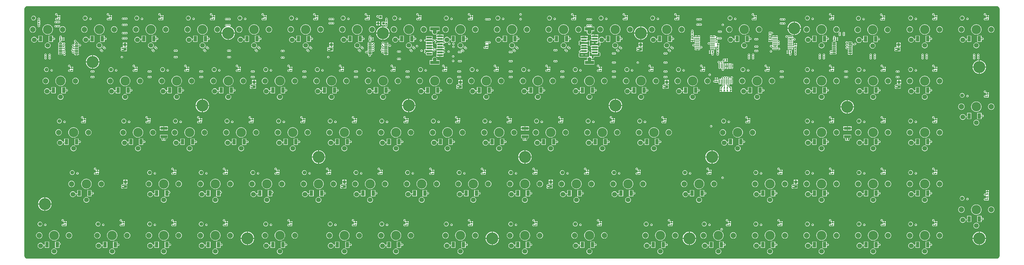
<source format=gbl>
G04*
G04 #@! TF.GenerationSoftware,Altium Limited,Altium Designer,19.1.5 (86)*
G04*
G04 Layer_Physical_Order=4*
G04 Layer_Color=16711680*
%FSLAX25Y25*%
%MOIN*%
G70*
G01*
G75*
%ADD10C,0.01000*%
%ADD23C,0.06299*%
%ADD24C,0.05906*%
%ADD25C,0.07087*%
%ADD26C,0.05512*%
%ADD27O,0.13780X0.13780*%
%ADD28C,0.07874*%
%ADD29C,0.17500*%
%ADD30C,0.02000*%
%ADD32C,0.02500*%
%ADD33R,0.02362X0.02362*%
%ADD34R,0.04921X0.07874*%
%ADD35R,0.02362X0.02362*%
%ADD36O,0.05512X0.01772*%
%ADD37O,0.06693X0.01378*%
%ADD38O,0.01378X0.06693*%
%ADD39R,0.09843X0.03937*%
%ADD40R,0.03937X0.04331*%
%ADD41R,0.03543X0.03740*%
%ADD42R,0.03543X0.03740*%
%ADD43R,0.08189X0.02756*%
%ADD44R,0.13386X0.05118*%
%ADD45C,0.01500*%
G36*
X1430100Y384203D02*
X1430945Y384035D01*
X1431742Y383705D01*
X1432458Y383226D01*
X1433068Y382616D01*
X1433547Y381900D01*
X1433877Y381103D01*
X1434045Y380258D01*
X1434045Y379827D01*
X1434040Y22506D01*
X1434040Y20341D01*
X1433872Y19495D01*
X1433542Y18699D01*
X1433063Y17982D01*
X1432453Y17372D01*
X1431737Y16894D01*
X1430940Y16564D01*
X1430095Y16395D01*
X1429664Y16395D01*
X20614Y16395D01*
X20183D01*
X19337Y16564D01*
X18541Y16894D01*
X17824Y17372D01*
X17215Y17982D01*
X16736Y18699D01*
X16406Y19495D01*
X16238Y20341D01*
Y20772D01*
Y379827D01*
X16238Y380258D01*
X16406Y381103D01*
X16736Y381900D01*
X17215Y382616D01*
X17824Y383226D01*
X18541Y383705D01*
X19337Y384035D01*
X20183Y384203D01*
X1429669D01*
X1430100Y384203D01*
D02*
G37*
%LPC*%
G36*
X737707Y373881D02*
X737082Y373757D01*
X736553Y373404D01*
X736199Y372874D01*
X736075Y372250D01*
X736199Y371626D01*
X736553Y371096D01*
X737082Y370743D01*
X737707Y370619D01*
X738331Y370743D01*
X738860Y371096D01*
X739214Y371626D01*
X739338Y372250D01*
X739214Y372874D01*
X738860Y373404D01*
X738331Y373757D01*
X737707Y373881D01*
D02*
G37*
G36*
X1079207Y370931D02*
Y369250D01*
X1080888D01*
Y370931D01*
X1079207D01*
D02*
G37*
G36*
X966707D02*
Y369250D01*
X968388D01*
Y370931D01*
X966707D01*
D02*
G37*
G36*
X891707D02*
Y369250D01*
X893388D01*
Y370931D01*
X891707D01*
D02*
G37*
G36*
X816707D02*
Y369250D01*
X818388D01*
Y370931D01*
X816707D01*
D02*
G37*
G36*
X962707Y373881D02*
X962082Y373757D01*
X961553Y373404D01*
X961199Y372874D01*
X961075Y372250D01*
X961199Y371626D01*
X961553Y371096D01*
X962082Y370743D01*
X962707Y370619D01*
X963331Y370743D01*
X963525Y370873D01*
X964025Y370606D01*
X964025Y370601D01*
X964025Y370601D01*
X964025Y370566D01*
Y369250D01*
X965707D01*
Y370931D01*
X964390Y370931D01*
X964356D01*
X964356D01*
X964351Y370931D01*
X964324Y370982D01*
X964084Y371431D01*
X964214Y371626D01*
X964338Y372250D01*
X964214Y372874D01*
X963860Y373404D01*
X963331Y373757D01*
X962707Y373881D01*
D02*
G37*
G36*
X887707D02*
X887082Y373757D01*
X886553Y373404D01*
X886199Y372874D01*
X886075Y372250D01*
X886199Y371626D01*
X886553Y371096D01*
X887082Y370743D01*
X887707Y370619D01*
X888331Y370743D01*
X888525Y370873D01*
X889025Y370606D01*
X889025Y370601D01*
X889025Y370601D01*
X889025Y370566D01*
Y369250D01*
X890707D01*
Y370931D01*
X889390Y370931D01*
X889356D01*
X889356D01*
X889351Y370931D01*
X889324Y370982D01*
X889084Y371431D01*
X889214Y371626D01*
X889338Y372250D01*
X889214Y372874D01*
X888860Y373404D01*
X888331Y373757D01*
X887707Y373881D01*
D02*
G37*
G36*
X812707D02*
X812082Y373757D01*
X811553Y373404D01*
X811199Y372874D01*
X811075Y372250D01*
X811199Y371626D01*
X811553Y371096D01*
X812082Y370743D01*
X812707Y370619D01*
X813331Y370743D01*
X813525Y370873D01*
X814025Y370606D01*
X814025Y370601D01*
X814025Y370601D01*
X814025Y370566D01*
Y369250D01*
X815707D01*
Y370931D01*
X814390Y370931D01*
X814356D01*
X814356D01*
X814351Y370931D01*
X814324Y370982D01*
X814084Y371431D01*
X814214Y371626D01*
X814338Y372250D01*
X814214Y372874D01*
X813860Y373404D01*
X813331Y373757D01*
X812707Y373881D01*
D02*
G37*
G36*
X1075207D02*
X1074582Y373757D01*
X1074053Y373404D01*
X1073699Y372874D01*
X1073575Y372250D01*
X1073699Y371626D01*
X1074053Y371096D01*
X1074582Y370743D01*
X1075207Y370619D01*
X1075831Y370743D01*
X1076025Y370873D01*
X1076525Y370606D01*
X1076525Y370601D01*
X1076525Y370601D01*
X1076525Y370566D01*
Y369250D01*
X1078207D01*
Y370931D01*
X1076890Y370931D01*
X1076856D01*
X1076856D01*
X1076851Y370931D01*
X1076824Y370982D01*
X1076584Y371431D01*
X1076714Y371626D01*
X1076838Y372250D01*
X1076714Y372874D01*
X1076360Y373404D01*
X1075831Y373757D01*
X1075207Y373881D01*
D02*
G37*
G36*
X1341707Y370931D02*
Y369250D01*
X1343388D01*
Y370931D01*
X1341707D01*
D02*
G37*
G36*
X1191707D02*
Y369250D01*
X1193388D01*
Y370931D01*
X1191707D01*
D02*
G37*
G36*
X666707D02*
Y369250D01*
X668388D01*
Y370931D01*
X666707D01*
D02*
G37*
G36*
X591707D02*
Y369250D01*
X593388D01*
Y370931D01*
X591707D01*
D02*
G37*
G36*
X516707D02*
Y369250D01*
X518388D01*
Y370931D01*
X516707D01*
D02*
G37*
G36*
X441707D02*
Y369250D01*
X443388D01*
Y370931D01*
X441707D01*
D02*
G37*
G36*
X366707D02*
Y369250D01*
X368388D01*
Y370931D01*
X366707D01*
D02*
G37*
G36*
X291707D02*
Y369250D01*
X293388D01*
Y370931D01*
X291707D01*
D02*
G37*
G36*
X216707D02*
Y369250D01*
X218388D01*
Y370931D01*
X216707D01*
D02*
G37*
G36*
X141707D02*
Y369250D01*
X143388D01*
Y370931D01*
X141707D01*
D02*
G37*
G36*
X66707D02*
Y369250D01*
X68388D01*
Y370931D01*
X66707D01*
D02*
G37*
G36*
X1337707Y373881D02*
X1337082Y373757D01*
X1336553Y373404D01*
X1336199Y372874D01*
X1336075Y372250D01*
X1336199Y371626D01*
X1336553Y371096D01*
X1337082Y370743D01*
X1337707Y370619D01*
X1338331Y370743D01*
X1338525Y370873D01*
X1339025Y370606D01*
X1339025Y370601D01*
X1339025Y370601D01*
X1339025Y370566D01*
Y369250D01*
X1340707D01*
Y370931D01*
X1339390Y370931D01*
X1339356D01*
X1339356D01*
X1339351Y370931D01*
X1339324Y370982D01*
X1339084Y371431D01*
X1339214Y371626D01*
X1339338Y372250D01*
X1339214Y372874D01*
X1338860Y373404D01*
X1338331Y373757D01*
X1337707Y373881D01*
D02*
G37*
G36*
X1187707D02*
X1187082Y373757D01*
X1186553Y373404D01*
X1186199Y372874D01*
X1186075Y372250D01*
X1186199Y371626D01*
X1186553Y371096D01*
X1187082Y370743D01*
X1187707Y370619D01*
X1188331Y370743D01*
X1188525Y370873D01*
X1189025Y370606D01*
X1189025Y370601D01*
X1189025Y370601D01*
X1189025Y370566D01*
Y369250D01*
X1190707D01*
Y370931D01*
X1189390Y370931D01*
X1189356D01*
X1189356D01*
X1189351Y370931D01*
X1189324Y370982D01*
X1189084Y371431D01*
X1189214Y371626D01*
X1189338Y372250D01*
X1189214Y372874D01*
X1188860Y373404D01*
X1188331Y373757D01*
X1187707Y373881D01*
D02*
G37*
G36*
X137707D02*
X137082Y373757D01*
X136553Y373404D01*
X136199Y372874D01*
X136075Y372250D01*
X136199Y371626D01*
X136553Y371096D01*
X137082Y370743D01*
X137707Y370619D01*
X138331Y370743D01*
X138525Y370873D01*
X139025Y370606D01*
X139025Y370601D01*
X139025Y370601D01*
X139025Y370566D01*
Y369250D01*
X140707D01*
Y370931D01*
X139390Y370931D01*
X139356D01*
X139356D01*
X139351Y370931D01*
X139324Y370982D01*
X139084Y371431D01*
X139214Y371626D01*
X139338Y372250D01*
X139214Y372874D01*
X138860Y373404D01*
X138331Y373757D01*
X137707Y373881D01*
D02*
G37*
G36*
X62707D02*
X62082Y373757D01*
X61553Y373404D01*
X61199Y372874D01*
X61075Y372250D01*
X61199Y371626D01*
X61553Y371096D01*
X62082Y370743D01*
X62707Y370619D01*
X63331Y370743D01*
X63525Y370873D01*
X64025Y370606D01*
X64025Y370601D01*
X64025Y370601D01*
X64025Y370566D01*
Y369250D01*
X65707D01*
Y370931D01*
X64390Y370931D01*
X64356D01*
X64356D01*
X64351Y370931D01*
X64324Y370982D01*
X64084Y371431D01*
X64214Y371626D01*
X64338Y372250D01*
X64214Y372874D01*
X63860Y373404D01*
X63331Y373757D01*
X62707Y373881D01*
D02*
G37*
G36*
X662707D02*
X662082Y373757D01*
X661553Y373404D01*
X661199Y372874D01*
X661075Y372250D01*
X661199Y371626D01*
X661553Y371096D01*
X662082Y370743D01*
X662707Y370619D01*
X663331Y370743D01*
X663525Y370873D01*
X664025Y370606D01*
X664025Y370601D01*
X664025Y370601D01*
X664025Y370566D01*
Y369250D01*
X665707D01*
Y370931D01*
X664390Y370931D01*
X664356D01*
X664356D01*
X664351Y370931D01*
X664324Y370982D01*
X664084Y371431D01*
X664214Y371626D01*
X664338Y372250D01*
X664214Y372874D01*
X663860Y373404D01*
X663331Y373757D01*
X662707Y373881D01*
D02*
G37*
G36*
X287707D02*
X287082Y373757D01*
X286553Y373404D01*
X286199Y372874D01*
X286075Y372250D01*
X286199Y371626D01*
X286553Y371096D01*
X287082Y370743D01*
X287707Y370619D01*
X288331Y370743D01*
X288526Y370873D01*
X289025Y370606D01*
X289025Y370601D01*
X289025Y370601D01*
X289025Y370566D01*
Y369250D01*
X290707D01*
Y370931D01*
X289390Y370931D01*
X289356D01*
X289356D01*
X289351Y370931D01*
X289324Y370982D01*
X289084Y371431D01*
X289214Y371626D01*
X289338Y372250D01*
X289214Y372874D01*
X288860Y373404D01*
X288331Y373757D01*
X287707Y373881D01*
D02*
G37*
G36*
X212707D02*
X212082Y373757D01*
X211553Y373404D01*
X211199Y372874D01*
X211075Y372250D01*
X211199Y371626D01*
X211553Y371096D01*
X212082Y370743D01*
X212707Y370619D01*
X213331Y370743D01*
X213526Y370873D01*
X214025Y370606D01*
X214025Y370601D01*
X214025Y370601D01*
X214025Y370566D01*
Y369250D01*
X215707D01*
Y370931D01*
X214390Y370931D01*
X214356D01*
X214356D01*
X214351Y370931D01*
X214324Y370982D01*
X214084Y371431D01*
X214214Y371626D01*
X214338Y372250D01*
X214214Y372874D01*
X213860Y373404D01*
X213331Y373757D01*
X212707Y373881D01*
D02*
G37*
G36*
X587707D02*
X587082Y373757D01*
X586553Y373404D01*
X586199Y372874D01*
X586075Y372250D01*
X586199Y371626D01*
X586553Y371096D01*
X587082Y370743D01*
X587707Y370619D01*
X588331Y370743D01*
X588525Y370873D01*
X589025Y370606D01*
X589025Y370601D01*
X589025Y370601D01*
X589025Y370566D01*
Y369250D01*
X590707D01*
Y370931D01*
X589390Y370931D01*
X589356D01*
X589356D01*
X589351Y370931D01*
X589324Y370982D01*
X589084Y371431D01*
X589214Y371626D01*
X589338Y372250D01*
X589214Y372874D01*
X588860Y373404D01*
X588331Y373757D01*
X587707Y373881D01*
D02*
G37*
G36*
X512707D02*
X512082Y373757D01*
X511553Y373404D01*
X511199Y372874D01*
X511075Y372250D01*
X511199Y371626D01*
X511553Y371096D01*
X512082Y370743D01*
X512707Y370619D01*
X513331Y370743D01*
X513525Y370873D01*
X514025Y370606D01*
X514025Y370601D01*
X514025Y370601D01*
X514025Y370566D01*
Y369250D01*
X515707D01*
Y370931D01*
X514390Y370931D01*
X514356D01*
X514356D01*
X514351Y370931D01*
X514324Y370982D01*
X514084Y371431D01*
X514214Y371626D01*
X514338Y372250D01*
X514214Y372874D01*
X513860Y373404D01*
X513331Y373757D01*
X512707Y373881D01*
D02*
G37*
G36*
X437707D02*
X437082Y373757D01*
X436553Y373404D01*
X436199Y372874D01*
X436075Y372250D01*
X436199Y371626D01*
X436553Y371096D01*
X437082Y370743D01*
X437707Y370619D01*
X438331Y370743D01*
X438525Y370873D01*
X439025Y370606D01*
X439025Y370601D01*
X439025Y370601D01*
X439025Y370566D01*
Y369250D01*
X440707D01*
Y370931D01*
X439390Y370931D01*
X439356D01*
X439356D01*
X439351Y370931D01*
X439324Y370982D01*
X439084Y371431D01*
X439214Y371626D01*
X439338Y372250D01*
X439214Y372874D01*
X438860Y373404D01*
X438331Y373757D01*
X437707Y373881D01*
D02*
G37*
G36*
X362707D02*
X362082Y373757D01*
X361553Y373404D01*
X361199Y372874D01*
X361075Y372250D01*
X361199Y371626D01*
X361553Y371096D01*
X362082Y370743D01*
X362707Y370619D01*
X363331Y370743D01*
X363526Y370873D01*
X364025Y370606D01*
X364025Y370601D01*
X364025Y370601D01*
X364025Y370566D01*
Y369250D01*
X365707D01*
Y370931D01*
X364390Y370931D01*
X364356D01*
X364356D01*
X364351Y370931D01*
X364324Y370982D01*
X364084Y371431D01*
X364214Y371626D01*
X364338Y372250D01*
X364214Y372874D01*
X363860Y373404D01*
X363331Y373757D01*
X362707Y373881D01*
D02*
G37*
G36*
X1416707Y370931D02*
Y369250D01*
X1418388D01*
Y370931D01*
X1416707D01*
D02*
G37*
G36*
X1412707Y373881D02*
X1412082Y373757D01*
X1411553Y373404D01*
X1411199Y372874D01*
X1411075Y372250D01*
X1411199Y371626D01*
X1411553Y371096D01*
X1412082Y370743D01*
X1412707Y370619D01*
X1413331Y370743D01*
X1413525Y370873D01*
X1414025Y370606D01*
X1414025Y370601D01*
X1414025Y370601D01*
X1414025Y370566D01*
Y369250D01*
X1415707D01*
Y370931D01*
X1414390Y370931D01*
X1414356D01*
X1414356D01*
X1414351Y370931D01*
X1414324Y370982D01*
X1414084Y371431D01*
X1414214Y371626D01*
X1414338Y372250D01*
X1414214Y372874D01*
X1413860Y373404D01*
X1413331Y373757D01*
X1412707Y373881D01*
D02*
G37*
G36*
X1265886Y370549D02*
Y368868D01*
X1267567D01*
Y370549D01*
X1265886D01*
D02*
G37*
G36*
X1261886Y373499D02*
X1261261Y373375D01*
X1260732Y373022D01*
X1260379Y372493D01*
X1260254Y371868D01*
X1260379Y371244D01*
X1260732Y370715D01*
X1261261Y370361D01*
X1261886Y370237D01*
X1262510Y370361D01*
X1262705Y370491D01*
X1263205Y370224D01*
X1263205Y370219D01*
X1263205Y370219D01*
X1263205Y370184D01*
Y368868D01*
X1264886D01*
Y370549D01*
X1263570Y370549D01*
X1263535D01*
X1263535D01*
X1263530Y370549D01*
X1263503Y370600D01*
X1263263Y371049D01*
X1263393Y371244D01*
X1263517Y371868D01*
X1263393Y372493D01*
X1263039Y373022D01*
X1262510Y373375D01*
X1261886Y373499D01*
D02*
G37*
G36*
X164500Y367631D02*
X163876Y367507D01*
X163629Y367342D01*
X163250Y367192D01*
X162871Y367342D01*
X162624Y367507D01*
X162000Y367631D01*
X161376Y367507D01*
X161129Y367342D01*
X160750Y367192D01*
X160371Y367342D01*
X160124Y367507D01*
X159500Y367631D01*
X158876Y367507D01*
X158346Y367154D01*
X157993Y366624D01*
X157869Y366000D01*
X157993Y365376D01*
X158346Y364846D01*
X158876Y364493D01*
X159500Y364369D01*
X160124Y364493D01*
X160371Y364658D01*
X160750Y364808D01*
X161129Y364658D01*
X161376Y364493D01*
X162000Y364369D01*
X162624Y364493D01*
X162871Y364658D01*
X163250Y364808D01*
X163629Y364658D01*
X163876Y364493D01*
X164500Y364369D01*
X165124Y364493D01*
X165654Y364846D01*
X166007Y365376D01*
X166131Y366000D01*
X166007Y366624D01*
X165654Y367154D01*
X165124Y367507D01*
X164500Y367631D01*
D02*
G37*
G36*
X465000Y367131D02*
X464376Y367007D01*
X464129Y366842D01*
X463750Y366692D01*
X463371Y366842D01*
X463124Y367007D01*
X462500Y367131D01*
X461876Y367007D01*
X461629Y366842D01*
X461250Y366692D01*
X460871Y366842D01*
X460624Y367007D01*
X460000Y367131D01*
X459376Y367007D01*
X458847Y366653D01*
X458493Y366124D01*
X458369Y365500D01*
X458493Y364876D01*
X458847Y364347D01*
X459376Y363993D01*
X460000Y363869D01*
X460624Y363993D01*
X460871Y364158D01*
X461250Y364308D01*
X461629Y364158D01*
X461876Y363993D01*
X462500Y363869D01*
X463124Y363993D01*
X463371Y364158D01*
X463750Y364308D01*
X464129Y364158D01*
X464376Y363993D01*
X465000Y363869D01*
X465624Y363993D01*
X466153Y364347D01*
X466507Y364876D01*
X466631Y365500D01*
X466507Y366124D01*
X466153Y366653D01*
X465624Y367007D01*
X465000Y367131D01*
D02*
G37*
G36*
X314500D02*
X313876Y367007D01*
X313629Y366842D01*
X313250Y366692D01*
X312871Y366842D01*
X312624Y367007D01*
X312000Y367131D01*
X311376Y367007D01*
X311129Y366842D01*
X310750Y366692D01*
X310371Y366842D01*
X310124Y367007D01*
X309500Y367131D01*
X308876Y367007D01*
X308347Y366653D01*
X307993Y366124D01*
X307869Y365500D01*
X307993Y364876D01*
X308347Y364347D01*
X308876Y363993D01*
X309500Y363869D01*
X310124Y363993D01*
X310371Y364158D01*
X310750Y364308D01*
X311129Y364158D01*
X311376Y363993D01*
X312000Y363869D01*
X312624Y363993D01*
X312871Y364158D01*
X313250Y364308D01*
X313629Y364158D01*
X313876Y363993D01*
X314500Y363869D01*
X315124Y363993D01*
X315653Y364347D01*
X316007Y364876D01*
X316131Y365500D01*
X316007Y366124D01*
X315653Y366653D01*
X315124Y367007D01*
X314500Y367131D01*
D02*
G37*
G36*
X1418388Y368250D02*
X1416207D01*
X1414025D01*
Y366894D01*
X1413525Y366627D01*
X1413331Y366757D01*
X1412707Y366881D01*
X1412082Y366757D01*
X1411553Y366404D01*
X1411199Y365874D01*
X1411075Y365250D01*
X1411199Y364626D01*
X1411553Y364096D01*
X1412082Y363743D01*
X1412707Y363619D01*
X1413331Y363743D01*
X1413860Y364096D01*
X1413882Y364128D01*
X1414425D01*
Y363772D01*
X1417988D01*
Y366569D01*
X1418388D01*
Y368250D01*
D02*
G37*
G36*
X1343388Y368250D02*
X1341207D01*
X1339025D01*
Y366894D01*
X1338525Y366627D01*
X1338331Y366757D01*
X1337707Y366881D01*
X1337082Y366757D01*
X1336553Y366404D01*
X1336199Y365874D01*
X1336075Y365250D01*
X1336199Y364626D01*
X1336553Y364096D01*
X1337082Y363743D01*
X1337707Y363619D01*
X1338331Y363743D01*
X1338860Y364096D01*
X1338882Y364128D01*
X1339425D01*
Y363772D01*
X1342988D01*
Y366569D01*
X1343388D01*
Y368250D01*
D02*
G37*
G36*
X1193388D02*
X1191207D01*
X1189025D01*
Y366894D01*
X1188525Y366627D01*
X1188331Y366757D01*
X1187707Y366881D01*
X1187082Y366757D01*
X1186553Y366404D01*
X1186199Y365874D01*
X1186075Y365250D01*
X1186199Y364626D01*
X1186553Y364096D01*
X1187082Y363743D01*
X1187707Y363619D01*
X1188331Y363743D01*
X1188860Y364096D01*
X1188882Y364128D01*
X1189425D01*
Y363772D01*
X1192988D01*
Y366569D01*
X1193388D01*
Y368250D01*
D02*
G37*
G36*
X1080888Y368250D02*
X1078707D01*
X1076525D01*
Y366894D01*
X1076025Y366627D01*
X1075831Y366757D01*
X1075207Y366881D01*
X1074582Y366757D01*
X1074053Y366404D01*
X1073699Y365874D01*
X1073575Y365250D01*
X1073699Y364626D01*
X1074053Y364096D01*
X1074582Y363743D01*
X1075207Y363619D01*
X1075831Y363743D01*
X1076360Y364096D01*
X1076381Y364128D01*
X1076925D01*
Y363772D01*
X1080488D01*
Y366569D01*
X1080888D01*
Y368250D01*
D02*
G37*
G36*
X968388D02*
X966207D01*
X964025D01*
Y366894D01*
X963525Y366627D01*
X963331Y366757D01*
X962707Y366881D01*
X962082Y366757D01*
X961553Y366404D01*
X961199Y365874D01*
X961075Y365250D01*
X961199Y364626D01*
X961553Y364096D01*
X962082Y363743D01*
X962707Y363619D01*
X963331Y363743D01*
X963860Y364096D01*
X963881Y364128D01*
X964425D01*
Y363772D01*
X967988D01*
Y366569D01*
X968388D01*
Y368250D01*
D02*
G37*
G36*
X893388D02*
X891207D01*
X889025D01*
Y366894D01*
X888525Y366627D01*
X888331Y366757D01*
X887707Y366881D01*
X887082Y366757D01*
X886553Y366404D01*
X886199Y365874D01*
X886075Y365250D01*
X886199Y364626D01*
X886553Y364096D01*
X887082Y363743D01*
X887707Y363619D01*
X888331Y363743D01*
X888860Y364096D01*
X888881Y364128D01*
X889425D01*
Y363772D01*
X892988D01*
Y366569D01*
X893388D01*
Y368250D01*
D02*
G37*
G36*
X818388D02*
X816207D01*
X814025D01*
Y366894D01*
X813525Y366627D01*
X813331Y366757D01*
X812707Y366881D01*
X812082Y366757D01*
X811553Y366404D01*
X811199Y365874D01*
X811075Y365250D01*
X811199Y364626D01*
X811553Y364096D01*
X812082Y363743D01*
X812707Y363619D01*
X813331Y363743D01*
X813860Y364096D01*
X813881Y364128D01*
X814425D01*
Y363772D01*
X817988D01*
Y366569D01*
X818388D01*
Y368250D01*
D02*
G37*
G36*
X668388Y368250D02*
X666207D01*
X664025D01*
Y366894D01*
X663525Y366627D01*
X663331Y366757D01*
X662707Y366881D01*
X662082Y366757D01*
X661553Y366404D01*
X661199Y365874D01*
X661075Y365250D01*
X661199Y364626D01*
X661553Y364096D01*
X662082Y363743D01*
X662707Y363619D01*
X663331Y363743D01*
X663860Y364096D01*
X663881Y364128D01*
X664426D01*
Y363772D01*
X667988D01*
Y366569D01*
X668388D01*
Y368250D01*
D02*
G37*
G36*
X593388D02*
X591207D01*
X589025D01*
Y366894D01*
X588525Y366627D01*
X588331Y366757D01*
X587707Y366881D01*
X587082Y366757D01*
X586553Y366404D01*
X586199Y365874D01*
X586075Y365250D01*
X586199Y364626D01*
X586553Y364096D01*
X587082Y363743D01*
X587707Y363619D01*
X588331Y363743D01*
X588860Y364096D01*
X588881Y364128D01*
X589426D01*
Y363772D01*
X592988D01*
Y366569D01*
X593388D01*
Y368250D01*
D02*
G37*
G36*
X518388D02*
X516207D01*
X514025D01*
Y366894D01*
X513525Y366627D01*
X513331Y366757D01*
X512707Y366881D01*
X512082Y366757D01*
X511553Y366404D01*
X511199Y365874D01*
X511075Y365250D01*
X511199Y364626D01*
X511553Y364096D01*
X512082Y363743D01*
X512707Y363619D01*
X513331Y363743D01*
X513860Y364096D01*
X513881Y364128D01*
X514426D01*
Y363772D01*
X517988D01*
Y366569D01*
X518388D01*
Y368250D01*
D02*
G37*
G36*
X443388D02*
X441207D01*
X439025D01*
Y366894D01*
X438525Y366627D01*
X438331Y366757D01*
X437707Y366881D01*
X437082Y366757D01*
X436553Y366404D01*
X436199Y365874D01*
X436075Y365250D01*
X436199Y364626D01*
X436553Y364096D01*
X437082Y363743D01*
X437707Y363619D01*
X438331Y363743D01*
X438860Y364096D01*
X438881Y364128D01*
X439426D01*
Y363772D01*
X442988D01*
Y366569D01*
X443388D01*
Y368250D01*
D02*
G37*
G36*
X368388D02*
X366207D01*
X364025D01*
Y366894D01*
X363526Y366627D01*
X363331Y366757D01*
X362707Y366881D01*
X362082Y366757D01*
X361553Y366404D01*
X361199Y365874D01*
X361075Y365250D01*
X361199Y364626D01*
X361553Y364096D01*
X362082Y363743D01*
X362707Y363619D01*
X363331Y363743D01*
X363860Y364096D01*
X363881Y364128D01*
X364425D01*
Y363772D01*
X367988D01*
Y366569D01*
X368388D01*
Y368250D01*
D02*
G37*
G36*
X293388D02*
X291207D01*
X289025D01*
Y366894D01*
X288526Y366627D01*
X288331Y366757D01*
X287707Y366881D01*
X287082Y366757D01*
X286553Y366404D01*
X286199Y365874D01*
X286075Y365250D01*
X286199Y364626D01*
X286553Y364096D01*
X287082Y363743D01*
X287707Y363619D01*
X288331Y363743D01*
X288860Y364096D01*
X288881Y364128D01*
X289425D01*
Y363772D01*
X292988D01*
Y366569D01*
X293388D01*
Y368250D01*
D02*
G37*
G36*
X218388D02*
X216207D01*
X214025D01*
Y366894D01*
X213526Y366627D01*
X213331Y366757D01*
X212707Y366881D01*
X212082Y366757D01*
X211553Y366404D01*
X211199Y365874D01*
X211075Y365250D01*
X211199Y364626D01*
X211553Y364096D01*
X212082Y363743D01*
X212707Y363619D01*
X213331Y363743D01*
X213860Y364096D01*
X213881Y364128D01*
X214425D01*
Y363772D01*
X217988D01*
Y366569D01*
X218388D01*
Y368250D01*
D02*
G37*
G36*
X143388D02*
X141207D01*
X139025D01*
Y366894D01*
X138525Y366627D01*
X138331Y366757D01*
X137707Y366881D01*
X137082Y366757D01*
X136553Y366404D01*
X136199Y365874D01*
X136075Y365250D01*
X136199Y364626D01*
X136553Y364096D01*
X137082Y363743D01*
X137707Y363619D01*
X138331Y363743D01*
X138860Y364096D01*
X138882Y364128D01*
X139426D01*
Y363772D01*
X142988D01*
Y366569D01*
X143388D01*
Y368250D01*
D02*
G37*
G36*
X68388D02*
X66207D01*
X64025D01*
Y366894D01*
X63525Y366627D01*
X63331Y366757D01*
X62707Y366881D01*
X62082Y366757D01*
X61553Y366404D01*
X61199Y365874D01*
X61075Y365250D01*
X61199Y364626D01*
X61553Y364096D01*
X62082Y363743D01*
X62707Y363619D01*
X63331Y363743D01*
X63860Y364096D01*
X63881Y364128D01*
X64425D01*
Y363772D01*
X67988D01*
Y366569D01*
X68388D01*
Y368250D01*
D02*
G37*
G36*
X1267567Y367868D02*
X1265386D01*
X1263205D01*
Y366513D01*
X1262705Y366245D01*
X1262510Y366375D01*
X1261886Y366499D01*
X1261261Y366375D01*
X1260732Y366022D01*
X1260379Y365493D01*
X1260254Y364868D01*
X1260379Y364244D01*
X1260732Y363715D01*
X1261261Y363361D01*
X1261886Y363237D01*
X1262510Y363361D01*
X1263039Y363715D01*
X1263061Y363747D01*
X1263605D01*
Y363390D01*
X1267167D01*
Y366187D01*
X1267567D01*
Y367868D01*
D02*
G37*
G36*
X1121000Y366631D02*
X1120376Y366507D01*
X1120129Y366342D01*
X1119750Y366192D01*
X1119371Y366342D01*
X1119124Y366507D01*
X1118500Y366631D01*
X1117876Y366507D01*
X1117629Y366342D01*
X1117250Y366192D01*
X1116871Y366342D01*
X1116624Y366507D01*
X1116000Y366631D01*
X1115376Y366507D01*
X1114847Y366154D01*
X1114493Y365624D01*
X1114369Y365000D01*
X1114493Y364376D01*
X1114847Y363846D01*
X1115376Y363493D01*
X1116000Y363369D01*
X1116624Y363493D01*
X1116871Y363658D01*
X1117250Y363808D01*
X1117629Y363658D01*
X1117876Y363493D01*
X1118500Y363369D01*
X1119124Y363493D01*
X1119371Y363658D01*
X1119750Y363808D01*
X1120129Y363658D01*
X1120376Y363493D01*
X1121000Y363369D01*
X1121624Y363493D01*
X1122153Y363846D01*
X1122507Y364376D01*
X1122631Y365000D01*
X1122507Y365624D01*
X1122153Y366154D01*
X1121624Y366507D01*
X1121000Y366631D01*
D02*
G37*
G36*
X999500D02*
X998876Y366507D01*
X998629Y366342D01*
X998250Y366192D01*
X997871Y366342D01*
X997624Y366507D01*
X997000Y366631D01*
X996376Y366507D01*
X996129Y366342D01*
X995750Y366192D01*
X995371Y366342D01*
X995124Y366507D01*
X994500Y366631D01*
X993876Y366507D01*
X993347Y366154D01*
X992993Y365624D01*
X992869Y365000D01*
X992993Y364376D01*
X993347Y363846D01*
X993876Y363493D01*
X994500Y363369D01*
X995124Y363493D01*
X995371Y363658D01*
X995750Y363808D01*
X996129Y363658D01*
X996376Y363493D01*
X997000Y363369D01*
X997624Y363493D01*
X997871Y363658D01*
X998250Y363808D01*
X998629Y363658D01*
X998876Y363493D01*
X999500Y363369D01*
X1000124Y363493D01*
X1000653Y363846D01*
X1001007Y364376D01*
X1001131Y365000D01*
X1001007Y365624D01*
X1000653Y366154D01*
X1000124Y366507D01*
X999500Y366631D01*
D02*
G37*
G36*
X840000D02*
X839376Y366507D01*
X839129Y366342D01*
X838750Y366192D01*
X838371Y366342D01*
X838124Y366507D01*
X837500Y366631D01*
X836876Y366507D01*
X836629Y366342D01*
X836250Y366192D01*
X835871Y366342D01*
X835624Y366507D01*
X835000Y366631D01*
X834376Y366507D01*
X833846Y366154D01*
X833493Y365624D01*
X833369Y365000D01*
X833493Y364376D01*
X833846Y363846D01*
X834376Y363493D01*
X835000Y363369D01*
X835624Y363493D01*
X835871Y363658D01*
X836250Y363808D01*
X836629Y363658D01*
X836876Y363493D01*
X837500Y363369D01*
X838124Y363493D01*
X838371Y363658D01*
X838750Y363808D01*
X839129Y363658D01*
X839376Y363493D01*
X840000Y363369D01*
X840624Y363493D01*
X841154Y363846D01*
X841507Y364376D01*
X841631Y365000D01*
X841507Y365624D01*
X841154Y366154D01*
X840624Y366507D01*
X840000Y366631D01*
D02*
G37*
G36*
X692500D02*
X691876Y366507D01*
X691629Y366342D01*
X691250Y366192D01*
X690871Y366342D01*
X690624Y366507D01*
X690000Y366631D01*
X689376Y366507D01*
X689129Y366342D01*
X688750Y366192D01*
X688371Y366342D01*
X688124Y366507D01*
X687500Y366631D01*
X686876Y366507D01*
X686346Y366154D01*
X685993Y365624D01*
X685869Y365000D01*
X685993Y364376D01*
X686346Y363846D01*
X686876Y363493D01*
X687500Y363369D01*
X688124Y363493D01*
X688371Y363658D01*
X688750Y363808D01*
X689129Y363658D01*
X689376Y363493D01*
X690000Y363369D01*
X690624Y363493D01*
X690871Y363658D01*
X691250Y363808D01*
X691629Y363658D01*
X691876Y363493D01*
X692500Y363369D01*
X693124Y363493D01*
X693653Y363846D01*
X694007Y364376D01*
X694131Y365000D01*
X694007Y365624D01*
X693653Y366154D01*
X693124Y366507D01*
X692500Y366631D01*
D02*
G37*
G36*
X529750Y370881D02*
X529126Y370757D01*
X528596Y370404D01*
X528243Y369874D01*
X528119Y369250D01*
X528243Y368626D01*
X528596Y368096D01*
X529126Y367743D01*
X529750Y367619D01*
X529964Y367661D01*
X530043Y367583D01*
X530224Y367462D01*
X530407Y367340D01*
X530407Y367340D01*
X530407Y367340D01*
X530674Y367287D01*
X530836Y367255D01*
X530836D01*
X530836Y367255D01*
X530836Y367255D01*
X531878D01*
Y365906D01*
X536622D01*
Y370846D01*
X531878D01*
Y369498D01*
X531332D01*
X531257Y369874D01*
X530903Y370404D01*
X530374Y370757D01*
X529750Y370881D01*
D02*
G37*
G36*
X1387207Y367381D02*
X1386582Y367257D01*
X1386053Y366903D01*
X1385699Y366374D01*
X1385575Y365750D01*
X1385699Y365126D01*
X1386053Y364597D01*
X1386582Y364243D01*
X1387207Y364119D01*
X1387831Y364243D01*
X1388360Y364597D01*
X1388714Y365126D01*
X1388838Y365750D01*
X1388714Y366374D01*
X1388360Y366903D01*
X1387831Y367257D01*
X1387207Y367381D01*
D02*
G37*
G36*
X1312207D02*
X1311582Y367257D01*
X1311053Y366903D01*
X1310699Y366374D01*
X1310575Y365750D01*
X1310699Y365126D01*
X1311053Y364597D01*
X1311582Y364243D01*
X1312207Y364119D01*
X1312831Y364243D01*
X1313360Y364597D01*
X1313714Y365126D01*
X1313838Y365750D01*
X1313714Y366374D01*
X1313360Y366903D01*
X1312831Y367257D01*
X1312207Y367381D01*
D02*
G37*
G36*
X1162207D02*
X1161582Y367257D01*
X1161053Y366903D01*
X1160699Y366374D01*
X1160575Y365750D01*
X1160699Y365126D01*
X1161053Y364597D01*
X1161582Y364243D01*
X1162207Y364119D01*
X1162831Y364243D01*
X1163360Y364597D01*
X1163714Y365126D01*
X1163838Y365750D01*
X1163714Y366374D01*
X1163360Y366903D01*
X1162831Y367257D01*
X1162207Y367381D01*
D02*
G37*
G36*
X1049707D02*
X1049082Y367257D01*
X1048553Y366903D01*
X1048199Y366374D01*
X1048075Y365750D01*
X1048199Y365126D01*
X1048553Y364597D01*
X1049082Y364243D01*
X1049707Y364119D01*
X1050331Y364243D01*
X1050860Y364597D01*
X1051214Y365126D01*
X1051338Y365750D01*
X1051214Y366374D01*
X1050860Y366903D01*
X1050331Y367257D01*
X1049707Y367381D01*
D02*
G37*
G36*
X937207D02*
X936582Y367257D01*
X936053Y366903D01*
X935699Y366374D01*
X935575Y365750D01*
X935699Y365126D01*
X936053Y364597D01*
X936582Y364243D01*
X937207Y364119D01*
X937831Y364243D01*
X938360Y364597D01*
X938714Y365126D01*
X938838Y365750D01*
X938714Y366374D01*
X938360Y366903D01*
X937831Y367257D01*
X937207Y367381D01*
D02*
G37*
G36*
X862207D02*
X861582Y367257D01*
X861053Y366903D01*
X860699Y366374D01*
X860575Y365750D01*
X860699Y365126D01*
X861053Y364597D01*
X861582Y364243D01*
X862207Y364119D01*
X862831Y364243D01*
X863360Y364597D01*
X863714Y365126D01*
X863838Y365750D01*
X863714Y366374D01*
X863360Y366903D01*
X862831Y367257D01*
X862207Y367381D01*
D02*
G37*
G36*
X787207D02*
X786582Y367257D01*
X786053Y366903D01*
X785699Y366374D01*
X785575Y365750D01*
X785699Y365126D01*
X786053Y364597D01*
X786582Y364243D01*
X787207Y364119D01*
X787831Y364243D01*
X788360Y364597D01*
X788714Y365126D01*
X788838Y365750D01*
X788714Y366374D01*
X788360Y366903D01*
X787831Y367257D01*
X787207Y367381D01*
D02*
G37*
G36*
X712207D02*
X711582Y367257D01*
X711053Y366903D01*
X710699Y366374D01*
X710575Y365750D01*
X710699Y365126D01*
X711053Y364597D01*
X711582Y364243D01*
X712207Y364119D01*
X712831Y364243D01*
X713360Y364597D01*
X713714Y365126D01*
X713838Y365750D01*
X713714Y366374D01*
X713360Y366903D01*
X712831Y367257D01*
X712207Y367381D01*
D02*
G37*
G36*
X637207D02*
X636582Y367257D01*
X636053Y366903D01*
X635699Y366374D01*
X635575Y365750D01*
X635699Y365126D01*
X636053Y364597D01*
X636582Y364243D01*
X637207Y364119D01*
X637831Y364243D01*
X638360Y364597D01*
X638714Y365126D01*
X638838Y365750D01*
X638714Y366374D01*
X638360Y366903D01*
X637831Y367257D01*
X637207Y367381D01*
D02*
G37*
G36*
X562207D02*
X561582Y367257D01*
X561053Y366903D01*
X560699Y366374D01*
X560575Y365750D01*
X560699Y365126D01*
X561053Y364597D01*
X561582Y364243D01*
X562207Y364119D01*
X562831Y364243D01*
X563360Y364597D01*
X563714Y365126D01*
X563838Y365750D01*
X563714Y366374D01*
X563360Y366903D01*
X562831Y367257D01*
X562207Y367381D01*
D02*
G37*
G36*
X487207D02*
X486582Y367257D01*
X486053Y366903D01*
X485699Y366374D01*
X485575Y365750D01*
X485699Y365126D01*
X486053Y364597D01*
X486582Y364243D01*
X487207Y364119D01*
X487831Y364243D01*
X488360Y364597D01*
X488714Y365126D01*
X488838Y365750D01*
X488714Y366374D01*
X488360Y366903D01*
X487831Y367257D01*
X487207Y367381D01*
D02*
G37*
G36*
X412207D02*
X411582Y367257D01*
X411053Y366903D01*
X410699Y366374D01*
X410575Y365750D01*
X410699Y365126D01*
X411053Y364597D01*
X411582Y364243D01*
X412207Y364119D01*
X412831Y364243D01*
X413360Y364597D01*
X413714Y365126D01*
X413838Y365750D01*
X413714Y366374D01*
X413360Y366903D01*
X412831Y367257D01*
X412207Y367381D01*
D02*
G37*
G36*
X337207D02*
X336582Y367257D01*
X336053Y366903D01*
X335699Y366374D01*
X335575Y365750D01*
X335699Y365126D01*
X336053Y364597D01*
X336582Y364243D01*
X337207Y364119D01*
X337831Y364243D01*
X338360Y364597D01*
X338714Y365126D01*
X338838Y365750D01*
X338714Y366374D01*
X338360Y366903D01*
X337831Y367257D01*
X337207Y367381D01*
D02*
G37*
G36*
X262207D02*
X261582Y367257D01*
X261053Y366903D01*
X260699Y366374D01*
X260575Y365750D01*
X260699Y365126D01*
X261053Y364597D01*
X261582Y364243D01*
X262207Y364119D01*
X262831Y364243D01*
X263360Y364597D01*
X263714Y365126D01*
X263838Y365750D01*
X263714Y366374D01*
X263360Y366903D01*
X262831Y367257D01*
X262207Y367381D01*
D02*
G37*
G36*
X187207D02*
X186582Y367257D01*
X186053Y366903D01*
X185699Y366374D01*
X185575Y365750D01*
X185699Y365126D01*
X186053Y364597D01*
X186582Y364243D01*
X187207Y364119D01*
X187831Y364243D01*
X188360Y364597D01*
X188714Y365126D01*
X188838Y365750D01*
X188714Y366374D01*
X188360Y366903D01*
X187831Y367257D01*
X187207Y367381D01*
D02*
G37*
G36*
X112207D02*
X111582Y367257D01*
X111053Y366903D01*
X110699Y366374D01*
X110575Y365750D01*
X110699Y365126D01*
X111053Y364597D01*
X111582Y364243D01*
X112207Y364119D01*
X112831Y364243D01*
X113360Y364597D01*
X113714Y365126D01*
X113838Y365750D01*
X113714Y366374D01*
X113360Y366903D01*
X112831Y367257D01*
X112207Y367381D01*
D02*
G37*
G36*
X1236386Y367000D02*
X1235762Y366875D01*
X1235232Y366522D01*
X1234879Y365992D01*
X1234754Y365368D01*
X1234879Y364744D01*
X1235232Y364215D01*
X1235762Y363861D01*
X1236386Y363737D01*
X1237010Y363861D01*
X1237539Y364215D01*
X1237893Y364744D01*
X1238017Y365368D01*
X1237893Y365992D01*
X1237539Y366522D01*
X1237010Y366875D01*
X1236386Y367000D01*
D02*
G37*
G36*
X737707Y366881D02*
X737082Y366757D01*
X736553Y366404D01*
X736199Y365874D01*
X736075Y365250D01*
X736199Y364626D01*
X736553Y364096D01*
X737082Y363743D01*
X737707Y363619D01*
X738331Y363743D01*
X738860Y364096D01*
X739214Y364626D01*
X739338Y365250D01*
X739214Y365874D01*
X738860Y366404D01*
X738331Y366757D01*
X737707Y366881D01*
D02*
G37*
G36*
X1379590Y370219D02*
X1378714Y370104D01*
X1377898Y369766D01*
X1377197Y369228D01*
X1376659Y368527D01*
X1376320Y367711D01*
X1376205Y366835D01*
X1376320Y365958D01*
X1376659Y365142D01*
X1377197Y364441D01*
X1377898Y363903D01*
X1378714Y363565D01*
X1379590Y363450D01*
X1380466Y363565D01*
X1381283Y363903D01*
X1381983Y364441D01*
X1382521Y365142D01*
X1382860Y365958D01*
X1382975Y366835D01*
X1382860Y367711D01*
X1382521Y368527D01*
X1381983Y369228D01*
X1381283Y369766D01*
X1380466Y370104D01*
X1379590Y370219D01*
D02*
G37*
G36*
X1304590D02*
X1303714Y370104D01*
X1302898Y369766D01*
X1302197Y369228D01*
X1301659Y368527D01*
X1301320Y367711D01*
X1301205Y366835D01*
X1301320Y365958D01*
X1301659Y365142D01*
X1302197Y364441D01*
X1302898Y363903D01*
X1303714Y363565D01*
X1304590Y363450D01*
X1305466Y363565D01*
X1306283Y363903D01*
X1306983Y364441D01*
X1307521Y365142D01*
X1307860Y365958D01*
X1307975Y366835D01*
X1307860Y367711D01*
X1307521Y368527D01*
X1306983Y369228D01*
X1306283Y369766D01*
X1305466Y370104D01*
X1304590Y370219D01*
D02*
G37*
G36*
X1154590D02*
X1153714Y370104D01*
X1152898Y369766D01*
X1152197Y369228D01*
X1151659Y368527D01*
X1151320Y367711D01*
X1151205Y366835D01*
X1151320Y365958D01*
X1151659Y365142D01*
X1152197Y364441D01*
X1152898Y363903D01*
X1153714Y363565D01*
X1154590Y363450D01*
X1155466Y363565D01*
X1156283Y363903D01*
X1156983Y364441D01*
X1157521Y365142D01*
X1157860Y365958D01*
X1157975Y366835D01*
X1157860Y367711D01*
X1157521Y368527D01*
X1156983Y369228D01*
X1156283Y369766D01*
X1155466Y370104D01*
X1154590Y370219D01*
D02*
G37*
G36*
X1042090D02*
X1041214Y370104D01*
X1040398Y369766D01*
X1039697Y369228D01*
X1039159Y368527D01*
X1038821Y367711D01*
X1038705Y366835D01*
X1038821Y365958D01*
X1039159Y365142D01*
X1039697Y364441D01*
X1040398Y363903D01*
X1041214Y363565D01*
X1042090Y363450D01*
X1042966Y363565D01*
X1043783Y363903D01*
X1044484Y364441D01*
X1045022Y365142D01*
X1045360Y365958D01*
X1045475Y366835D01*
X1045360Y367711D01*
X1045022Y368527D01*
X1044484Y369228D01*
X1043783Y369766D01*
X1042966Y370104D01*
X1042090Y370219D01*
D02*
G37*
G36*
X929590D02*
X928714Y370104D01*
X927898Y369766D01*
X927197Y369228D01*
X926659Y368527D01*
X926321Y367711D01*
X926205Y366835D01*
X926321Y365958D01*
X926659Y365142D01*
X927197Y364441D01*
X927898Y363903D01*
X928714Y363565D01*
X929590Y363450D01*
X930466Y363565D01*
X931283Y363903D01*
X931984Y364441D01*
X932522Y365142D01*
X932860Y365958D01*
X932975Y366835D01*
X932860Y367711D01*
X932522Y368527D01*
X931984Y369228D01*
X931283Y369766D01*
X930466Y370104D01*
X929590Y370219D01*
D02*
G37*
G36*
X854590D02*
X853714Y370104D01*
X852898Y369766D01*
X852197Y369228D01*
X851659Y368527D01*
X851321Y367711D01*
X851205Y366835D01*
X851321Y365958D01*
X851659Y365142D01*
X852197Y364441D01*
X852898Y363903D01*
X853714Y363565D01*
X854590Y363450D01*
X855466Y363565D01*
X856283Y363903D01*
X856984Y364441D01*
X857522Y365142D01*
X857860Y365958D01*
X857975Y366835D01*
X857860Y367711D01*
X857522Y368527D01*
X856984Y369228D01*
X856283Y369766D01*
X855466Y370104D01*
X854590Y370219D01*
D02*
G37*
G36*
X779590D02*
X778714Y370104D01*
X777898Y369766D01*
X777197Y369228D01*
X776659Y368527D01*
X776321Y367711D01*
X776205Y366835D01*
X776321Y365958D01*
X776659Y365142D01*
X777197Y364441D01*
X777898Y363903D01*
X778714Y363565D01*
X779590Y363450D01*
X780466Y363565D01*
X781283Y363903D01*
X781984Y364441D01*
X782522Y365142D01*
X782860Y365958D01*
X782975Y366835D01*
X782860Y367711D01*
X782522Y368527D01*
X781984Y369228D01*
X781283Y369766D01*
X780466Y370104D01*
X779590Y370219D01*
D02*
G37*
G36*
X704590D02*
X703714Y370104D01*
X702898Y369766D01*
X702197Y369228D01*
X701659Y368527D01*
X701321Y367711D01*
X701205Y366835D01*
X701321Y365958D01*
X701659Y365142D01*
X702197Y364441D01*
X702898Y363903D01*
X703714Y363565D01*
X704590Y363450D01*
X705466Y363565D01*
X706283Y363903D01*
X706984Y364441D01*
X707522Y365142D01*
X707860Y365958D01*
X707975Y366835D01*
X707860Y367711D01*
X707522Y368527D01*
X706984Y369228D01*
X706283Y369766D01*
X705466Y370104D01*
X704590Y370219D01*
D02*
G37*
G36*
X629590D02*
X628714Y370104D01*
X627898Y369766D01*
X627197Y369228D01*
X626659Y368527D01*
X626321Y367711D01*
X626205Y366835D01*
X626321Y365958D01*
X626659Y365142D01*
X627197Y364441D01*
X627898Y363903D01*
X628714Y363565D01*
X629590Y363450D01*
X630466Y363565D01*
X631283Y363903D01*
X631984Y364441D01*
X632522Y365142D01*
X632860Y365958D01*
X632975Y366835D01*
X632860Y367711D01*
X632522Y368527D01*
X631984Y369228D01*
X631283Y369766D01*
X630466Y370104D01*
X629590Y370219D01*
D02*
G37*
G36*
X554590D02*
X553714Y370104D01*
X552898Y369766D01*
X552197Y369228D01*
X551659Y368527D01*
X551321Y367711D01*
X551205Y366835D01*
X551321Y365958D01*
X551659Y365142D01*
X552197Y364441D01*
X552898Y363903D01*
X553714Y363565D01*
X554590Y363450D01*
X555466Y363565D01*
X556283Y363903D01*
X556984Y364441D01*
X557522Y365142D01*
X557860Y365958D01*
X557975Y366835D01*
X557860Y367711D01*
X557522Y368527D01*
X556984Y369228D01*
X556283Y369766D01*
X555466Y370104D01*
X554590Y370219D01*
D02*
G37*
G36*
X479590D02*
X478714Y370104D01*
X477898Y369766D01*
X477197Y369228D01*
X476659Y368527D01*
X476321Y367711D01*
X476205Y366835D01*
X476321Y365958D01*
X476659Y365142D01*
X477197Y364441D01*
X477898Y363903D01*
X478714Y363565D01*
X479590Y363450D01*
X480466Y363565D01*
X481283Y363903D01*
X481984Y364441D01*
X482522Y365142D01*
X482860Y365958D01*
X482975Y366835D01*
X482860Y367711D01*
X482522Y368527D01*
X481984Y369228D01*
X481283Y369766D01*
X480466Y370104D01*
X479590Y370219D01*
D02*
G37*
G36*
X404590D02*
X403714Y370104D01*
X402898Y369766D01*
X402197Y369228D01*
X401659Y368527D01*
X401321Y367711D01*
X401205Y366835D01*
X401321Y365958D01*
X401659Y365142D01*
X402197Y364441D01*
X402898Y363903D01*
X403714Y363565D01*
X404590Y363450D01*
X405466Y363565D01*
X406283Y363903D01*
X406984Y364441D01*
X407522Y365142D01*
X407860Y365958D01*
X407975Y366835D01*
X407860Y367711D01*
X407522Y368527D01*
X406984Y369228D01*
X406283Y369766D01*
X405466Y370104D01*
X404590Y370219D01*
D02*
G37*
G36*
X329590D02*
X328714Y370104D01*
X327898Y369766D01*
X327197Y369228D01*
X326659Y368527D01*
X326321Y367711D01*
X326205Y366835D01*
X326321Y365958D01*
X326659Y365142D01*
X327197Y364441D01*
X327898Y363903D01*
X328714Y363565D01*
X329590Y363450D01*
X330466Y363565D01*
X331283Y363903D01*
X331984Y364441D01*
X332522Y365142D01*
X332860Y365958D01*
X332975Y366835D01*
X332860Y367711D01*
X332522Y368527D01*
X331984Y369228D01*
X331283Y369766D01*
X330466Y370104D01*
X329590Y370219D01*
D02*
G37*
G36*
X254590D02*
X253714Y370104D01*
X252898Y369766D01*
X252197Y369228D01*
X251659Y368527D01*
X251321Y367711D01*
X251205Y366835D01*
X251321Y365958D01*
X251659Y365142D01*
X252197Y364441D01*
X252898Y363903D01*
X253714Y363565D01*
X254590Y363450D01*
X255466Y363565D01*
X256283Y363903D01*
X256984Y364441D01*
X257522Y365142D01*
X257860Y365958D01*
X257975Y366835D01*
X257860Y367711D01*
X257522Y368527D01*
X256984Y369228D01*
X256283Y369766D01*
X255466Y370104D01*
X254590Y370219D01*
D02*
G37*
G36*
X179590D02*
X178714Y370104D01*
X177898Y369766D01*
X177197Y369228D01*
X176659Y368527D01*
X176321Y367711D01*
X176205Y366835D01*
X176321Y365958D01*
X176659Y365142D01*
X177197Y364441D01*
X177898Y363903D01*
X178714Y363565D01*
X179590Y363450D01*
X180466Y363565D01*
X181283Y363903D01*
X181984Y364441D01*
X182522Y365142D01*
X182860Y365958D01*
X182975Y366835D01*
X182860Y367711D01*
X182522Y368527D01*
X181984Y369228D01*
X181283Y369766D01*
X180466Y370104D01*
X179590Y370219D01*
D02*
G37*
G36*
X104590D02*
X103714Y370104D01*
X102898Y369766D01*
X102197Y369228D01*
X101659Y368527D01*
X101321Y367711D01*
X101205Y366835D01*
X101321Y365958D01*
X101659Y365142D01*
X102197Y364441D01*
X102898Y363903D01*
X103714Y363565D01*
X104590Y363450D01*
X105466Y363565D01*
X106283Y363903D01*
X106984Y364441D01*
X107522Y365142D01*
X107860Y365958D01*
X107975Y366835D01*
X107860Y367711D01*
X107522Y368527D01*
X106984Y369228D01*
X106283Y369766D01*
X105466Y370104D01*
X104590Y370219D01*
D02*
G37*
G36*
X29590D02*
X28714Y370104D01*
X27898Y369766D01*
X27197Y369228D01*
X26659Y368527D01*
X26321Y367711D01*
X26205Y366835D01*
X26321Y365958D01*
X26659Y365142D01*
X27197Y364441D01*
X27898Y363903D01*
X28714Y363565D01*
X29590Y363450D01*
X30466Y363565D01*
X31283Y363903D01*
X31984Y364441D01*
X32522Y365142D01*
X32860Y365958D01*
X32975Y366835D01*
X32860Y367711D01*
X32522Y368527D01*
X31984Y369228D01*
X31283Y369766D01*
X30466Y370104D01*
X29590Y370219D01*
D02*
G37*
G36*
X1228769Y369838D02*
X1227893Y369722D01*
X1227077Y369384D01*
X1226376Y368846D01*
X1225838Y368145D01*
X1225500Y367329D01*
X1225384Y366453D01*
X1225500Y365577D01*
X1225838Y364760D01*
X1226376Y364059D01*
X1227077Y363521D01*
X1227893Y363183D01*
X1228769Y363068D01*
X1229645Y363183D01*
X1230462Y363521D01*
X1231163Y364059D01*
X1231701Y364760D01*
X1232039Y365577D01*
X1232154Y366453D01*
X1232039Y367329D01*
X1231701Y368145D01*
X1231163Y368846D01*
X1230462Y369384D01*
X1229645Y369722D01*
X1228769Y369838D01*
D02*
G37*
G36*
X66500Y362631D02*
X65876Y362507D01*
X65629Y362342D01*
X65250Y362192D01*
X64871Y362342D01*
X64624Y362507D01*
X64000Y362631D01*
X63376Y362507D01*
X63129Y362342D01*
X62750Y362192D01*
X62371Y362342D01*
X62124Y362507D01*
X61500Y362631D01*
X60876Y362507D01*
X60347Y362154D01*
X59993Y361624D01*
X59869Y361000D01*
X59993Y360376D01*
X60347Y359846D01*
X60876Y359493D01*
X61500Y359369D01*
X62124Y359493D01*
X62371Y359658D01*
X62750Y359808D01*
X63129Y359658D01*
X63376Y359493D01*
X64000Y359369D01*
X64624Y359493D01*
X64871Y359658D01*
X65250Y359808D01*
X65629Y359658D01*
X65876Y359493D01*
X66500Y359369D01*
X67124Y359493D01*
X67654Y359846D01*
X68007Y360376D01*
X68131Y361000D01*
X68007Y361624D01*
X67654Y362154D01*
X67124Y362507D01*
X66500Y362631D01*
D02*
G37*
G36*
X465000Y361131D02*
X464376Y361007D01*
X464129Y360842D01*
X463750Y360692D01*
X463371Y360842D01*
X463124Y361007D01*
X462500Y361131D01*
X461876Y361007D01*
X461629Y360842D01*
X461250Y360692D01*
X460871Y360842D01*
X460624Y361007D01*
X460000Y361131D01*
X459376Y361007D01*
X458847Y360653D01*
X458493Y360124D01*
X458369Y359500D01*
X458493Y358876D01*
X458847Y358347D01*
X459376Y357993D01*
X460000Y357869D01*
X460624Y357993D01*
X460871Y358158D01*
X461250Y358308D01*
X461629Y358158D01*
X461876Y357993D01*
X462500Y357869D01*
X463124Y357993D01*
X463371Y358158D01*
X463750Y358308D01*
X464129Y358158D01*
X464376Y357993D01*
X465000Y357869D01*
X465624Y357993D01*
X466153Y358347D01*
X466507Y358876D01*
X466631Y359500D01*
X466507Y360124D01*
X466153Y360653D01*
X465624Y361007D01*
X465000Y361131D01*
D02*
G37*
G36*
X542750Y367381D02*
X542126Y367257D01*
X541597Y366903D01*
X541243Y366374D01*
X541119Y365750D01*
X541243Y365126D01*
X541509Y364728D01*
X541341Y364293D01*
X541287Y364228D01*
X540969D01*
Y360246D01*
X540362D01*
Y361594D01*
X535618D01*
Y356654D01*
X540362D01*
Y358003D01*
X540969D01*
Y357469D01*
X541628D01*
Y356925D01*
X541597Y356904D01*
X541243Y356374D01*
X541119Y355750D01*
X541243Y355126D01*
X541597Y354596D01*
X542126Y354243D01*
X542750Y354119D01*
X543374Y354243D01*
X543903Y354596D01*
X544257Y355126D01*
X544381Y355750D01*
X544257Y356374D01*
X543903Y356904D01*
X543872Y356925D01*
Y357469D01*
X544531D01*
Y360666D01*
Y364228D01*
X544213D01*
X544159Y364293D01*
X543991Y364728D01*
X544257Y365126D01*
X544381Y365750D01*
X544257Y366374D01*
X543903Y366903D01*
X543374Y367257D01*
X542750Y367381D01*
D02*
G37*
G36*
X1121000Y360631D02*
X1120376Y360507D01*
X1120129Y360342D01*
X1119750Y360192D01*
X1119371Y360342D01*
X1119124Y360507D01*
X1118500Y360631D01*
X1117876Y360507D01*
X1117629Y360342D01*
X1117250Y360192D01*
X1116871Y360342D01*
X1116624Y360507D01*
X1116000Y360631D01*
X1115376Y360507D01*
X1114847Y360154D01*
X1114493Y359624D01*
X1114369Y359000D01*
X1114493Y358376D01*
X1114847Y357846D01*
X1115376Y357493D01*
X1116000Y357369D01*
X1116624Y357493D01*
X1116871Y357658D01*
X1117250Y357808D01*
X1117629Y357658D01*
X1117876Y357493D01*
X1118500Y357369D01*
X1119124Y357493D01*
X1119371Y357658D01*
X1119750Y357808D01*
X1120129Y357658D01*
X1120376Y357493D01*
X1121000Y357369D01*
X1121624Y357493D01*
X1122153Y357846D01*
X1122507Y358376D01*
X1122631Y359000D01*
X1122507Y359624D01*
X1122153Y360154D01*
X1121624Y360507D01*
X1121000Y360631D01*
D02*
G37*
G36*
X533281Y361994D02*
X531010D01*
Y359624D01*
X533281D01*
Y361994D01*
D02*
G37*
G36*
X530010D02*
X527738D01*
Y359624D01*
X530010D01*
Y361994D01*
D02*
G37*
G36*
X999500Y359131D02*
X998876Y359007D01*
X998629Y358842D01*
X998250Y358692D01*
X997871Y358842D01*
X997624Y359007D01*
X997000Y359131D01*
X996376Y359007D01*
X996129Y358842D01*
X995750Y358692D01*
X995371Y358842D01*
X995124Y359007D01*
X994500Y359131D01*
X993876Y359007D01*
X993347Y358653D01*
X992993Y358124D01*
X992869Y357500D01*
X992993Y356876D01*
X993347Y356347D01*
X993876Y355993D01*
X994500Y355869D01*
X995124Y355993D01*
X995371Y356158D01*
X995750Y356308D01*
X996129Y356158D01*
X996376Y355993D01*
X997000Y355869D01*
X997624Y355993D01*
X997871Y356158D01*
X998250Y356308D01*
X998629Y356158D01*
X998876Y355993D01*
X999500Y355869D01*
X1000124Y355993D01*
X1000653Y356347D01*
X1001007Y356876D01*
X1001131Y357500D01*
X1001007Y358124D01*
X1000653Y358653D01*
X1000124Y359007D01*
X999500Y359131D01*
D02*
G37*
G36*
X164500Y358631D02*
X163876Y358507D01*
X163629Y358342D01*
X163250Y358192D01*
X162871Y358342D01*
X162624Y358507D01*
X162000Y358631D01*
X161376Y358507D01*
X161129Y358342D01*
X160750Y358192D01*
X160371Y358342D01*
X160124Y358507D01*
X159500Y358631D01*
X158876Y358507D01*
X158346Y358154D01*
X157993Y357624D01*
X157869Y357000D01*
X157993Y356376D01*
X158346Y355847D01*
X158876Y355493D01*
X159500Y355369D01*
X160124Y355493D01*
X160371Y355658D01*
X160750Y355808D01*
X161129Y355658D01*
X161376Y355493D01*
X162000Y355369D01*
X162624Y355493D01*
X162871Y355658D01*
X163250Y355808D01*
X163629Y355658D01*
X163876Y355493D01*
X164500Y355369D01*
X165124Y355493D01*
X165654Y355847D01*
X166007Y356376D01*
X166131Y357000D01*
X166007Y357624D01*
X165654Y358154D01*
X165124Y358507D01*
X164500Y358631D01*
D02*
G37*
G36*
X314500Y358131D02*
X313876Y358007D01*
X313629Y357842D01*
X313250Y357692D01*
X312871Y357842D01*
X312624Y358007D01*
X312000Y358131D01*
X311376Y358007D01*
X311129Y357842D01*
X310750Y357692D01*
X310371Y357842D01*
X310124Y358007D01*
X309500Y358131D01*
X308876Y358007D01*
X308347Y357653D01*
X307993Y357124D01*
X307869Y356500D01*
X307993Y355876D01*
X308347Y355346D01*
X308876Y354993D01*
X309500Y354869D01*
X310124Y354993D01*
X310371Y355158D01*
X310629Y355260D01*
X310827Y355135D01*
X310705Y354620D01*
X310589Y354609D01*
X308751Y354051D01*
X307057Y353146D01*
X305572Y351928D01*
X304354Y350443D01*
X303449Y348749D01*
X302891Y346911D01*
X302777Y345750D01*
X322223D01*
X322109Y346911D01*
X321551Y348749D01*
X320646Y350443D01*
X319428Y351928D01*
X317943Y353146D01*
X316249Y354051D01*
X314944Y354447D01*
X314970Y354962D01*
X315124Y354993D01*
X315653Y355346D01*
X316007Y355876D01*
X316131Y356500D01*
X316007Y357124D01*
X315653Y357653D01*
X315124Y358007D01*
X314500Y358131D01*
D02*
G37*
G36*
X840000Y357631D02*
X839376Y357507D01*
X839129Y357342D01*
X838750Y357192D01*
X838371Y357342D01*
X838124Y357507D01*
X837500Y357631D01*
X836876Y357507D01*
X836629Y357342D01*
X836250Y357192D01*
X835871Y357342D01*
X835624Y357507D01*
X835000Y357631D01*
X834376Y357507D01*
X833846Y357154D01*
X833493Y356624D01*
X833369Y356000D01*
X833493Y355376D01*
X833846Y354847D01*
X833986Y354753D01*
X833834Y354254D01*
X830348D01*
Y347935D01*
X833711D01*
X833852Y347725D01*
X833977Y347435D01*
X833859Y346539D01*
X833988Y345561D01*
X834366Y344648D01*
X834967Y343865D01*
X835750Y343264D01*
X836662Y342886D01*
X837641Y342757D01*
X838620Y342886D01*
X839532Y343264D01*
X840316Y343865D01*
X840917Y344648D01*
X841294Y345561D01*
X841423Y346539D01*
X841305Y347435D01*
X841431Y347725D01*
X841572Y347935D01*
X844934D01*
Y354254D01*
X841166D01*
X841014Y354753D01*
X841154Y354847D01*
X841507Y355376D01*
X841631Y356000D01*
X841507Y356624D01*
X841154Y357154D01*
X840624Y357507D01*
X840000Y357631D01*
D02*
G37*
G36*
X533281Y358624D02*
X531010D01*
Y356254D01*
X533281D01*
Y358624D01*
D02*
G37*
G36*
X530010D02*
X527738D01*
Y356254D01*
X530010D01*
Y358624D01*
D02*
G37*
G36*
X66500Y356631D02*
X65876Y356507D01*
X65629Y356342D01*
X65250Y356192D01*
X64871Y356342D01*
X64624Y356507D01*
X64000Y356631D01*
X63376Y356507D01*
X63129Y356342D01*
X62750Y356192D01*
X62371Y356342D01*
X62124Y356507D01*
X61500Y356631D01*
X60876Y356507D01*
X60347Y356153D01*
X59993Y355624D01*
X59869Y355000D01*
X59993Y354376D01*
X60347Y353847D01*
X60876Y353493D01*
X61500Y353369D01*
X62124Y353493D01*
X62371Y353658D01*
X62750Y353808D01*
X63129Y353658D01*
X63376Y353493D01*
X64000Y353369D01*
X64624Y353493D01*
X64871Y353658D01*
X65250Y353808D01*
X65629Y353658D01*
X65876Y353493D01*
X66500Y353369D01*
X67124Y353493D01*
X67654Y353847D01*
X68007Y354376D01*
X68131Y355000D01*
X68007Y355624D01*
X67654Y356153D01*
X67124Y356507D01*
X66500Y356631D01*
D02*
G37*
G36*
X1031500Y358631D02*
X1030876Y358507D01*
X1030346Y358154D01*
X1029993Y357624D01*
X1029869Y357000D01*
X1029993Y356376D01*
X1030346Y355847D01*
X1030876Y355493D01*
X1031500Y355369D01*
X1032124Y355493D01*
X1032654Y355847D01*
X1033007Y356376D01*
X1033131Y357000D01*
X1033007Y357624D01*
X1032654Y358154D01*
X1032124Y358507D01*
X1031500Y358631D01*
D02*
G37*
G36*
X37207Y367381D02*
X36582Y367257D01*
X36053Y366903D01*
X35699Y366374D01*
X35575Y365750D01*
X35699Y365126D01*
X36053Y364597D01*
X36128Y364546D01*
Y363728D01*
X35469D01*
Y360166D01*
Y356969D01*
X36128D01*
Y356425D01*
X36097Y356403D01*
X35743Y355874D01*
X35619Y355250D01*
X35743Y354626D01*
X36097Y354097D01*
X36626Y353743D01*
X37250Y353619D01*
X37874Y353743D01*
X38403Y354097D01*
X38757Y354626D01*
X38881Y355250D01*
X38757Y355874D01*
X38403Y356403D01*
X38372Y356425D01*
Y356969D01*
X39031D01*
Y360166D01*
Y363728D01*
X38372D01*
Y364614D01*
X38714Y365126D01*
X38838Y365750D01*
X38714Y366374D01*
X38360Y366903D01*
X37831Y367257D01*
X37207Y367381D01*
D02*
G37*
G36*
X1136250Y361723D02*
Y352750D01*
X1145223D01*
X1145109Y353911D01*
X1144551Y355749D01*
X1143646Y357443D01*
X1142428Y358928D01*
X1140943Y360146D01*
X1139249Y361051D01*
X1137411Y361609D01*
X1136250Y361723D01*
D02*
G37*
G36*
X1134750D02*
X1133589Y361609D01*
X1131751Y361051D01*
X1130057Y360146D01*
X1128572Y358928D01*
X1127354Y357443D01*
X1126449Y355749D01*
X1125891Y353911D01*
X1125777Y352750D01*
X1134750D01*
Y361723D01*
D02*
G37*
G36*
X1028500Y348631D02*
X1027876Y348507D01*
X1027629Y348342D01*
X1027250Y348192D01*
X1026871Y348342D01*
X1026624Y348507D01*
X1026000Y348631D01*
X1025376Y348507D01*
X1024846Y348153D01*
X1024493Y347624D01*
X1024369Y347000D01*
X1024493Y346376D01*
X1024846Y345847D01*
X1025376Y345493D01*
X1026000Y345369D01*
X1026624Y345493D01*
X1026871Y345658D01*
X1027250Y345808D01*
X1027629Y345658D01*
X1027876Y345493D01*
X1028500Y345369D01*
X1029124Y345493D01*
X1029653Y345847D01*
X1030007Y346376D01*
X1030131Y347000D01*
X1030007Y347624D01*
X1029653Y348153D01*
X1029124Y348507D01*
X1028500Y348631D01*
D02*
G37*
G36*
X164500Y346631D02*
X163876Y346507D01*
X163629Y346342D01*
X163250Y346192D01*
X162871Y346342D01*
X162624Y346507D01*
X162000Y346631D01*
X161376Y346507D01*
X161129Y346342D01*
X160750Y346192D01*
X160371Y346342D01*
X160124Y346507D01*
X159500Y346631D01*
X158876Y346507D01*
X158346Y346153D01*
X157993Y345624D01*
X157869Y345000D01*
X157993Y344376D01*
X158346Y343847D01*
X158876Y343493D01*
X159500Y343369D01*
X160124Y343493D01*
X160371Y343658D01*
X160750Y343808D01*
X161129Y343658D01*
X161376Y343493D01*
X162000Y343369D01*
X162624Y343493D01*
X162871Y343658D01*
X163250Y343808D01*
X163629Y343658D01*
X163876Y343493D01*
X164500Y343369D01*
X165124Y343493D01*
X165654Y343847D01*
X166007Y344376D01*
X166131Y345000D01*
X166007Y345624D01*
X165654Y346153D01*
X165124Y346507D01*
X164500Y346631D01*
D02*
G37*
G36*
X913250Y354723D02*
Y345750D01*
X922223D01*
X922109Y346911D01*
X921551Y348749D01*
X920646Y350443D01*
X919428Y351928D01*
X917943Y353146D01*
X916249Y354051D01*
X914411Y354609D01*
X913250Y354723D01*
D02*
G37*
G36*
X911750D02*
X910589Y354609D01*
X908751Y354051D01*
X907057Y353146D01*
X905572Y351928D01*
X904354Y350443D01*
X903449Y348749D01*
X902891Y346911D01*
X902777Y345750D01*
X911750D01*
Y354723D01*
D02*
G37*
G36*
X538250D02*
Y345750D01*
X547223D01*
X547109Y346911D01*
X546551Y348749D01*
X545646Y350443D01*
X544428Y351928D01*
X542943Y353146D01*
X541249Y354051D01*
X539411Y354609D01*
X538250Y354723D01*
D02*
G37*
G36*
X536750D02*
X535589Y354609D01*
X533751Y354051D01*
X532057Y353146D01*
X530572Y351928D01*
X529354Y350443D01*
X528449Y348749D01*
X527891Y346911D01*
X527777Y345750D01*
X536750D01*
Y354723D01*
D02*
G37*
G36*
X1421795Y354875D02*
X1420610Y354719D01*
X1419507Y354262D01*
X1418559Y353535D01*
X1417832Y352587D01*
X1417375Y351484D01*
X1417219Y350299D01*
X1417375Y349115D01*
X1417832Y348011D01*
X1418559Y347063D01*
X1419507Y346336D01*
X1420610Y345879D01*
X1421795Y345723D01*
X1422979Y345879D01*
X1424083Y346336D01*
X1425031Y347063D01*
X1425758Y348011D01*
X1426215Y349115D01*
X1426371Y350299D01*
X1426215Y351484D01*
X1425758Y352587D01*
X1425031Y353535D01*
X1424083Y354262D01*
X1422979Y354719D01*
X1421795Y354875D01*
D02*
G37*
G36*
X1378488D02*
X1377303Y354719D01*
X1376200Y354262D01*
X1375252Y353535D01*
X1374525Y352587D01*
X1374068Y351484D01*
X1373912Y350299D01*
X1374068Y349115D01*
X1374525Y348011D01*
X1375252Y347063D01*
X1376200Y346336D01*
X1377303Y345879D01*
X1378488Y345723D01*
X1379672Y345879D01*
X1380776Y346336D01*
X1381724Y347063D01*
X1382451Y348011D01*
X1382908Y349115D01*
X1383064Y350299D01*
X1382908Y351484D01*
X1382451Y352587D01*
X1381724Y353535D01*
X1380776Y354262D01*
X1379672Y354719D01*
X1378488Y354875D01*
D02*
G37*
G36*
X1346795D02*
X1345610Y354719D01*
X1344507Y354262D01*
X1343559Y353535D01*
X1342832Y352587D01*
X1342375Y351484D01*
X1342219Y350299D01*
X1342375Y349115D01*
X1342832Y348011D01*
X1343559Y347063D01*
X1344507Y346336D01*
X1345610Y345879D01*
X1346795Y345723D01*
X1347979Y345879D01*
X1349083Y346336D01*
X1350031Y347063D01*
X1350758Y348011D01*
X1351215Y349115D01*
X1351371Y350299D01*
X1351215Y351484D01*
X1350758Y352587D01*
X1350031Y353535D01*
X1349083Y354262D01*
X1347979Y354719D01*
X1346795Y354875D01*
D02*
G37*
G36*
X1303488D02*
X1302303Y354719D01*
X1301200Y354262D01*
X1300252Y353535D01*
X1299525Y352587D01*
X1299068Y351484D01*
X1298912Y350299D01*
X1299068Y349115D01*
X1299525Y348011D01*
X1300252Y347063D01*
X1301200Y346336D01*
X1302303Y345879D01*
X1303488Y345723D01*
X1304672Y345879D01*
X1305776Y346336D01*
X1306724Y347063D01*
X1307451Y348011D01*
X1307908Y349115D01*
X1308064Y350299D01*
X1307908Y351484D01*
X1307451Y352587D01*
X1306724Y353535D01*
X1305776Y354262D01*
X1304672Y354719D01*
X1303488Y354875D01*
D02*
G37*
G36*
X1196795D02*
X1195610Y354719D01*
X1194507Y354262D01*
X1193559Y353535D01*
X1192832Y352587D01*
X1192375Y351484D01*
X1192219Y350299D01*
X1192375Y349115D01*
X1192832Y348011D01*
X1193559Y347063D01*
X1194507Y346336D01*
X1195610Y345879D01*
X1196795Y345723D01*
X1197979Y345879D01*
X1199083Y346336D01*
X1200031Y347063D01*
X1200758Y348011D01*
X1201215Y349115D01*
X1201371Y350299D01*
X1201215Y351484D01*
X1200758Y352587D01*
X1200031Y353535D01*
X1199083Y354262D01*
X1197979Y354719D01*
X1196795Y354875D01*
D02*
G37*
G36*
X1153488D02*
X1152303Y354719D01*
X1151200Y354262D01*
X1150252Y353535D01*
X1149525Y352587D01*
X1149068Y351484D01*
X1148912Y350299D01*
X1149068Y349115D01*
X1149525Y348011D01*
X1150252Y347063D01*
X1151200Y346336D01*
X1152303Y345879D01*
X1153488Y345723D01*
X1154672Y345879D01*
X1155776Y346336D01*
X1156724Y347063D01*
X1157451Y348011D01*
X1157908Y349115D01*
X1158064Y350299D01*
X1157908Y351484D01*
X1157451Y352587D01*
X1156724Y353535D01*
X1155776Y354262D01*
X1154672Y354719D01*
X1153488Y354875D01*
D02*
G37*
G36*
X1084295D02*
X1083110Y354719D01*
X1082007Y354262D01*
X1081059Y353535D01*
X1080332Y352587D01*
X1079875Y351484D01*
X1079719Y350299D01*
X1079875Y349115D01*
X1080332Y348011D01*
X1081059Y347063D01*
X1082007Y346336D01*
X1083110Y345879D01*
X1084295Y345723D01*
X1085479Y345879D01*
X1086583Y346336D01*
X1087531Y347063D01*
X1088258Y348011D01*
X1088715Y349115D01*
X1088871Y350299D01*
X1088715Y351484D01*
X1088258Y352587D01*
X1087531Y353535D01*
X1086583Y354262D01*
X1085479Y354719D01*
X1084295Y354875D01*
D02*
G37*
G36*
X1040988D02*
X1039803Y354719D01*
X1038700Y354262D01*
X1037752Y353535D01*
X1037025Y352587D01*
X1036568Y351484D01*
X1036412Y350299D01*
X1036568Y349115D01*
X1037025Y348011D01*
X1037752Y347063D01*
X1038700Y346336D01*
X1039803Y345879D01*
X1040988Y345723D01*
X1042172Y345879D01*
X1043276Y346336D01*
X1044224Y347063D01*
X1044951Y348011D01*
X1045408Y349115D01*
X1045564Y350299D01*
X1045408Y351484D01*
X1044951Y352587D01*
X1044224Y353535D01*
X1043276Y354262D01*
X1042172Y354719D01*
X1040988Y354875D01*
D02*
G37*
G36*
X971795D02*
X970610Y354719D01*
X969507Y354262D01*
X968559Y353535D01*
X967832Y352587D01*
X967375Y351484D01*
X967219Y350299D01*
X967375Y349115D01*
X967832Y348011D01*
X968559Y347063D01*
X969507Y346336D01*
X970610Y345879D01*
X971795Y345723D01*
X972979Y345879D01*
X974083Y346336D01*
X975031Y347063D01*
X975758Y348011D01*
X976215Y349115D01*
X976371Y350299D01*
X976215Y351484D01*
X975758Y352587D01*
X975031Y353535D01*
X974083Y354262D01*
X972979Y354719D01*
X971795Y354875D01*
D02*
G37*
G36*
X928488D02*
X927303Y354719D01*
X926200Y354262D01*
X925252Y353535D01*
X924525Y352587D01*
X924068Y351484D01*
X923912Y350299D01*
X924068Y349115D01*
X924525Y348011D01*
X925252Y347063D01*
X926200Y346336D01*
X927303Y345879D01*
X928488Y345723D01*
X929672Y345879D01*
X930776Y346336D01*
X931724Y347063D01*
X932451Y348011D01*
X932908Y349115D01*
X933064Y350299D01*
X932908Y351484D01*
X932451Y352587D01*
X931724Y353535D01*
X930776Y354262D01*
X929672Y354719D01*
X928488Y354875D01*
D02*
G37*
G36*
X896795D02*
X895610Y354719D01*
X894507Y354262D01*
X893559Y353535D01*
X892832Y352587D01*
X892375Y351484D01*
X892219Y350299D01*
X892375Y349115D01*
X892832Y348011D01*
X893559Y347063D01*
X894507Y346336D01*
X895610Y345879D01*
X896795Y345723D01*
X897979Y345879D01*
X899083Y346336D01*
X900031Y347063D01*
X900758Y348011D01*
X901215Y349115D01*
X901371Y350299D01*
X901215Y351484D01*
X900758Y352587D01*
X900031Y353535D01*
X899083Y354262D01*
X897979Y354719D01*
X896795Y354875D01*
D02*
G37*
G36*
X853488D02*
X852303Y354719D01*
X851200Y354262D01*
X850252Y353535D01*
X849525Y352587D01*
X849068Y351484D01*
X848912Y350299D01*
X849068Y349115D01*
X849525Y348011D01*
X850252Y347063D01*
X851200Y346336D01*
X852303Y345879D01*
X853488Y345723D01*
X854672Y345879D01*
X855776Y346336D01*
X856724Y347063D01*
X857451Y348011D01*
X857908Y349115D01*
X858064Y350299D01*
X857908Y351484D01*
X857451Y352587D01*
X856724Y353535D01*
X855776Y354262D01*
X854672Y354719D01*
X853488Y354875D01*
D02*
G37*
G36*
X821795D02*
X820610Y354719D01*
X819507Y354262D01*
X818559Y353535D01*
X817832Y352587D01*
X817375Y351484D01*
X817219Y350299D01*
X817375Y349115D01*
X817832Y348011D01*
X818559Y347063D01*
X819507Y346336D01*
X820610Y345879D01*
X821795Y345723D01*
X822979Y345879D01*
X824083Y346336D01*
X825031Y347063D01*
X825758Y348011D01*
X826215Y349115D01*
X826371Y350299D01*
X826215Y351484D01*
X825758Y352587D01*
X825031Y353535D01*
X824083Y354262D01*
X822979Y354719D01*
X821795Y354875D01*
D02*
G37*
G36*
X778488D02*
X777303Y354719D01*
X776200Y354262D01*
X775252Y353535D01*
X774525Y352587D01*
X774068Y351484D01*
X773912Y350299D01*
X774068Y349115D01*
X774525Y348011D01*
X775252Y347063D01*
X776200Y346336D01*
X777303Y345879D01*
X778488Y345723D01*
X779672Y345879D01*
X780776Y346336D01*
X781724Y347063D01*
X782451Y348011D01*
X782908Y349115D01*
X783064Y350299D01*
X782908Y351484D01*
X782451Y352587D01*
X781724Y353535D01*
X780776Y354262D01*
X779672Y354719D01*
X778488Y354875D01*
D02*
G37*
G36*
X746795D02*
X745610Y354719D01*
X744507Y354262D01*
X743559Y353535D01*
X742832Y352587D01*
X742375Y351484D01*
X742219Y350299D01*
X742375Y349115D01*
X742832Y348011D01*
X743559Y347063D01*
X744507Y346336D01*
X745610Y345879D01*
X746795Y345723D01*
X747979Y345879D01*
X749083Y346336D01*
X750031Y347063D01*
X750758Y348011D01*
X751215Y349115D01*
X751371Y350299D01*
X751215Y351484D01*
X750758Y352587D01*
X750031Y353535D01*
X749083Y354262D01*
X747979Y354719D01*
X746795Y354875D01*
D02*
G37*
G36*
X703488D02*
X702303Y354719D01*
X701200Y354262D01*
X700252Y353535D01*
X699525Y352587D01*
X699068Y351484D01*
X698912Y350299D01*
X699068Y349115D01*
X699525Y348011D01*
X700252Y347063D01*
X701200Y346336D01*
X702303Y345879D01*
X703488Y345723D01*
X704672Y345879D01*
X705776Y346336D01*
X706724Y347063D01*
X707451Y348011D01*
X707908Y349115D01*
X708064Y350299D01*
X707908Y351484D01*
X707451Y352587D01*
X706724Y353535D01*
X705776Y354262D01*
X704672Y354719D01*
X703488Y354875D01*
D02*
G37*
G36*
X671795D02*
X670610Y354719D01*
X669507Y354262D01*
X668559Y353535D01*
X667832Y352587D01*
X667375Y351484D01*
X667219Y350299D01*
X667375Y349115D01*
X667832Y348011D01*
X668559Y347063D01*
X669507Y346336D01*
X670610Y345879D01*
X671795Y345723D01*
X672979Y345879D01*
X674083Y346336D01*
X675031Y347063D01*
X675758Y348011D01*
X676215Y349115D01*
X676371Y350299D01*
X676215Y351484D01*
X675758Y352587D01*
X675031Y353535D01*
X674083Y354262D01*
X672979Y354719D01*
X671795Y354875D01*
D02*
G37*
G36*
X628488D02*
X627303Y354719D01*
X626200Y354262D01*
X625252Y353535D01*
X624525Y352587D01*
X624068Y351484D01*
X623912Y350299D01*
X624068Y349115D01*
X624525Y348011D01*
X625252Y347063D01*
X626200Y346336D01*
X627303Y345879D01*
X628488Y345723D01*
X629672Y345879D01*
X630776Y346336D01*
X631724Y347063D01*
X632451Y348011D01*
X632908Y349115D01*
X633064Y350299D01*
X632908Y351484D01*
X632451Y352587D01*
X631724Y353535D01*
X630776Y354262D01*
X629672Y354719D01*
X628488Y354875D01*
D02*
G37*
G36*
X596795D02*
X595610Y354719D01*
X594507Y354262D01*
X593559Y353535D01*
X592832Y352587D01*
X592375Y351484D01*
X592219Y350299D01*
X592375Y349115D01*
X592832Y348011D01*
X593559Y347063D01*
X594507Y346336D01*
X595610Y345879D01*
X596795Y345723D01*
X597979Y345879D01*
X599083Y346336D01*
X600031Y347063D01*
X600758Y348011D01*
X601215Y349115D01*
X601371Y350299D01*
X601215Y351484D01*
X600758Y352587D01*
X600031Y353535D01*
X599083Y354262D01*
X597979Y354719D01*
X596795Y354875D01*
D02*
G37*
G36*
X553488D02*
X552303Y354719D01*
X551200Y354262D01*
X550252Y353535D01*
X549525Y352587D01*
X549068Y351484D01*
X548912Y350299D01*
X549068Y349115D01*
X549525Y348011D01*
X550252Y347063D01*
X551200Y346336D01*
X552303Y345879D01*
X553488Y345723D01*
X554672Y345879D01*
X555776Y346336D01*
X556724Y347063D01*
X557451Y348011D01*
X557908Y349115D01*
X558064Y350299D01*
X557908Y351484D01*
X557451Y352587D01*
X556724Y353535D01*
X555776Y354262D01*
X554672Y354719D01*
X553488Y354875D01*
D02*
G37*
G36*
X521795D02*
X520610Y354719D01*
X519507Y354262D01*
X518559Y353535D01*
X517832Y352587D01*
X517375Y351484D01*
X517219Y350299D01*
X517375Y349115D01*
X517832Y348011D01*
X518559Y347063D01*
X519507Y346336D01*
X520610Y345879D01*
X521795Y345723D01*
X522979Y345879D01*
X524083Y346336D01*
X525031Y347063D01*
X525758Y348011D01*
X526215Y349115D01*
X526371Y350299D01*
X526215Y351484D01*
X525758Y352587D01*
X525031Y353535D01*
X524083Y354262D01*
X522979Y354719D01*
X521795Y354875D01*
D02*
G37*
G36*
X478488D02*
X477303Y354719D01*
X476200Y354262D01*
X475252Y353535D01*
X474525Y352587D01*
X474068Y351484D01*
X473912Y350299D01*
X474068Y349115D01*
X474525Y348011D01*
X475252Y347063D01*
X476200Y346336D01*
X477303Y345879D01*
X478488Y345723D01*
X479672Y345879D01*
X480776Y346336D01*
X481724Y347063D01*
X482451Y348011D01*
X482908Y349115D01*
X483064Y350299D01*
X482908Y351484D01*
X482451Y352587D01*
X481724Y353535D01*
X480776Y354262D01*
X479672Y354719D01*
X478488Y354875D01*
D02*
G37*
G36*
X446795D02*
X445610Y354719D01*
X444507Y354262D01*
X443559Y353535D01*
X442832Y352587D01*
X442375Y351484D01*
X442219Y350299D01*
X442375Y349115D01*
X442832Y348011D01*
X443559Y347063D01*
X444507Y346336D01*
X445610Y345879D01*
X446795Y345723D01*
X447979Y345879D01*
X449083Y346336D01*
X450031Y347063D01*
X450758Y348011D01*
X451215Y349115D01*
X451371Y350299D01*
X451215Y351484D01*
X450758Y352587D01*
X450031Y353535D01*
X449083Y354262D01*
X447979Y354719D01*
X446795Y354875D01*
D02*
G37*
G36*
X403488D02*
X402303Y354719D01*
X401200Y354262D01*
X400252Y353535D01*
X399525Y352587D01*
X399068Y351484D01*
X398912Y350299D01*
X399068Y349115D01*
X399525Y348011D01*
X400252Y347063D01*
X401200Y346336D01*
X402303Y345879D01*
X403488Y345723D01*
X404672Y345879D01*
X405776Y346336D01*
X406724Y347063D01*
X407451Y348011D01*
X407908Y349115D01*
X408064Y350299D01*
X407908Y351484D01*
X407451Y352587D01*
X406724Y353535D01*
X405776Y354262D01*
X404672Y354719D01*
X403488Y354875D01*
D02*
G37*
G36*
X371795D02*
X370610Y354719D01*
X369507Y354262D01*
X368559Y353535D01*
X367832Y352587D01*
X367375Y351484D01*
X367219Y350299D01*
X367375Y349115D01*
X367832Y348011D01*
X368559Y347063D01*
X369507Y346336D01*
X370610Y345879D01*
X371795Y345723D01*
X372979Y345879D01*
X374083Y346336D01*
X375031Y347063D01*
X375758Y348011D01*
X376215Y349115D01*
X376371Y350299D01*
X376215Y351484D01*
X375758Y352587D01*
X375031Y353535D01*
X374083Y354262D01*
X372979Y354719D01*
X371795Y354875D01*
D02*
G37*
G36*
X328488D02*
X327303Y354719D01*
X326200Y354262D01*
X325252Y353535D01*
X324525Y352587D01*
X324068Y351484D01*
X323912Y350299D01*
X324068Y349115D01*
X324525Y348011D01*
X325252Y347063D01*
X326200Y346336D01*
X327303Y345879D01*
X328488Y345723D01*
X329672Y345879D01*
X330776Y346336D01*
X331724Y347063D01*
X332451Y348011D01*
X332908Y349115D01*
X333064Y350299D01*
X332908Y351484D01*
X332451Y352587D01*
X331724Y353535D01*
X330776Y354262D01*
X329672Y354719D01*
X328488Y354875D01*
D02*
G37*
G36*
X296795D02*
X295610Y354719D01*
X294507Y354262D01*
X293559Y353535D01*
X292832Y352587D01*
X292375Y351484D01*
X292219Y350299D01*
X292375Y349115D01*
X292832Y348011D01*
X293559Y347063D01*
X294507Y346336D01*
X295610Y345879D01*
X296795Y345723D01*
X297979Y345879D01*
X299083Y346336D01*
X300031Y347063D01*
X300758Y348011D01*
X301215Y349115D01*
X301371Y350299D01*
X301215Y351484D01*
X300758Y352587D01*
X300031Y353535D01*
X299083Y354262D01*
X297979Y354719D01*
X296795Y354875D01*
D02*
G37*
G36*
X253488D02*
X252303Y354719D01*
X251200Y354262D01*
X250252Y353535D01*
X249525Y352587D01*
X249068Y351484D01*
X248912Y350299D01*
X249068Y349115D01*
X249525Y348011D01*
X250252Y347063D01*
X251200Y346336D01*
X252303Y345879D01*
X253488Y345723D01*
X254672Y345879D01*
X255776Y346336D01*
X256724Y347063D01*
X257451Y348011D01*
X257908Y349115D01*
X258064Y350299D01*
X257908Y351484D01*
X257451Y352587D01*
X256724Y353535D01*
X255776Y354262D01*
X254672Y354719D01*
X253488Y354875D01*
D02*
G37*
G36*
X221795D02*
X220610Y354719D01*
X219507Y354262D01*
X218559Y353535D01*
X217832Y352587D01*
X217375Y351484D01*
X217219Y350299D01*
X217375Y349115D01*
X217832Y348011D01*
X218559Y347063D01*
X219507Y346336D01*
X220610Y345879D01*
X221795Y345723D01*
X222979Y345879D01*
X224083Y346336D01*
X225031Y347063D01*
X225758Y348011D01*
X226215Y349115D01*
X226371Y350299D01*
X226215Y351484D01*
X225758Y352587D01*
X225031Y353535D01*
X224083Y354262D01*
X222979Y354719D01*
X221795Y354875D01*
D02*
G37*
G36*
X178488D02*
X177303Y354719D01*
X176200Y354262D01*
X175252Y353535D01*
X174525Y352587D01*
X174068Y351484D01*
X173912Y350299D01*
X174068Y349115D01*
X174525Y348011D01*
X175252Y347063D01*
X176200Y346336D01*
X177303Y345879D01*
X178488Y345723D01*
X179672Y345879D01*
X180776Y346336D01*
X181724Y347063D01*
X182451Y348011D01*
X182908Y349115D01*
X183064Y350299D01*
X182908Y351484D01*
X182451Y352587D01*
X181724Y353535D01*
X180776Y354262D01*
X179672Y354719D01*
X178488Y354875D01*
D02*
G37*
G36*
X146795D02*
X145610Y354719D01*
X144507Y354262D01*
X143559Y353535D01*
X142832Y352587D01*
X142375Y351484D01*
X142219Y350299D01*
X142375Y349115D01*
X142832Y348011D01*
X143559Y347063D01*
X144507Y346336D01*
X145610Y345879D01*
X146795Y345723D01*
X147979Y345879D01*
X149083Y346336D01*
X150031Y347063D01*
X150758Y348011D01*
X151215Y349115D01*
X151371Y350299D01*
X151215Y351484D01*
X150758Y352587D01*
X150031Y353535D01*
X149083Y354262D01*
X147979Y354719D01*
X146795Y354875D01*
D02*
G37*
G36*
X103488D02*
X102303Y354719D01*
X101200Y354262D01*
X100252Y353535D01*
X99525Y352587D01*
X99068Y351484D01*
X98912Y350299D01*
X99068Y349115D01*
X99525Y348011D01*
X100252Y347063D01*
X101200Y346336D01*
X102303Y345879D01*
X103488Y345723D01*
X104672Y345879D01*
X105776Y346336D01*
X106724Y347063D01*
X107451Y348011D01*
X107908Y349115D01*
X108064Y350299D01*
X107908Y351484D01*
X107451Y352587D01*
X106724Y353535D01*
X105776Y354262D01*
X104672Y354719D01*
X103488Y354875D01*
D02*
G37*
G36*
X71795D02*
X70610Y354719D01*
X69507Y354262D01*
X68559Y353535D01*
X67832Y352587D01*
X67375Y351484D01*
X67219Y350299D01*
X67375Y349115D01*
X67832Y348011D01*
X68559Y347063D01*
X69507Y346336D01*
X70610Y345879D01*
X71795Y345723D01*
X72979Y345879D01*
X74083Y346336D01*
X75031Y347063D01*
X75758Y348011D01*
X76215Y349115D01*
X76371Y350299D01*
X76215Y351484D01*
X75758Y352587D01*
X75031Y353535D01*
X74083Y354262D01*
X72979Y354719D01*
X71795Y354875D01*
D02*
G37*
G36*
X28488D02*
X27303Y354719D01*
X26200Y354262D01*
X25252Y353535D01*
X24525Y352587D01*
X24068Y351484D01*
X23912Y350299D01*
X24068Y349115D01*
X24525Y348011D01*
X25252Y347063D01*
X26200Y346336D01*
X27303Y345879D01*
X28488Y345723D01*
X29672Y345879D01*
X30776Y346336D01*
X31724Y347063D01*
X32451Y348011D01*
X32908Y349115D01*
X33064Y350299D01*
X32908Y351484D01*
X32451Y352587D01*
X31724Y353535D01*
X30776Y354262D01*
X29672Y354719D01*
X28488Y354875D01*
D02*
G37*
G36*
X1270974Y354494D02*
X1269790Y354338D01*
X1268686Y353881D01*
X1267738Y353153D01*
X1267011Y352205D01*
X1266554Y351102D01*
X1266398Y349917D01*
X1266554Y348733D01*
X1267011Y347629D01*
X1267738Y346682D01*
X1268686Y345954D01*
X1269790Y345497D01*
X1270974Y345341D01*
X1272158Y345497D01*
X1273262Y345954D01*
X1274210Y346682D01*
X1274937Y347629D01*
X1275394Y348733D01*
X1275550Y349917D01*
X1275394Y351102D01*
X1274937Y352205D01*
X1274210Y353153D01*
X1273262Y353881D01*
X1272158Y354338D01*
X1270974Y354494D01*
D02*
G37*
G36*
X1227667D02*
X1226483Y354338D01*
X1225379Y353881D01*
X1224431Y353153D01*
X1223704Y352205D01*
X1223247Y351102D01*
X1223091Y349917D01*
X1223247Y348733D01*
X1223704Y347629D01*
X1224431Y346682D01*
X1225379Y345954D01*
X1226483Y345497D01*
X1227667Y345341D01*
X1228851Y345497D01*
X1229955Y345954D01*
X1230903Y346682D01*
X1231630Y347629D01*
X1232087Y348733D01*
X1232243Y349917D01*
X1232087Y351102D01*
X1231630Y352205D01*
X1230903Y353153D01*
X1229955Y353881D01*
X1228851Y354338D01*
X1227667Y354494D01*
D02*
G37*
G36*
X1101951Y346957D02*
X1098389D01*
Y343394D01*
Y340198D01*
X1099048D01*
Y339260D01*
X1098389D01*
Y336463D01*
X1097989D01*
Y334782D01*
X1100170D01*
X1102351D01*
Y336357D01*
X1103257D01*
X1103273Y336340D01*
X1103478Y335857D01*
X1103209Y335454D01*
X1103177Y335295D01*
X1107457D01*
X1111737D01*
X1111706Y335454D01*
X1111332Y336013D01*
X1111296Y336038D01*
X1111220Y336689D01*
X1111329Y336852D01*
X1111429Y337354D01*
X1111329Y337857D01*
X1111220Y338020D01*
X1111296Y338671D01*
X1111332Y338696D01*
X1111706Y339254D01*
X1111737Y339413D01*
X1107457D01*
X1103177D01*
X1103209Y339254D01*
X1103312Y339100D01*
X1103044Y338600D01*
X1101951D01*
Y339260D01*
X1101291D01*
Y340198D01*
X1101951D01*
Y343175D01*
X1102277Y343419D01*
X1102370Y343464D01*
X1102451Y343478D01*
X1103000Y343369D01*
X1103624Y343493D01*
X1104154Y343847D01*
X1104507Y344376D01*
X1104631Y345000D01*
X1104507Y345624D01*
X1104154Y346153D01*
X1103624Y346507D01*
X1103000Y346631D01*
X1102451Y346522D01*
X1101951Y346740D01*
Y346957D01*
D02*
G37*
G36*
X1400141Y357825D02*
X1398673Y357681D01*
X1397261Y357252D01*
X1395960Y356557D01*
X1394820Y355621D01*
X1393884Y354480D01*
X1393188Y353179D01*
X1392760Y351767D01*
X1392615Y350299D01*
X1392760Y348831D01*
X1393188Y347419D01*
X1393884Y346118D01*
X1394820Y344977D01*
X1395960Y344042D01*
X1397261Y343346D01*
X1398673Y342918D01*
X1400141Y342773D01*
X1401610Y342918D01*
X1403021Y343346D01*
X1404323Y344042D01*
X1405463Y344977D01*
X1406399Y346118D01*
X1407094Y347419D01*
X1407523Y348831D01*
X1407667Y350299D01*
X1407523Y351767D01*
X1407094Y353179D01*
X1406399Y354480D01*
X1405463Y355621D01*
X1404323Y356557D01*
X1403021Y357252D01*
X1401610Y357681D01*
X1400141Y357825D01*
D02*
G37*
G36*
X1325141D02*
X1323673Y357681D01*
X1322261Y357252D01*
X1320960Y356557D01*
X1319820Y355621D01*
X1318884Y354480D01*
X1318188Y353179D01*
X1317760Y351767D01*
X1317615Y350299D01*
X1317760Y348831D01*
X1318188Y347419D01*
X1318884Y346118D01*
X1319820Y344977D01*
X1320960Y344042D01*
X1322261Y343346D01*
X1323673Y342918D01*
X1325141Y342773D01*
X1326610Y342918D01*
X1328021Y343346D01*
X1329323Y344042D01*
X1330463Y344977D01*
X1331399Y346118D01*
X1332094Y347419D01*
X1332523Y348831D01*
X1332667Y350299D01*
X1332523Y351767D01*
X1332094Y353179D01*
X1331399Y354480D01*
X1330463Y355621D01*
X1329323Y356557D01*
X1328021Y357252D01*
X1326610Y357681D01*
X1325141Y357825D01*
D02*
G37*
G36*
X1175141D02*
X1173673Y357681D01*
X1172261Y357252D01*
X1170960Y356557D01*
X1169820Y355621D01*
X1168884Y354480D01*
X1168188Y353179D01*
X1167760Y351767D01*
X1167615Y350299D01*
X1167760Y348831D01*
X1168188Y347419D01*
X1168884Y346118D01*
X1169820Y344977D01*
X1170960Y344042D01*
X1172261Y343346D01*
X1173673Y342918D01*
X1175141Y342773D01*
X1176610Y342918D01*
X1178021Y343346D01*
X1179323Y344042D01*
X1180463Y344977D01*
X1181399Y346118D01*
X1182094Y347419D01*
X1182523Y348831D01*
X1182667Y350299D01*
X1182523Y351767D01*
X1182094Y353179D01*
X1181399Y354480D01*
X1180463Y355621D01*
X1179323Y356557D01*
X1178021Y357252D01*
X1176610Y357681D01*
X1175141Y357825D01*
D02*
G37*
G36*
X1062641D02*
X1061173Y357681D01*
X1059761Y357252D01*
X1058460Y356557D01*
X1057320Y355621D01*
X1056384Y354480D01*
X1055688Y353179D01*
X1055260Y351767D01*
X1055115Y350299D01*
X1055260Y348831D01*
X1055688Y347419D01*
X1056384Y346118D01*
X1057320Y344977D01*
X1058460Y344042D01*
X1059761Y343346D01*
X1061173Y342918D01*
X1062641Y342773D01*
X1064110Y342918D01*
X1065522Y343346D01*
X1066823Y344042D01*
X1067963Y344977D01*
X1068899Y346118D01*
X1069594Y347419D01*
X1070023Y348831D01*
X1070167Y350299D01*
X1070023Y351767D01*
X1069594Y353179D01*
X1068899Y354480D01*
X1067963Y355621D01*
X1066823Y356557D01*
X1065522Y357252D01*
X1064110Y357681D01*
X1062641Y357825D01*
D02*
G37*
G36*
X950141D02*
X948673Y357681D01*
X947261Y357252D01*
X945960Y356557D01*
X944820Y355621D01*
X943884Y354480D01*
X943188Y353179D01*
X942760Y351767D01*
X942615Y350299D01*
X942760Y348831D01*
X943188Y347419D01*
X943884Y346118D01*
X944820Y344977D01*
X945960Y344042D01*
X947261Y343346D01*
X948673Y342918D01*
X950141Y342773D01*
X951610Y342918D01*
X953022Y343346D01*
X954323Y344042D01*
X955463Y344977D01*
X956399Y346118D01*
X957094Y347419D01*
X957523Y348831D01*
X957667Y350299D01*
X957523Y351767D01*
X957094Y353179D01*
X956399Y354480D01*
X955463Y355621D01*
X954323Y356557D01*
X953022Y357252D01*
X951610Y357681D01*
X950141Y357825D01*
D02*
G37*
G36*
X875141D02*
X873673Y357681D01*
X872261Y357252D01*
X870960Y356557D01*
X869820Y355621D01*
X868884Y354480D01*
X868188Y353179D01*
X867760Y351767D01*
X867615Y350299D01*
X867760Y348831D01*
X868188Y347419D01*
X868884Y346118D01*
X869820Y344977D01*
X870960Y344042D01*
X872261Y343346D01*
X873673Y342918D01*
X875141Y342773D01*
X876610Y342918D01*
X878022Y343346D01*
X879323Y344042D01*
X880463Y344977D01*
X881399Y346118D01*
X882094Y347419D01*
X882523Y348831D01*
X882667Y350299D01*
X882523Y351767D01*
X882094Y353179D01*
X881399Y354480D01*
X880463Y355621D01*
X879323Y356557D01*
X878022Y357252D01*
X876610Y357681D01*
X875141Y357825D01*
D02*
G37*
G36*
X800141D02*
X798673Y357681D01*
X797261Y357252D01*
X795960Y356557D01*
X794820Y355621D01*
X793884Y354480D01*
X793188Y353179D01*
X792760Y351767D01*
X792615Y350299D01*
X792760Y348831D01*
X793188Y347419D01*
X793884Y346118D01*
X794820Y344977D01*
X795960Y344042D01*
X797261Y343346D01*
X798673Y342918D01*
X800141Y342773D01*
X801610Y342918D01*
X803022Y343346D01*
X804323Y344042D01*
X805463Y344977D01*
X806399Y346118D01*
X807094Y347419D01*
X807523Y348831D01*
X807667Y350299D01*
X807523Y351767D01*
X807094Y353179D01*
X806399Y354480D01*
X805463Y355621D01*
X804323Y356557D01*
X803022Y357252D01*
X801610Y357681D01*
X800141Y357825D01*
D02*
G37*
G36*
X725141D02*
X723673Y357681D01*
X722261Y357252D01*
X720960Y356557D01*
X719820Y355621D01*
X718884Y354480D01*
X718188Y353179D01*
X717760Y351767D01*
X717615Y350299D01*
X717760Y348831D01*
X718188Y347419D01*
X718884Y346118D01*
X719820Y344977D01*
X720960Y344042D01*
X722261Y343346D01*
X723673Y342918D01*
X725141Y342773D01*
X726610Y342918D01*
X728021Y343346D01*
X729323Y344042D01*
X730463Y344977D01*
X731399Y346118D01*
X732094Y347419D01*
X732523Y348831D01*
X732667Y350299D01*
X732523Y351767D01*
X732094Y353179D01*
X731399Y354480D01*
X730463Y355621D01*
X729323Y356557D01*
X728021Y357252D01*
X726610Y357681D01*
X725141Y357825D01*
D02*
G37*
G36*
X650141D02*
X648673Y357681D01*
X647261Y357252D01*
X645960Y356557D01*
X644820Y355621D01*
X643884Y354480D01*
X643188Y353179D01*
X642760Y351767D01*
X642615Y350299D01*
X642760Y348831D01*
X643188Y347419D01*
X643884Y346118D01*
X644820Y344977D01*
X645960Y344042D01*
X647261Y343346D01*
X648673Y342918D01*
X650141Y342773D01*
X651610Y342918D01*
X653021Y343346D01*
X654323Y344042D01*
X655463Y344977D01*
X656399Y346118D01*
X657094Y347419D01*
X657523Y348831D01*
X657667Y350299D01*
X657523Y351767D01*
X657094Y353179D01*
X656399Y354480D01*
X655463Y355621D01*
X654323Y356557D01*
X653021Y357252D01*
X651610Y357681D01*
X650141Y357825D01*
D02*
G37*
G36*
X575141D02*
X573673Y357681D01*
X572261Y357252D01*
X570960Y356557D01*
X569820Y355621D01*
X568884Y354480D01*
X568188Y353179D01*
X567760Y351767D01*
X567615Y350299D01*
X567760Y348831D01*
X568188Y347419D01*
X568884Y346118D01*
X569820Y344977D01*
X570960Y344042D01*
X572261Y343346D01*
X573673Y342918D01*
X575141Y342773D01*
X576610Y342918D01*
X578021Y343346D01*
X579323Y344042D01*
X580463Y344977D01*
X581399Y346118D01*
X582094Y347419D01*
X582523Y348831D01*
X582667Y350299D01*
X582523Y351767D01*
X582094Y353179D01*
X581399Y354480D01*
X580463Y355621D01*
X579323Y356557D01*
X578021Y357252D01*
X576610Y357681D01*
X575141Y357825D01*
D02*
G37*
G36*
X500141D02*
X498673Y357681D01*
X497261Y357252D01*
X495960Y356557D01*
X494820Y355621D01*
X493884Y354480D01*
X493188Y353179D01*
X492760Y351767D01*
X492615Y350299D01*
X492760Y348831D01*
X493188Y347419D01*
X493884Y346118D01*
X494820Y344977D01*
X495960Y344042D01*
X497261Y343346D01*
X498673Y342918D01*
X500141Y342773D01*
X501610Y342918D01*
X503021Y343346D01*
X504323Y344042D01*
X505463Y344977D01*
X506399Y346118D01*
X507094Y347419D01*
X507523Y348831D01*
X507667Y350299D01*
X507523Y351767D01*
X507094Y353179D01*
X506399Y354480D01*
X505463Y355621D01*
X504323Y356557D01*
X503021Y357252D01*
X501610Y357681D01*
X500141Y357825D01*
D02*
G37*
G36*
X425141D02*
X423673Y357681D01*
X422261Y357252D01*
X420960Y356557D01*
X419820Y355621D01*
X418884Y354480D01*
X418188Y353179D01*
X417760Y351767D01*
X417615Y350299D01*
X417760Y348831D01*
X418188Y347419D01*
X418884Y346118D01*
X419820Y344977D01*
X420960Y344042D01*
X422261Y343346D01*
X423673Y342918D01*
X425141Y342773D01*
X426610Y342918D01*
X428021Y343346D01*
X429323Y344042D01*
X430463Y344977D01*
X431399Y346118D01*
X432094Y347419D01*
X432523Y348831D01*
X432667Y350299D01*
X432523Y351767D01*
X432094Y353179D01*
X431399Y354480D01*
X430463Y355621D01*
X429323Y356557D01*
X428021Y357252D01*
X426610Y357681D01*
X425141Y357825D01*
D02*
G37*
G36*
X350141D02*
X348673Y357681D01*
X347261Y357252D01*
X345960Y356557D01*
X344820Y355621D01*
X343884Y354480D01*
X343188Y353179D01*
X342760Y351767D01*
X342615Y350299D01*
X342760Y348831D01*
X343188Y347419D01*
X343884Y346118D01*
X344820Y344977D01*
X345960Y344042D01*
X347261Y343346D01*
X348673Y342918D01*
X350141Y342773D01*
X351610Y342918D01*
X353022Y343346D01*
X354323Y344042D01*
X355463Y344977D01*
X356399Y346118D01*
X357095Y347419D01*
X357523Y348831D01*
X357667Y350299D01*
X357523Y351767D01*
X357095Y353179D01*
X356399Y354480D01*
X355463Y355621D01*
X354323Y356557D01*
X353022Y357252D01*
X351610Y357681D01*
X350141Y357825D01*
D02*
G37*
G36*
X275141D02*
X273673Y357681D01*
X272261Y357252D01*
X270960Y356557D01*
X269820Y355621D01*
X268884Y354480D01*
X268188Y353179D01*
X267760Y351767D01*
X267615Y350299D01*
X267760Y348831D01*
X268188Y347419D01*
X268884Y346118D01*
X269820Y344977D01*
X270960Y344042D01*
X272261Y343346D01*
X273673Y342918D01*
X275141Y342773D01*
X276610Y342918D01*
X278022Y343346D01*
X279323Y344042D01*
X280463Y344977D01*
X281399Y346118D01*
X282095Y347419D01*
X282523Y348831D01*
X282667Y350299D01*
X282523Y351767D01*
X282095Y353179D01*
X281399Y354480D01*
X280463Y355621D01*
X279323Y356557D01*
X278022Y357252D01*
X276610Y357681D01*
X275141Y357825D01*
D02*
G37*
G36*
X200141D02*
X198673Y357681D01*
X197261Y357252D01*
X195960Y356557D01*
X194820Y355621D01*
X193884Y354480D01*
X193188Y353179D01*
X192760Y351767D01*
X192615Y350299D01*
X192760Y348831D01*
X193188Y347419D01*
X193884Y346118D01*
X194820Y344977D01*
X195960Y344042D01*
X197261Y343346D01*
X198673Y342918D01*
X200141Y342773D01*
X201610Y342918D01*
X203022Y343346D01*
X204323Y344042D01*
X205463Y344977D01*
X206399Y346118D01*
X207095Y347419D01*
X207523Y348831D01*
X207667Y350299D01*
X207523Y351767D01*
X207095Y353179D01*
X206399Y354480D01*
X205463Y355621D01*
X204323Y356557D01*
X203022Y357252D01*
X201610Y357681D01*
X200141Y357825D01*
D02*
G37*
G36*
X125141D02*
X123673Y357681D01*
X122261Y357252D01*
X120960Y356557D01*
X119820Y355621D01*
X118884Y354480D01*
X118188Y353179D01*
X117760Y351767D01*
X117615Y350299D01*
X117760Y348831D01*
X118188Y347419D01*
X118884Y346118D01*
X119820Y344977D01*
X120960Y344042D01*
X122261Y343346D01*
X123673Y342918D01*
X125141Y342773D01*
X126610Y342918D01*
X128022Y343346D01*
X129323Y344042D01*
X130463Y344977D01*
X131399Y346118D01*
X132095Y347419D01*
X132523Y348831D01*
X132667Y350299D01*
X132523Y351767D01*
X132095Y353179D01*
X131399Y354480D01*
X130463Y355621D01*
X129323Y356557D01*
X128022Y357252D01*
X126610Y357681D01*
X125141Y357825D01*
D02*
G37*
G36*
X50141D02*
X48673Y357681D01*
X47261Y357252D01*
X45960Y356557D01*
X44820Y355621D01*
X43884Y354480D01*
X43188Y353179D01*
X42760Y351767D01*
X42615Y350299D01*
X42760Y348831D01*
X43188Y347419D01*
X43884Y346118D01*
X44820Y344977D01*
X45960Y344042D01*
X47261Y343346D01*
X48673Y342918D01*
X50141Y342773D01*
X51610Y342918D01*
X53022Y343346D01*
X54323Y344042D01*
X55463Y344977D01*
X56399Y346118D01*
X57095Y347419D01*
X57523Y348831D01*
X57667Y350299D01*
X57523Y351767D01*
X57095Y353179D01*
X56399Y354480D01*
X55463Y355621D01*
X54323Y356557D01*
X53022Y357252D01*
X51610Y357681D01*
X50141Y357825D01*
D02*
G37*
G36*
X619934Y354254D02*
X605348D01*
Y347935D01*
X608711D01*
X608852Y347725D01*
X608977Y347435D01*
X608859Y346539D01*
X608988Y345561D01*
X609366Y344648D01*
X609967Y343865D01*
X610750Y343264D01*
X611662Y342886D01*
X612641Y342757D01*
X613620Y342886D01*
X614532Y343264D01*
X615315Y343865D01*
X615917Y344648D01*
X616294Y345561D01*
X616423Y346539D01*
X616305Y347435D01*
X616431Y347725D01*
X616572Y347935D01*
X619934D01*
Y354254D01*
D02*
G37*
G36*
X1249320Y357443D02*
X1247852Y357299D01*
X1246440Y356871D01*
X1245139Y356175D01*
X1243999Y355239D01*
X1243063Y354099D01*
X1242367Y352798D01*
X1241939Y351386D01*
X1241794Y349917D01*
X1241939Y348449D01*
X1242367Y347037D01*
X1243063Y345736D01*
X1243999Y344596D01*
X1245139Y343660D01*
X1246440Y342964D01*
X1247852Y342536D01*
X1249320Y342391D01*
X1250789Y342536D01*
X1252201Y342964D01*
X1253502Y343660D01*
X1254642Y344596D01*
X1255578Y345736D01*
X1256273Y347037D01*
X1256702Y348449D01*
X1256846Y349917D01*
X1256702Y351386D01*
X1256273Y352798D01*
X1255578Y354099D01*
X1254642Y355239D01*
X1253502Y356175D01*
X1252201Y356871D01*
X1250789Y357299D01*
X1249320Y357443D01*
D02*
G37*
G36*
X1145223Y351250D02*
X1136250D01*
Y342277D01*
X1137411Y342391D01*
X1139249Y342949D01*
X1140943Y343854D01*
X1142428Y345072D01*
X1143646Y346557D01*
X1144551Y348251D01*
X1145109Y350089D01*
X1145223Y351250D01*
D02*
G37*
G36*
X1134750D02*
X1125777D01*
X1125891Y350089D01*
X1126449Y348251D01*
X1127354Y346557D01*
X1128572Y345072D01*
X1130057Y343854D01*
X1131751Y342949D01*
X1133589Y342391D01*
X1134750Y342277D01*
Y351250D01*
D02*
G37*
G36*
X850452Y342815D02*
X845858D01*
Y340937D01*
X850452D01*
Y342815D01*
D02*
G37*
G36*
X625452D02*
X620858D01*
Y340937D01*
X625452D01*
Y342815D01*
D02*
G37*
G36*
X844858D02*
X840263D01*
Y340937D01*
X844858D01*
Y342815D01*
D02*
G37*
G36*
X619858D02*
X615263D01*
Y340937D01*
X619858D01*
Y342815D01*
D02*
G37*
G36*
X1207500Y346631D02*
X1206876Y346507D01*
X1206347Y346153D01*
X1205993Y345624D01*
X1205869Y345000D01*
X1205993Y344376D01*
X1206158Y344129D01*
X1206308Y343750D01*
X1206158Y343371D01*
X1205993Y343124D01*
X1205869Y342500D01*
X1205993Y341876D01*
X1206347Y341347D01*
X1206876Y340993D01*
X1207500Y340869D01*
X1208124Y340993D01*
X1208654Y341347D01*
X1209007Y341876D01*
X1209131Y342500D01*
X1209007Y343124D01*
X1208842Y343371D01*
X1208692Y343750D01*
X1208842Y344129D01*
X1209007Y344376D01*
X1209131Y345000D01*
X1209007Y345624D01*
X1208654Y346153D01*
X1208124Y346507D01*
X1207500Y346631D01*
D02*
G37*
G36*
X1201500D02*
X1200876Y346507D01*
X1200346Y346153D01*
X1199993Y345624D01*
X1199869Y345000D01*
X1199993Y344376D01*
X1200158Y344129D01*
X1200308Y343750D01*
X1200158Y343371D01*
X1199993Y343124D01*
X1199869Y342500D01*
X1199993Y341876D01*
X1200346Y341347D01*
X1200876Y340993D01*
X1201500Y340869D01*
X1202124Y340993D01*
X1202654Y341347D01*
X1203007Y341876D01*
X1203131Y342500D01*
X1203007Y343124D01*
X1202842Y343371D01*
X1202692Y343750D01*
X1202842Y344129D01*
X1203007Y344376D01*
X1203131Y345000D01*
X1203007Y345624D01*
X1202654Y346153D01*
X1202124Y346507D01*
X1201500Y346631D01*
D02*
G37*
G36*
X1110115Y341635D02*
X1107957D01*
Y340413D01*
X1111737D01*
X1111706Y340572D01*
X1111332Y341131D01*
X1110774Y341504D01*
X1110115Y341635D01*
D02*
G37*
G36*
X997157D02*
X995000D01*
Y340413D01*
X998780D01*
X998748Y340572D01*
X998375Y341131D01*
X997816Y341504D01*
X997157Y341635D01*
D02*
G37*
G36*
X1106957D02*
X1104800D01*
X1104141Y341504D01*
X1103582Y341131D01*
X1103209Y340572D01*
X1103177Y340413D01*
X1106957D01*
Y341635D01*
D02*
G37*
G36*
X994000D02*
X991842D01*
X991183Y341504D01*
X990625Y341131D01*
X990252Y340572D01*
X990220Y340413D01*
X994000D01*
Y341635D01*
D02*
G37*
G36*
X1016441D02*
X1014283D01*
X1013624Y341504D01*
X1013066Y341131D01*
X1012693Y340572D01*
X1012661Y340413D01*
X1016441D01*
Y341635D01*
D02*
G37*
G36*
X835019Y340846D02*
X830425D01*
Y338968D01*
X835019D01*
Y340846D01*
D02*
G37*
G36*
X829425D02*
X824830D01*
Y338968D01*
X829425D01*
Y340846D01*
D02*
G37*
G36*
X164500Y339131D02*
X163876Y339007D01*
X163629Y338842D01*
X163250Y338692D01*
X162871Y338842D01*
X162624Y339007D01*
X162000Y339131D01*
X161376Y339007D01*
X161129Y338842D01*
X160750Y338692D01*
X160371Y338842D01*
X160124Y339007D01*
X159500Y339131D01*
X158876Y339007D01*
X158346Y338653D01*
X157993Y338124D01*
X157869Y337500D01*
X157993Y336876D01*
X158346Y336347D01*
X158876Y335993D01*
X159500Y335869D01*
X160124Y335993D01*
X160371Y336158D01*
X160750Y336308D01*
X161129Y336158D01*
X161376Y335993D01*
X162000Y335869D01*
X162624Y335993D01*
X162871Y336158D01*
X163250Y336308D01*
X163629Y336158D01*
X163876Y335993D01*
X164500Y335869D01*
X165124Y335993D01*
X165654Y336347D01*
X166007Y336876D01*
X166131Y337500D01*
X166007Y338124D01*
X165654Y338653D01*
X165124Y339007D01*
X164500Y339131D01*
D02*
G37*
G36*
X1081500Y337631D02*
X1080876Y337507D01*
X1080629Y337342D01*
X1080250Y337192D01*
X1079871Y337342D01*
X1079624Y337507D01*
X1079000Y337631D01*
X1078376Y337507D01*
X1077847Y337154D01*
X1077493Y336624D01*
X1077369Y336000D01*
X1077493Y335376D01*
X1077847Y334846D01*
X1078376Y334493D01*
X1079000Y334369D01*
X1079624Y334493D01*
X1080153Y334846D01*
X1080346D01*
X1080876Y334493D01*
X1081500Y334369D01*
X1082124Y334493D01*
X1082654Y334846D01*
X1083007Y335376D01*
X1083131Y336000D01*
X1083007Y336624D01*
X1082654Y337154D01*
X1082124Y337507D01*
X1081500Y337631D01*
D02*
G37*
G36*
X1199084Y338431D02*
X1197403D01*
Y336750D01*
X1199084D01*
Y338431D01*
D02*
G37*
G36*
X523931D02*
X522250D01*
Y336750D01*
X523931D01*
Y338431D01*
D02*
G37*
G36*
X74431D02*
X72750D01*
Y336750D01*
X74431D01*
Y338431D01*
D02*
G37*
G36*
X1392885Y341287D02*
X1386764D01*
Y336460D01*
X1384476D01*
X1384075Y337428D01*
X1383411Y338294D01*
X1382546Y338958D01*
X1381538Y339375D01*
X1380456Y339518D01*
X1379375Y339375D01*
X1378367Y338958D01*
X1377501Y338294D01*
X1376837Y337428D01*
X1376420Y336420D01*
X1376277Y335339D01*
X1376420Y334257D01*
X1376837Y333249D01*
X1377501Y332384D01*
X1378367Y331719D01*
X1379375Y331302D01*
X1380456Y331159D01*
X1381538Y331302D01*
X1382546Y331719D01*
X1383411Y332384D01*
X1384075Y333249D01*
X1384476Y334217D01*
X1386764D01*
Y332213D01*
X1392885D01*
Y341287D01*
D02*
G37*
G36*
X1317885D02*
X1311764D01*
Y336460D01*
X1309476D01*
X1309075Y337428D01*
X1308411Y338294D01*
X1307546Y338958D01*
X1306538Y339375D01*
X1305456Y339518D01*
X1304375Y339375D01*
X1303367Y338958D01*
X1302501Y338294D01*
X1301837Y337428D01*
X1301420Y336420D01*
X1301277Y335339D01*
X1301420Y334257D01*
X1301837Y333249D01*
X1302501Y332384D01*
X1303367Y331719D01*
X1304375Y331302D01*
X1305456Y331159D01*
X1306538Y331302D01*
X1307546Y331719D01*
X1308411Y332384D01*
X1309075Y333249D01*
X1309476Y334217D01*
X1311764D01*
Y332213D01*
X1317885D01*
Y341287D01*
D02*
G37*
G36*
X1167885D02*
X1161764D01*
Y336460D01*
X1159476D01*
X1159075Y337428D01*
X1158411Y338294D01*
X1157546Y338958D01*
X1156538Y339375D01*
X1155456Y339518D01*
X1154375Y339375D01*
X1153367Y338958D01*
X1152501Y338294D01*
X1151837Y337428D01*
X1151420Y336420D01*
X1151277Y335339D01*
X1151420Y334257D01*
X1151837Y333249D01*
X1152501Y332384D01*
X1153367Y331719D01*
X1154375Y331302D01*
X1155456Y331159D01*
X1156538Y331302D01*
X1157546Y331719D01*
X1158411Y332384D01*
X1159075Y333249D01*
X1159476Y334217D01*
X1161764D01*
Y332213D01*
X1167885D01*
Y341287D01*
D02*
G37*
G36*
X1055385D02*
X1049264D01*
Y336460D01*
X1046976D01*
X1046576Y337428D01*
X1045911Y338294D01*
X1045046Y338958D01*
X1044038Y339375D01*
X1042956Y339518D01*
X1041875Y339375D01*
X1040867Y338958D01*
X1040001Y338294D01*
X1039337Y337428D01*
X1038920Y336420D01*
X1038777Y335339D01*
X1038920Y334257D01*
X1039337Y333249D01*
X1040001Y332384D01*
X1040867Y331719D01*
X1041875Y331302D01*
X1042956Y331159D01*
X1044038Y331302D01*
X1045046Y331719D01*
X1045911Y332384D01*
X1046576Y333249D01*
X1046976Y334217D01*
X1049264D01*
Y332213D01*
X1055385D01*
Y341287D01*
D02*
G37*
G36*
X942885D02*
X936764D01*
Y336460D01*
X934476D01*
X934076Y337428D01*
X933411Y338294D01*
X932546Y338958D01*
X931538Y339375D01*
X930456Y339518D01*
X929375Y339375D01*
X928367Y338958D01*
X927501Y338294D01*
X926837Y337428D01*
X926420Y336420D01*
X926277Y335339D01*
X926420Y334257D01*
X926837Y333249D01*
X927501Y332384D01*
X928367Y331719D01*
X929375Y331302D01*
X930456Y331159D01*
X931538Y331302D01*
X932546Y331719D01*
X933411Y332384D01*
X934076Y333249D01*
X934476Y334217D01*
X936764D01*
Y332213D01*
X942885D01*
Y341287D01*
D02*
G37*
G36*
X867885D02*
X861764D01*
Y336460D01*
X859476D01*
X859076Y337428D01*
X858411Y338294D01*
X857546Y338958D01*
X856538Y339375D01*
X855456Y339518D01*
X854375Y339375D01*
X853367Y338958D01*
X852501Y338294D01*
X851837Y337428D01*
X851420Y336420D01*
X851277Y335339D01*
X851420Y334257D01*
X851837Y333249D01*
X852218Y332753D01*
X851936Y332300D01*
X851500Y332386D01*
X850778Y332243D01*
X850552Y332092D01*
X850052Y332359D01*
Y334522D01*
Y338059D01*
X850452D01*
Y339937D01*
X845358D01*
X840263D01*
Y338059D01*
X840663D01*
Y335478D01*
X840330Y335300D01*
X840163Y335254D01*
X839500Y335386D01*
X838778Y335243D01*
X838166Y334834D01*
X837757Y334222D01*
X837652Y333690D01*
X837214Y333485D01*
X837114Y333481D01*
X836722Y333743D01*
X836000Y333886D01*
X835278Y333743D01*
X835119Y333636D01*
X834619Y333904D01*
Y336091D01*
X835019D01*
Y337968D01*
X829925D01*
X824830D01*
Y336091D01*
X825230D01*
Y333933D01*
X824789Y333698D01*
X824722Y333743D01*
X824000Y333886D01*
X823278Y333743D01*
X822666Y333334D01*
X822257Y332722D01*
X822114Y332000D01*
X822257Y331278D01*
X822666Y330666D01*
X822832Y330500D01*
X822666Y330334D01*
X822257Y329722D01*
X822114Y329000D01*
X822257Y328278D01*
X822666Y327666D01*
X823278Y327257D01*
X824000Y327114D01*
X824722Y327257D01*
X824789Y327302D01*
X825230Y327067D01*
Y325098D01*
X824830D01*
Y323220D01*
X829925D01*
X835019D01*
Y325098D01*
X834619D01*
Y327096D01*
X835119Y327363D01*
X835278Y327257D01*
X836000Y327114D01*
X836722Y327257D01*
X837114Y327519D01*
X837214Y327515D01*
X837652Y327310D01*
X837757Y326778D01*
X838166Y326166D01*
X838778Y325757D01*
X839500Y325614D01*
X839763Y325666D01*
X840263Y325256D01*
Y325189D01*
X845358D01*
X850452D01*
Y325419D01*
X850952Y325723D01*
X851500Y325614D01*
X852222Y325757D01*
X852834Y326166D01*
X853243Y326778D01*
X853386Y327500D01*
Y330500D01*
X853243Y331222D01*
X853235Y331233D01*
X853567Y331637D01*
X854375Y331302D01*
X855456Y331159D01*
X856538Y331302D01*
X857546Y331719D01*
X858411Y332384D01*
X859076Y333249D01*
X859476Y334217D01*
X861764D01*
Y332213D01*
X867885D01*
Y341287D01*
D02*
G37*
G36*
X792885D02*
X786764D01*
Y336460D01*
X784477D01*
X784076Y337428D01*
X783411Y338294D01*
X782546Y338958D01*
X781538Y339375D01*
X780456Y339518D01*
X779375Y339375D01*
X778367Y338958D01*
X777501Y338294D01*
X776837Y337428D01*
X776420Y336420D01*
X776277Y335339D01*
X776420Y334257D01*
X776837Y333249D01*
X777501Y332384D01*
X778367Y331719D01*
X779375Y331302D01*
X780456Y331159D01*
X781538Y331302D01*
X782546Y331719D01*
X783411Y332384D01*
X784076Y333249D01*
X784477Y334217D01*
X786764D01*
Y332213D01*
X792885D01*
Y341287D01*
D02*
G37*
G36*
X717885D02*
X711764D01*
Y336460D01*
X709477D01*
X709076Y337428D01*
X708411Y338294D01*
X707546Y338958D01*
X706538Y339375D01*
X705456Y339518D01*
X704375Y339375D01*
X703367Y338958D01*
X702501Y338294D01*
X701837Y337428D01*
X701420Y336420D01*
X701277Y335339D01*
X701420Y334257D01*
X701837Y333249D01*
X702501Y332384D01*
X703367Y331719D01*
X704375Y331302D01*
X705456Y331159D01*
X706538Y331302D01*
X707546Y331719D01*
X708411Y332384D01*
X709076Y333249D01*
X709477Y334217D01*
X711764D01*
Y332213D01*
X717885D01*
Y341287D01*
D02*
G37*
G36*
X642885D02*
X636764D01*
Y336460D01*
X634477D01*
X634076Y337428D01*
X633411Y338294D01*
X632546Y338958D01*
X631538Y339375D01*
X630456Y339518D01*
X629375Y339375D01*
X628367Y338958D01*
X627501Y338294D01*
X626837Y337428D01*
X626420Y336420D01*
X626277Y335339D01*
X626420Y334257D01*
X626632Y333745D01*
X626416Y333507D01*
X626242Y333381D01*
X625766Y333475D01*
X625052D01*
Y338059D01*
X625452D01*
Y339937D01*
X620358D01*
X615263D01*
Y338059D01*
X615663D01*
Y336248D01*
X615163Y335981D01*
X615124Y336007D01*
X614500Y336131D01*
X613876Y336007D01*
X613346Y335653D01*
X613011Y335152D01*
X612798Y335124D01*
X612702D01*
X612489Y335152D01*
X612153Y335653D01*
X611624Y336007D01*
X611000Y336131D01*
X610376Y336007D01*
X610180Y335876D01*
X609619D01*
Y340446D01*
X600230D01*
Y336055D01*
X599730Y335936D01*
X599624Y336007D01*
X599000Y336131D01*
X598376Y336007D01*
X597847Y335653D01*
X597493Y335124D01*
X597369Y334500D01*
X597493Y333876D01*
X597847Y333347D01*
X598376Y332993D01*
X599000Y332869D01*
X599624Y332993D01*
X599730Y333064D01*
X600230Y332867D01*
Y329035D01*
X599830D01*
Y327157D01*
X604925D01*
X610019D01*
Y329035D01*
X609619D01*
Y333123D01*
X610180D01*
X610376Y332993D01*
X611000Y332869D01*
X611624Y332993D01*
X612153Y333347D01*
X612489Y333848D01*
X612702Y333876D01*
X612798D01*
X613011Y333848D01*
X613346Y333347D01*
X613848Y333011D01*
X613876Y332798D01*
Y332702D01*
X613848Y332489D01*
X613346Y332154D01*
X612993Y331624D01*
X612869Y331000D01*
X612993Y330376D01*
X613346Y329847D01*
X613876Y329493D01*
X614500Y329369D01*
X615124Y329493D01*
X615163Y329519D01*
X615663Y329252D01*
Y326648D01*
Y322694D01*
X615163Y322481D01*
X615124Y322507D01*
X614500Y322631D01*
X613876Y322507D01*
X613346Y322153D01*
X613098Y321781D01*
X612627Y321976D01*
X612631Y322000D01*
X612507Y322624D01*
X612153Y323153D01*
X611624Y323507D01*
X611000Y323631D01*
X610920Y323616D01*
X610709Y323757D01*
X610280Y323842D01*
X610279Y323842D01*
X610170D01*
X610019Y324280D01*
X610019D01*
Y326157D01*
X604925D01*
X599830D01*
Y324280D01*
X600230D01*
Y321704D01*
X599730Y321436D01*
X599624Y321507D01*
X599000Y321631D01*
X598376Y321507D01*
X597847Y321153D01*
X597493Y320624D01*
X597369Y320000D01*
X597493Y319376D01*
X597847Y318847D01*
X597991Y318750D01*
Y318250D01*
X597847Y318154D01*
X597493Y317624D01*
X597369Y317000D01*
X597493Y316376D01*
X597847Y315846D01*
X598376Y315493D01*
X599000Y315369D01*
X599624Y315493D01*
X599730Y315564D01*
X600230Y315296D01*
Y312869D01*
X609619D01*
Y317623D01*
X610180D01*
X610376Y317493D01*
X611000Y317369D01*
X611624Y317493D01*
X612153Y317846D01*
X612507Y318376D01*
X612631Y319000D01*
X612507Y319624D01*
X612153Y320153D01*
X612009Y320250D01*
Y320750D01*
X612153Y320847D01*
X612402Y321219D01*
X612873Y321024D01*
X612869Y321000D01*
X612993Y320376D01*
X613346Y319847D01*
X613876Y319493D01*
X614500Y319369D01*
X615124Y319493D01*
X615163Y319519D01*
X615663Y319306D01*
Y315256D01*
X615263D01*
Y313378D01*
X620358D01*
X625452D01*
Y314968D01*
X625897Y315389D01*
X626000Y315369D01*
X626624Y315493D01*
X627153Y315846D01*
X627507Y316376D01*
X627631Y317000D01*
X627507Y317624D01*
X627153Y318154D01*
X626624Y318507D01*
X626000Y318631D01*
X625552Y318542D01*
X625255Y318680D01*
X625246Y318688D01*
X625203Y318881D01*
X625246Y319107D01*
X625728Y319423D01*
X626000Y319369D01*
X626624Y319493D01*
X627153Y319847D01*
X627507Y320376D01*
X627631Y321000D01*
X627507Y321624D01*
X627153Y322153D01*
X626652Y322489D01*
X626624Y322702D01*
Y322798D01*
X626652Y323011D01*
X627153Y323346D01*
X627507Y323876D01*
X627631Y324500D01*
X627507Y325124D01*
X627153Y325654D01*
X626624Y326007D01*
X626000Y326131D01*
X625552Y326042D01*
X625052Y326347D01*
Y329955D01*
X625552Y330209D01*
X625876Y329993D01*
X626500Y329869D01*
X627124Y329993D01*
X627654Y330346D01*
X628007Y330876D01*
X628094Y331314D01*
X628115Y331345D01*
X628505Y331589D01*
X628618Y331615D01*
X629375Y331302D01*
X630456Y331159D01*
X631538Y331302D01*
X632546Y331719D01*
X633411Y332384D01*
X634076Y333249D01*
X634477Y334217D01*
X636764D01*
Y332213D01*
X642885D01*
Y341287D01*
D02*
G37*
G36*
X567885D02*
X561764D01*
Y336460D01*
X559477D01*
X559076Y337428D01*
X558411Y338294D01*
X557546Y338958D01*
X556538Y339375D01*
X555456Y339518D01*
X554375Y339375D01*
X553367Y338958D01*
X552501Y338294D01*
X551837Y337428D01*
X551420Y336420D01*
X551277Y335339D01*
X551420Y334257D01*
X551837Y333249D01*
X552501Y332384D01*
X553367Y331719D01*
X554375Y331302D01*
X555456Y331159D01*
X556538Y331302D01*
X557546Y331719D01*
X558411Y332384D01*
X559076Y333249D01*
X559477Y334217D01*
X561764D01*
Y332213D01*
X567885D01*
Y341287D01*
D02*
G37*
G36*
X492885D02*
X486764D01*
Y336460D01*
X484477D01*
X484076Y337428D01*
X483411Y338294D01*
X482546Y338958D01*
X481538Y339375D01*
X480456Y339518D01*
X479375Y339375D01*
X478367Y338958D01*
X477501Y338294D01*
X476837Y337428D01*
X476420Y336420D01*
X476277Y335339D01*
X476420Y334257D01*
X476837Y333249D01*
X477501Y332384D01*
X478367Y331719D01*
X479375Y331302D01*
X480456Y331159D01*
X481538Y331302D01*
X482546Y331719D01*
X483411Y332384D01*
X484076Y333249D01*
X484477Y334217D01*
X486764D01*
Y332213D01*
X492885D01*
Y341287D01*
D02*
G37*
G36*
X417885D02*
X411764D01*
Y336460D01*
X409477D01*
X409076Y337428D01*
X408411Y338294D01*
X407546Y338958D01*
X406538Y339375D01*
X405456Y339518D01*
X404375Y339375D01*
X403367Y338958D01*
X402501Y338294D01*
X401837Y337428D01*
X401420Y336420D01*
X401277Y335339D01*
X401420Y334257D01*
X401837Y333249D01*
X402501Y332384D01*
X403367Y331719D01*
X404375Y331302D01*
X405456Y331159D01*
X406538Y331302D01*
X407546Y331719D01*
X408411Y332384D01*
X409076Y333249D01*
X409477Y334217D01*
X411764D01*
Y332213D01*
X417885D01*
Y341287D01*
D02*
G37*
G36*
X342885D02*
X336764D01*
Y336460D01*
X334476D01*
X334076Y337428D01*
X333411Y338294D01*
X332546Y338958D01*
X331538Y339375D01*
X330456Y339518D01*
X329375Y339375D01*
X328367Y338958D01*
X327501Y338294D01*
X326837Y337428D01*
X326420Y336420D01*
X326277Y335339D01*
X326420Y334257D01*
X326837Y333249D01*
X327501Y332384D01*
X328367Y331719D01*
X329375Y331302D01*
X330456Y331159D01*
X331538Y331302D01*
X332546Y331719D01*
X333411Y332384D01*
X334076Y333249D01*
X334476Y334217D01*
X336764D01*
Y332213D01*
X342885D01*
Y341287D01*
D02*
G37*
G36*
X267885D02*
X261764D01*
Y336460D01*
X259476D01*
X259076Y337428D01*
X258411Y338294D01*
X257546Y338958D01*
X256538Y339375D01*
X255456Y339518D01*
X254375Y339375D01*
X253367Y338958D01*
X252501Y338294D01*
X251837Y337428D01*
X251420Y336420D01*
X251277Y335339D01*
X251420Y334257D01*
X251837Y333249D01*
X252501Y332384D01*
X253367Y331719D01*
X254375Y331302D01*
X255456Y331159D01*
X256538Y331302D01*
X257546Y331719D01*
X258411Y332384D01*
X259076Y333249D01*
X259476Y334217D01*
X261764D01*
Y332213D01*
X267885D01*
Y341287D01*
D02*
G37*
G36*
X192885D02*
X186764D01*
Y336460D01*
X184476D01*
X184076Y337428D01*
X183411Y338294D01*
X182546Y338958D01*
X181538Y339375D01*
X180456Y339518D01*
X179375Y339375D01*
X178367Y338958D01*
X177501Y338294D01*
X176837Y337428D01*
X176420Y336420D01*
X176277Y335339D01*
X176420Y334257D01*
X176837Y333249D01*
X177501Y332384D01*
X178367Y331719D01*
X179375Y331302D01*
X180456Y331159D01*
X181538Y331302D01*
X182546Y331719D01*
X183411Y332384D01*
X184076Y333249D01*
X184476Y334217D01*
X186764D01*
Y332213D01*
X192885D01*
Y341287D01*
D02*
G37*
G36*
X117885D02*
X111764D01*
Y336460D01*
X109476D01*
X109076Y337428D01*
X108411Y338294D01*
X107546Y338958D01*
X106538Y339375D01*
X105456Y339518D01*
X104375Y339375D01*
X103367Y338958D01*
X102501Y338294D01*
X101837Y337428D01*
X101420Y336420D01*
X101277Y335339D01*
X101420Y334257D01*
X101837Y333249D01*
X102501Y332384D01*
X103367Y331719D01*
X104375Y331302D01*
X105456Y331159D01*
X106538Y331302D01*
X107546Y331719D01*
X108411Y332384D01*
X109076Y333249D01*
X109476Y334217D01*
X111764D01*
Y332213D01*
X117885D01*
Y341287D01*
D02*
G37*
G36*
X42885D02*
X36764D01*
Y336460D01*
X34477D01*
X34076Y337428D01*
X33411Y338294D01*
X32546Y338958D01*
X31538Y339375D01*
X30456Y339518D01*
X29375Y339375D01*
X28367Y338958D01*
X27501Y338294D01*
X26837Y337428D01*
X26420Y336420D01*
X26277Y335339D01*
X26420Y334257D01*
X26837Y333249D01*
X27501Y332384D01*
X28367Y331719D01*
X29375Y331302D01*
X30456Y331159D01*
X31538Y331302D01*
X32546Y331719D01*
X33411Y332384D01*
X34076Y333249D01*
X34477Y334217D01*
X36764D01*
Y332213D01*
X42885D01*
Y341287D01*
D02*
G37*
G36*
X1242065Y340905D02*
X1235943D01*
Y336078D01*
X1233655D01*
X1233255Y337046D01*
X1232590Y337912D01*
X1231725Y338576D01*
X1230717Y338993D01*
X1229635Y339136D01*
X1228554Y338993D01*
X1227546Y338576D01*
X1226680Y337912D01*
X1226016Y337046D01*
X1225599Y336038D01*
X1225456Y334957D01*
X1225599Y333875D01*
X1226016Y332867D01*
X1226680Y332002D01*
X1227546Y331338D01*
X1228554Y330920D01*
X1229635Y330778D01*
X1230717Y330920D01*
X1231725Y331338D01*
X1232590Y332002D01*
X1233255Y332867D01*
X1233655Y333835D01*
X1235943D01*
Y331831D01*
X1242065D01*
Y340905D01*
D02*
G37*
G36*
X1019598Y341635D02*
X1017441D01*
Y339913D01*
X1016941D01*
Y339413D01*
X1012661D01*
X1012693Y339254D01*
X1013066Y338696D01*
X1013103Y338671D01*
X1013178Y338020D01*
X1013069Y337857D01*
X1012969Y337354D01*
X1013069Y336852D01*
X1013354Y336425D01*
X1013428Y336376D01*
Y335774D01*
X1013354Y335725D01*
X1013069Y335298D01*
X1012969Y334795D01*
X1013069Y334293D01*
X1013354Y333866D01*
X1013428Y333817D01*
Y333215D01*
X1013354Y333166D01*
X1013069Y332739D01*
X1012969Y332236D01*
X1013069Y331733D01*
X1013354Y331307D01*
X1013366Y331299D01*
X1013215Y330799D01*
X1012589D01*
X1012366Y331132D01*
X1011837Y331486D01*
X1011213Y331610D01*
X1010588Y331486D01*
X1010059Y331132D01*
X1009705Y330603D01*
X1009581Y329979D01*
X1009705Y329355D01*
X1010059Y328825D01*
X1010588Y328472D01*
X1011213Y328347D01*
X1011837Y328472D01*
X1011963Y328556D01*
X1012611D01*
X1012879Y328056D01*
X1012693Y327777D01*
X1012661Y327618D01*
X1016941D01*
Y326618D01*
X1012661D01*
X1012693Y326459D01*
X1013066Y325901D01*
X1013103Y325876D01*
X1013178Y325224D01*
X1013069Y325062D01*
X1012969Y324559D01*
X1013069Y324056D01*
X1013354Y323630D01*
X1013428Y323580D01*
Y322979D01*
X1013354Y322929D01*
X1013069Y322503D01*
X1012969Y322000D01*
X1013069Y321497D01*
X1013354Y321071D01*
X1013781Y320786D01*
X1014283Y320686D01*
X1015819D01*
Y319660D01*
X1014213D01*
Y317479D01*
Y315298D01*
X1015068D01*
X1015335Y314798D01*
X1015205Y314603D01*
X1015081Y313979D01*
X1015205Y313354D01*
X1015559Y312825D01*
X1016088Y312472D01*
X1016713Y312347D01*
X1017337Y312472D01*
X1017866Y312825D01*
X1018220Y313354D01*
X1018344Y313979D01*
X1018220Y314603D01*
X1018031Y314886D01*
Y315698D01*
X1018690D01*
Y319260D01*
X1018063D01*
Y320686D01*
X1019598D01*
X1020101Y320786D01*
X1020528Y321071D01*
X1020813Y321497D01*
X1020913Y322000D01*
X1020813Y322503D01*
X1020528Y322929D01*
X1020515Y322938D01*
X1020667Y323438D01*
X1022431D01*
Y323001D01*
X1023091D01*
Y322260D01*
X1022431D01*
Y318698D01*
Y315501D01*
X1022750D01*
X1022804Y315436D01*
X1022971Y315001D01*
X1022705Y314603D01*
X1022581Y313979D01*
X1022705Y313354D01*
X1023059Y312825D01*
X1023588Y312472D01*
X1024213Y312347D01*
X1024837Y312472D01*
X1025366Y312825D01*
X1025720Y313354D01*
X1025844Y313979D01*
X1025720Y314603D01*
X1025454Y315001D01*
X1025621Y315436D01*
X1025675Y315501D01*
X1025994D01*
Y318698D01*
Y322260D01*
X1025334D01*
Y323001D01*
X1025994D01*
Y325798D01*
X1026394D01*
Y327479D01*
X1024213D01*
Y327979D01*
X1023713D01*
Y330350D01*
X1023619Y330660D01*
X1023866Y330825D01*
X1024220Y331354D01*
X1024344Y331979D01*
X1024220Y332603D01*
X1023866Y333132D01*
X1023365Y333467D01*
X1023337Y333681D01*
Y333776D01*
X1023365Y333990D01*
X1023866Y334325D01*
X1024220Y334855D01*
X1024344Y335479D01*
X1024220Y336103D01*
X1023866Y336632D01*
X1023986Y337073D01*
X1024490Y336892D01*
X1024493Y336876D01*
X1024846Y336347D01*
X1025376Y335993D01*
X1026000Y335869D01*
X1026624Y335993D01*
X1026871Y336158D01*
X1027250Y336308D01*
X1027629Y336158D01*
X1027876Y335993D01*
X1028500Y335869D01*
X1029124Y335993D01*
X1029653Y336347D01*
X1030007Y336876D01*
X1030131Y337500D01*
X1030007Y338124D01*
X1029653Y338653D01*
X1029124Y339007D01*
X1028500Y339131D01*
X1027876Y339007D01*
X1027629Y338842D01*
X1027250Y338692D01*
X1026871Y338842D01*
X1026624Y339007D01*
X1026000Y339131D01*
X1025376Y339007D01*
X1024846Y338653D01*
X1024825Y338622D01*
X1024294Y338727D01*
X1024220Y339103D01*
X1023866Y339632D01*
X1023337Y339986D01*
X1022713Y340110D01*
X1022088Y339986D01*
X1021807Y339798D01*
X1021654Y339834D01*
X1021292Y340055D01*
X1021189Y340572D01*
X1020816Y341131D01*
X1020257Y341504D01*
X1019598Y341635D01*
D02*
G37*
G36*
X987213Y350110D02*
X986588Y349986D01*
X986059Y349632D01*
X985705Y349103D01*
X985581Y348479D01*
X985705Y347854D01*
X985971Y347457D01*
X985804Y347021D01*
X985750Y346957D01*
X985431D01*
Y343394D01*
Y340198D01*
X986091D01*
Y339260D01*
X985431D01*
Y336463D01*
X985032D01*
Y334782D01*
X987213D01*
X989394D01*
Y336233D01*
X990170D01*
X990438Y335733D01*
X990252Y335454D01*
X990220Y335295D01*
X994500D01*
X998780D01*
X998748Y335454D01*
X998375Y336013D01*
X998338Y336038D01*
X998263Y336689D01*
X998372Y336852D01*
X998472Y337354D01*
X998372Y337857D01*
X998263Y338020D01*
X998338Y338671D01*
X998375Y338696D01*
X998748Y339254D01*
X998780Y339413D01*
X994500D01*
X990220D01*
X990252Y339254D01*
X990438Y338976D01*
X990170Y338476D01*
X988994D01*
Y339260D01*
X988334D01*
Y340198D01*
X988994D01*
Y343394D01*
Y346957D01*
X988675D01*
X988621Y347021D01*
X988454Y347457D01*
X988720Y347854D01*
X988844Y348479D01*
X988720Y349103D01*
X988366Y349632D01*
X987837Y349986D01*
X987213Y350110D01*
D02*
G37*
G36*
X922223Y344250D02*
X913250D01*
Y335277D01*
X914411Y335391D01*
X916249Y335949D01*
X917943Y336854D01*
X919428Y338072D01*
X920646Y339557D01*
X921551Y341251D01*
X922109Y343089D01*
X922223Y344250D01*
D02*
G37*
G36*
X911750D02*
X902777D01*
X902891Y343089D01*
X903449Y341251D01*
X904354Y339557D01*
X905572Y338072D01*
X907057Y336854D01*
X908751Y335949D01*
X910589Y335391D01*
X911750Y335277D01*
Y344250D01*
D02*
G37*
G36*
X547223D02*
X538250D01*
Y335277D01*
X539411Y335391D01*
X541249Y335949D01*
X542943Y336854D01*
X544428Y338072D01*
X545646Y339557D01*
X546551Y341251D01*
X547109Y343089D01*
X547223Y344250D01*
D02*
G37*
G36*
X536750D02*
X527777D01*
X527891Y343089D01*
X528449Y341251D01*
X529354Y339557D01*
X530572Y338072D01*
X532057Y336854D01*
X533751Y335949D01*
X535589Y335391D01*
X536750Y335277D01*
Y344250D01*
D02*
G37*
G36*
X322223D02*
X313250D01*
Y335277D01*
X314411Y335391D01*
X316249Y335949D01*
X317943Y336854D01*
X319428Y338072D01*
X320646Y339557D01*
X321551Y341251D01*
X322109Y343089D01*
X322223Y344250D01*
D02*
G37*
G36*
X311750D02*
X302777D01*
X302891Y343089D01*
X303449Y341251D01*
X304354Y339557D01*
X305572Y338072D01*
X307057Y336854D01*
X308751Y335949D01*
X310589Y335391D01*
X311750Y335277D01*
Y344250D01*
D02*
G37*
G36*
X1407649Y341287D02*
X1401528D01*
Y332213D01*
X1407649D01*
Y335311D01*
X1407803Y335420D01*
X1408149Y335532D01*
X1408582Y335243D01*
X1409207Y335119D01*
X1409831Y335243D01*
X1410360Y335596D01*
X1410714Y336126D01*
X1410838Y336750D01*
X1410714Y337374D01*
X1410360Y337903D01*
X1409831Y338257D01*
X1409207Y338381D01*
X1408582Y338257D01*
X1408149Y337968D01*
X1407803Y338080D01*
X1407649Y338189D01*
Y341287D01*
D02*
G37*
G36*
X1332649D02*
X1326528D01*
Y332213D01*
X1332649D01*
Y335311D01*
X1332803Y335420D01*
X1333149Y335532D01*
X1333582Y335243D01*
X1334207Y335119D01*
X1334831Y335243D01*
X1335360Y335596D01*
X1335714Y336126D01*
X1335838Y336750D01*
X1335714Y337374D01*
X1335360Y337903D01*
X1334831Y338257D01*
X1334207Y338381D01*
X1333582Y338257D01*
X1333149Y337968D01*
X1332803Y338080D01*
X1332649Y338189D01*
Y341287D01*
D02*
G37*
G36*
X1182649D02*
X1176528D01*
Y332213D01*
X1182649D01*
Y335311D01*
X1182803Y335420D01*
X1183149Y335532D01*
X1183582Y335243D01*
X1184207Y335119D01*
X1184831Y335243D01*
X1185360Y335596D01*
X1185714Y336126D01*
X1185838Y336750D01*
X1185714Y337374D01*
X1185360Y337903D01*
X1184831Y338257D01*
X1184207Y338381D01*
X1183582Y338257D01*
X1183149Y337968D01*
X1182803Y338080D01*
X1182649Y338189D01*
Y341287D01*
D02*
G37*
G36*
X1070149D02*
X1064028D01*
Y332213D01*
X1070149D01*
Y335311D01*
X1070303Y335419D01*
X1070649Y335532D01*
X1071082Y335243D01*
X1071707Y335119D01*
X1072331Y335243D01*
X1072860Y335596D01*
X1073214Y336126D01*
X1073338Y336750D01*
X1073214Y337374D01*
X1072860Y337903D01*
X1072331Y338257D01*
X1071707Y338381D01*
X1071082Y338257D01*
X1070649Y337968D01*
X1070303Y338081D01*
X1070149Y338189D01*
Y341287D01*
D02*
G37*
G36*
X957649D02*
X951528D01*
Y332213D01*
X957649D01*
Y335311D01*
X957803Y335419D01*
X958149Y335532D01*
X958582Y335243D01*
X959207Y335119D01*
X959831Y335243D01*
X960360Y335596D01*
X960714Y336126D01*
X960838Y336750D01*
X960714Y337374D01*
X960360Y337903D01*
X959831Y338257D01*
X959207Y338381D01*
X958582Y338257D01*
X958149Y337968D01*
X957803Y338081D01*
X957649Y338189D01*
Y341287D01*
D02*
G37*
G36*
X882649D02*
X876528D01*
Y332213D01*
X882649D01*
Y335311D01*
X882803Y335419D01*
X883149Y335532D01*
X883582Y335243D01*
X884207Y335119D01*
X884831Y335243D01*
X885360Y335596D01*
X885714Y336126D01*
X885838Y336750D01*
X885714Y337374D01*
X885360Y337903D01*
X884831Y338257D01*
X884207Y338381D01*
X883582Y338257D01*
X883149Y337968D01*
X882803Y338081D01*
X882649Y338189D01*
Y341287D01*
D02*
G37*
G36*
X807649D02*
X801528D01*
Y332213D01*
X807649D01*
Y335311D01*
X807803Y335419D01*
X808149Y335532D01*
X808582Y335243D01*
X809207Y335119D01*
X809831Y335243D01*
X810360Y335596D01*
X810714Y336126D01*
X810838Y336750D01*
X810714Y337374D01*
X810360Y337903D01*
X809831Y338257D01*
X809207Y338381D01*
X808582Y338257D01*
X808149Y337968D01*
X807803Y338081D01*
X807649Y338189D01*
Y341287D01*
D02*
G37*
G36*
X732649D02*
X726528D01*
Y332213D01*
X732649D01*
Y335311D01*
X732803Y335419D01*
X733149Y335532D01*
X733582Y335243D01*
X734207Y335119D01*
X734831Y335243D01*
X735360Y335596D01*
X735714Y336126D01*
X735838Y336750D01*
X735714Y337374D01*
X735360Y337903D01*
X734831Y338257D01*
X734207Y338381D01*
X733582Y338257D01*
X733149Y337968D01*
X732803Y338081D01*
X732649Y338189D01*
Y341287D01*
D02*
G37*
G36*
X657649D02*
X651528D01*
Y332213D01*
X657649D01*
Y335311D01*
X657803Y335419D01*
X658149Y335532D01*
X658582Y335243D01*
X659207Y335119D01*
X659831Y335243D01*
X660360Y335596D01*
X660714Y336126D01*
X660838Y336750D01*
X660714Y337374D01*
X660360Y337903D01*
X659831Y338257D01*
X659207Y338381D01*
X658582Y338257D01*
X658149Y337968D01*
X657803Y338081D01*
X657649Y338189D01*
Y341287D01*
D02*
G37*
G36*
X582649D02*
X576528D01*
Y332213D01*
X582649D01*
Y335311D01*
X582803Y335419D01*
X583149Y335532D01*
X583582Y335243D01*
X584207Y335119D01*
X584831Y335243D01*
X585360Y335596D01*
X585714Y336126D01*
X585838Y336750D01*
X585714Y337374D01*
X585360Y337903D01*
X584831Y338257D01*
X584207Y338381D01*
X583582Y338257D01*
X583149Y337968D01*
X582803Y338081D01*
X582649Y338189D01*
Y341287D01*
D02*
G37*
G36*
X507649D02*
X501528D01*
Y332213D01*
X507649D01*
Y335311D01*
X507803Y335419D01*
X508149Y335532D01*
X508582Y335243D01*
X509207Y335119D01*
X509831Y335243D01*
X510360Y335596D01*
X510714Y336126D01*
X510838Y336750D01*
X510714Y337374D01*
X510360Y337903D01*
X509831Y338257D01*
X509207Y338381D01*
X508582Y338257D01*
X508149Y337968D01*
X507803Y338081D01*
X507649Y338189D01*
Y341287D01*
D02*
G37*
G36*
X432649D02*
X426528D01*
Y332213D01*
X432649D01*
Y335311D01*
X432803Y335419D01*
X433149Y335532D01*
X433582Y335243D01*
X434207Y335119D01*
X434831Y335243D01*
X435360Y335596D01*
X435714Y336126D01*
X435838Y336750D01*
X435714Y337374D01*
X435360Y337903D01*
X434831Y338257D01*
X434207Y338381D01*
X433582Y338257D01*
X433149Y337968D01*
X432803Y338081D01*
X432649Y338189D01*
Y341287D01*
D02*
G37*
G36*
X357649D02*
X351528D01*
Y332213D01*
X357649D01*
Y335311D01*
X357803Y335419D01*
X358149Y335532D01*
X358582Y335243D01*
X359207Y335119D01*
X359831Y335243D01*
X360360Y335596D01*
X360714Y336126D01*
X360838Y336750D01*
X360714Y337374D01*
X360360Y337903D01*
X359831Y338257D01*
X359207Y338381D01*
X358582Y338257D01*
X358149Y337968D01*
X357803Y338081D01*
X357649Y338189D01*
Y341287D01*
D02*
G37*
G36*
X282649D02*
X276528D01*
Y332213D01*
X282649D01*
Y335311D01*
X282803Y335419D01*
X283149Y335532D01*
X283582Y335243D01*
X284207Y335119D01*
X284831Y335243D01*
X285360Y335596D01*
X285714Y336126D01*
X285838Y336750D01*
X285714Y337374D01*
X285360Y337903D01*
X284831Y338257D01*
X284207Y338381D01*
X283582Y338257D01*
X283149Y337968D01*
X282803Y338081D01*
X282649Y338189D01*
Y341287D01*
D02*
G37*
G36*
X207649D02*
X201528D01*
Y332213D01*
X207649D01*
Y335311D01*
X207803Y335419D01*
X208149Y335532D01*
X208582Y335243D01*
X209207Y335119D01*
X209831Y335243D01*
X210360Y335596D01*
X210714Y336126D01*
X210838Y336750D01*
X210714Y337374D01*
X210360Y337903D01*
X209831Y338257D01*
X209207Y338381D01*
X208582Y338257D01*
X208149Y337968D01*
X207803Y338081D01*
X207649Y338189D01*
Y341287D01*
D02*
G37*
G36*
X132649D02*
X126528D01*
Y332213D01*
X132649D01*
Y335311D01*
X132803Y335419D01*
X133149Y335532D01*
X133582Y335243D01*
X134207Y335119D01*
X134831Y335243D01*
X135360Y335596D01*
X135714Y336126D01*
X135838Y336750D01*
X135714Y337374D01*
X135360Y337903D01*
X134831Y338257D01*
X134207Y338381D01*
X133582Y338257D01*
X133149Y337968D01*
X132803Y338081D01*
X132649Y338189D01*
Y341287D01*
D02*
G37*
G36*
X57649D02*
X51528D01*
Y332213D01*
X57649D01*
Y335311D01*
X57803Y335419D01*
X58149Y335532D01*
X58582Y335243D01*
X59207Y335119D01*
X59831Y335243D01*
X60360Y335596D01*
X60714Y336126D01*
X60838Y336750D01*
X60714Y337374D01*
X60360Y337903D01*
X59831Y338257D01*
X59207Y338381D01*
X58582Y338257D01*
X58149Y337968D01*
X57803Y338081D01*
X57649Y338189D01*
Y341287D01*
D02*
G37*
G36*
X1256828Y340905D02*
X1250707D01*
Y331831D01*
X1256828D01*
Y334929D01*
X1256982Y335038D01*
X1257328Y335151D01*
X1257761Y334861D01*
X1258386Y334737D01*
X1259010Y334861D01*
X1259539Y335215D01*
X1259893Y335744D01*
X1260017Y336368D01*
X1259893Y336993D01*
X1259539Y337522D01*
X1259010Y337875D01*
X1258386Y338000D01*
X1257761Y337875D01*
X1257328Y337586D01*
X1256982Y337698D01*
X1256828Y337807D01*
Y340905D01*
D02*
G37*
G36*
X1124170Y341610D02*
X1123546Y341486D01*
X1123016Y341132D01*
X1122663Y340603D01*
X1122538Y339979D01*
X1122663Y339354D01*
X1123016Y338825D01*
X1123546Y338472D01*
X1124170Y338347D01*
X1124794Y338472D01*
X1125273Y338792D01*
X1126172D01*
X1126324Y338292D01*
X1126311Y338284D01*
X1126027Y337857D01*
X1125926Y337354D01*
X1126027Y336852D01*
X1126311Y336425D01*
X1126386Y336376D01*
Y335774D01*
X1126311Y335725D01*
X1126027Y335298D01*
X1125926Y334795D01*
X1126027Y334293D01*
X1126311Y333866D01*
X1126386Y333817D01*
Y333215D01*
X1126311Y333166D01*
X1126027Y332739D01*
X1125926Y332236D01*
X1126027Y331733D01*
X1126311Y331307D01*
X1126386Y331257D01*
Y330656D01*
X1126311Y330607D01*
X1126027Y330180D01*
X1125926Y329677D01*
X1126027Y329174D01*
X1126135Y329012D01*
X1126060Y328360D01*
X1126023Y328336D01*
X1125650Y327777D01*
X1125618Y327618D01*
X1129898D01*
X1134178D01*
X1134147Y327777D01*
X1133773Y328336D01*
X1133737Y328360D01*
X1133661Y329012D01*
X1133770Y329174D01*
X1133870Y329677D01*
X1133770Y330180D01*
X1133485Y330607D01*
X1133411Y330656D01*
Y331257D01*
X1133485Y331307D01*
X1133770Y331733D01*
X1133870Y332236D01*
X1133770Y332739D01*
X1133485Y333166D01*
X1133411Y333215D01*
Y333817D01*
X1133485Y333866D01*
X1133770Y334293D01*
X1133870Y334795D01*
X1133842Y334934D01*
X1134313Y335129D01*
X1134516Y334825D01*
X1135046Y334472D01*
X1135670Y334347D01*
X1136294Y334472D01*
X1136823Y334825D01*
X1137177Y335354D01*
X1137301Y335979D01*
X1137177Y336603D01*
X1136823Y337132D01*
X1136294Y337486D01*
X1135670Y337610D01*
X1135632Y337603D01*
X1135087Y338147D01*
X1134723Y338391D01*
X1134294Y338476D01*
X1134294Y338476D01*
X1133624D01*
X1133473Y338976D01*
X1133485Y338984D01*
X1133770Y339410D01*
X1133870Y339913D01*
X1133770Y340416D01*
X1133485Y340843D01*
X1133059Y341128D01*
X1132556Y341228D01*
X1127241D01*
X1126738Y341128D01*
X1126599Y341035D01*
X1125389D01*
X1125323Y341132D01*
X1124794Y341486D01*
X1124170Y341610D01*
D02*
G37*
G36*
X1199084Y335750D02*
X1197403D01*
Y334069D01*
X1199084D01*
Y335750D01*
D02*
G37*
G36*
X523931D02*
X522250D01*
Y334069D01*
X523931D01*
Y335750D01*
D02*
G37*
G36*
X74431D02*
X72750D01*
Y334069D01*
X74431D01*
Y335750D01*
D02*
G37*
G36*
X592500Y336131D02*
X591876Y336007D01*
X591347Y335653D01*
X590993Y335124D01*
X590869Y334500D01*
X590993Y333876D01*
X591347Y333347D01*
X591876Y332993D01*
X592500Y332869D01*
X593124Y332993D01*
X593653Y333347D01*
X594007Y333876D01*
X594131Y334500D01*
X594007Y335124D01*
X593653Y335653D01*
X593124Y336007D01*
X592500Y336131D01*
D02*
G37*
G36*
X692500Y333131D02*
X691876Y333007D01*
X691629Y332842D01*
X691250Y332692D01*
X690871Y332842D01*
X690624Y333007D01*
X690000Y333131D01*
X689376Y333007D01*
X689129Y332842D01*
X688750Y332692D01*
X688371Y332842D01*
X688124Y333007D01*
X687500Y333131D01*
X686876Y333007D01*
X686346Y332653D01*
X685993Y332124D01*
X685869Y331500D01*
X685993Y330876D01*
X686346Y330346D01*
X686876Y329993D01*
X687186Y329931D01*
X687137Y329431D01*
X686525D01*
Y327750D01*
X688707D01*
X690888D01*
Y329431D01*
X690363D01*
X690314Y329931D01*
X690624Y329993D01*
X690871Y330158D01*
X691250Y330308D01*
X691629Y330158D01*
X691876Y329993D01*
X692500Y329869D01*
X693124Y329993D01*
X693653Y330346D01*
X694007Y330876D01*
X694131Y331500D01*
X694007Y332124D01*
X693653Y332653D01*
X693124Y333007D01*
X692500Y333131D01*
D02*
G37*
G36*
X1102351Y333782D02*
X1100670D01*
Y332101D01*
X1102351D01*
Y333782D01*
D02*
G37*
G36*
X1099670D02*
X1097989D01*
Y332101D01*
X1099670D01*
Y333782D01*
D02*
G37*
G36*
X989394Y333782D02*
X987713D01*
Y332101D01*
X989394D01*
Y333782D01*
D02*
G37*
G36*
X986713D02*
X985032D01*
Y332101D01*
X986713D01*
Y333782D01*
D02*
G37*
G36*
X1139351Y330357D02*
X1137670D01*
Y328676D01*
X1139351D01*
Y330357D01*
D02*
G37*
G36*
X1136670D02*
X1134989D01*
Y328676D01*
X1136670D01*
Y330357D01*
D02*
G37*
G36*
X915219Y331262D02*
X912750D01*
Y328596D01*
X915219D01*
Y331262D01*
D02*
G37*
G36*
X465469D02*
X463000D01*
Y328596D01*
X465469D01*
Y331262D01*
D02*
G37*
G36*
X165469D02*
X163000D01*
Y328596D01*
X165469D01*
Y331262D01*
D02*
G37*
G36*
X1290175D02*
X1287707D01*
Y328596D01*
X1290175D01*
Y331262D01*
D02*
G37*
G36*
X162000D02*
X159531D01*
Y328596D01*
X162000D01*
Y331262D01*
D02*
G37*
G36*
X911750D02*
X909282D01*
Y328596D01*
X911750D01*
Y331262D01*
D02*
G37*
G36*
X462000D02*
X459531D01*
Y328596D01*
X462000D01*
Y331262D01*
D02*
G37*
G36*
X1286707D02*
X1284238D01*
Y328596D01*
X1286707D01*
Y331262D01*
D02*
G37*
G36*
X1026394Y330160D02*
X1024713D01*
Y328479D01*
X1026394D01*
Y330160D01*
D02*
G37*
G36*
X998780Y334295D02*
X994500D01*
X990220D01*
X990252Y334136D01*
X990625Y333578D01*
X990662Y333553D01*
X990737Y332902D01*
X990628Y332739D01*
X990528Y332236D01*
X990628Y331733D01*
X990913Y331307D01*
X990987Y331257D01*
Y330656D01*
X990913Y330607D01*
X990628Y330180D01*
X990528Y329677D01*
X990628Y329174D01*
X990755Y328985D01*
X990525Y328452D01*
X990307Y328424D01*
X990154Y328654D01*
X989624Y329007D01*
X989000Y329131D01*
X988376Y329007D01*
X987846Y328654D01*
X987493Y328124D01*
X987369Y327500D01*
X987493Y326876D01*
X987846Y326346D01*
X988376Y325993D01*
X989000Y325869D01*
X989624Y325993D01*
X989630Y325997D01*
X990774D01*
X990925Y325497D01*
X990913Y325488D01*
X990628Y325062D01*
X990528Y324559D01*
X990628Y324056D01*
X990737Y323894D01*
X990662Y323242D01*
X990625Y323218D01*
X990252Y322659D01*
X990220Y322500D01*
X994500D01*
X998780D01*
X998756Y322621D01*
X998759Y322679D01*
X999018Y323155D01*
X999263Y323189D01*
X999588Y322972D01*
X1000213Y322847D01*
X1000837Y322972D01*
X1001366Y323325D01*
X1001720Y323854D01*
X1001844Y324479D01*
X1001720Y325103D01*
X1001366Y325632D01*
X1000837Y325986D01*
X1000213Y326110D01*
X999588Y325986D01*
X999131Y325681D01*
X998226D01*
X998075Y326181D01*
X998087Y326189D01*
X998372Y326615D01*
X998472Y327118D01*
X998372Y327621D01*
X998087Y328047D01*
X998013Y328097D01*
Y328698D01*
X998087Y328748D01*
X998372Y329174D01*
X998472Y329677D01*
X998372Y330180D01*
X998087Y330607D01*
X998013Y330656D01*
Y331257D01*
X998087Y331307D01*
X998372Y331733D01*
X998472Y332236D01*
X998372Y332739D01*
X998263Y332902D01*
X998338Y333553D01*
X998375Y333578D01*
X998748Y334136D01*
X998780Y334295D01*
D02*
G37*
G36*
X1211707Y332881D02*
X1211082Y332757D01*
X1210553Y332403D01*
X1210200Y331874D01*
X1210075Y331250D01*
X1210200Y330626D01*
X1210553Y330097D01*
X1211082Y329743D01*
X1211707Y329619D01*
X1212331Y329743D01*
X1212425Y329806D01*
X1213569D01*
X1213619Y329746D01*
X1213790Y329306D01*
X1213551Y328948D01*
X1213447Y328425D01*
X1213277Y328338D01*
X1212946Y328275D01*
X1212860Y328403D01*
X1212331Y328757D01*
X1211707Y328881D01*
X1211082Y328757D01*
X1210553Y328403D01*
X1210200Y327874D01*
X1210075Y327250D01*
X1210200Y326626D01*
X1210553Y326097D01*
X1211082Y325743D01*
X1211684Y325623D01*
X1211872Y325358D01*
X1211786Y325112D01*
X1211645Y324869D01*
X1211082Y324757D01*
X1210553Y324404D01*
X1210200Y323874D01*
X1210075Y323250D01*
X1210200Y322626D01*
X1210553Y322096D01*
X1211082Y321743D01*
X1211707Y321619D01*
X1212331Y321743D01*
X1212860Y322096D01*
X1212882Y322129D01*
X1213569D01*
X1213619Y322069D01*
X1213790Y321628D01*
X1213551Y321271D01*
X1213436Y320691D01*
X1213551Y320111D01*
X1213794Y319747D01*
X1213847Y319411D01*
X1213794Y319075D01*
X1213551Y318711D01*
X1213436Y318132D01*
X1213551Y317552D01*
X1213850Y317105D01*
X1213591Y316932D01*
X1213174Y316309D01*
X1213127Y316073D01*
X1216821D01*
X1220514D01*
X1220467Y316309D01*
X1220051Y316932D01*
X1219792Y317105D01*
X1220090Y317552D01*
X1220206Y318132D01*
X1220090Y318711D01*
X1219847Y319075D01*
X1219795Y319411D01*
X1219847Y319747D01*
X1220090Y320111D01*
X1220206Y320691D01*
X1220090Y321271D01*
X1219762Y321762D01*
Y322179D01*
X1220090Y322670D01*
X1220206Y323250D01*
X1220090Y323830D01*
X1219762Y324321D01*
Y324738D01*
X1220090Y325229D01*
X1220206Y325809D01*
X1220095Y326365D01*
X1220090Y326453D01*
X1220347Y326865D01*
X1222504D01*
X1222504Y326865D01*
X1222933Y326950D01*
X1223297Y327193D01*
X1223848Y327744D01*
X1223886Y327737D01*
X1224510Y327861D01*
X1225039Y328215D01*
X1225393Y328744D01*
X1225517Y329368D01*
X1225393Y329993D01*
X1225039Y330522D01*
X1224510Y330875D01*
X1223886Y330999D01*
X1223262Y330875D01*
X1222732Y330522D01*
X1222379Y329993D01*
X1222254Y329368D01*
X1221855Y329108D01*
X1220101D01*
X1219775Y329521D01*
X1219847Y329984D01*
X1220090Y330347D01*
X1220206Y330927D01*
X1220090Y331507D01*
X1219762Y331998D01*
X1219271Y332327D01*
X1218691Y332442D01*
X1214951D01*
X1214371Y332327D01*
X1213955Y332049D01*
X1213097D01*
X1212860Y332403D01*
X1212331Y332757D01*
X1211707Y332881D01*
D02*
G37*
G36*
X90000Y335131D02*
X89376Y335007D01*
X88846Y334653D01*
X88493Y334124D01*
X88369Y333500D01*
X88493Y332876D01*
X88846Y332347D01*
X89263Y332068D01*
X89326Y331661D01*
X89301Y331498D01*
X89037Y331321D01*
X88709Y330830D01*
X88593Y330250D01*
X88709Y329670D01*
X88952Y329307D01*
X89004Y328971D01*
X88952Y328635D01*
X88709Y328271D01*
X88681Y328133D01*
X88151Y328028D01*
X88018Y328226D01*
X87489Y328580D01*
X86864Y328704D01*
X86240Y328580D01*
X85711Y328226D01*
X85357Y327697D01*
X85233Y327073D01*
X85357Y326448D01*
X85711Y325919D01*
X85960Y325753D01*
X86019Y325452D01*
X86019Y325452D01*
X86019Y325452D01*
X86155Y325249D01*
X86262Y325089D01*
X86263Y325089D01*
X86276Y325010D01*
X86134Y324510D01*
X85711Y324226D01*
X85357Y323697D01*
X85233Y323073D01*
X85357Y322448D01*
X85555Y322152D01*
X85353Y321603D01*
X85240Y321580D01*
X84711Y321226D01*
X84357Y320697D01*
X84233Y320073D01*
X84357Y319448D01*
X84711Y318919D01*
X85240Y318566D01*
X85353Y318543D01*
X85555Y317993D01*
X85357Y317697D01*
X85233Y317073D01*
X85357Y316448D01*
X85711Y315919D01*
X86240Y315566D01*
X86864Y315441D01*
X87489Y315566D01*
X87903Y315843D01*
X88009Y315790D01*
X88311Y315527D01*
X88285Y315396D01*
X91978D01*
X95672D01*
X95625Y315631D01*
X95208Y316255D01*
X94949Y316428D01*
X95248Y316875D01*
X95363Y317455D01*
X95248Y318035D01*
X95005Y318398D01*
X94952Y318734D01*
X95005Y319070D01*
X95248Y319434D01*
X95363Y320014D01*
X95248Y320594D01*
X95005Y320957D01*
X94952Y321293D01*
X95005Y321629D01*
X95248Y321993D01*
X95363Y322573D01*
X95248Y323152D01*
X95005Y323516D01*
X94952Y323852D01*
X95005Y324188D01*
X95248Y324552D01*
X95363Y325132D01*
X95248Y325711D01*
X95009Y326069D01*
X95179Y326509D01*
X95227Y326566D01*
X95710Y326551D01*
X95846Y326346D01*
X96376Y325993D01*
X97000Y325869D01*
X97624Y325993D01*
X98154Y326346D01*
X98507Y326876D01*
X98631Y327500D01*
X98507Y328124D01*
X98154Y328654D01*
X97624Y329007D01*
X97000Y329131D01*
X96376Y329007D01*
X96084Y328813D01*
X95231D01*
X95180Y328872D01*
X95009Y329313D01*
X95248Y329670D01*
X95363Y330250D01*
X95248Y330830D01*
X94920Y331321D01*
X94428Y331650D01*
X93849Y331765D01*
X93051D01*
X93015Y331951D01*
X92772Y332315D01*
X91624Y333462D01*
X91631Y333500D01*
X91507Y334124D01*
X91154Y334653D01*
X90624Y335007D01*
X90000Y335131D01*
D02*
G37*
G36*
X640000Y331131D02*
X639376Y331007D01*
X638846Y330654D01*
X638493Y330124D01*
X638369Y329500D01*
X638493Y328876D01*
X638846Y328346D01*
X639376Y327993D01*
X640000Y327869D01*
X640624Y327993D01*
X641153Y328346D01*
X641507Y328876D01*
X641631Y329500D01*
X641507Y330124D01*
X641153Y330654D01*
X640624Y331007D01*
X640000Y331131D01*
D02*
G37*
G36*
X634000D02*
X633376Y331007D01*
X632846Y330654D01*
X632493Y330124D01*
X632369Y329500D01*
X632493Y328876D01*
X632846Y328346D01*
X633376Y327993D01*
X634000Y327869D01*
X634624Y327993D01*
X635153Y328346D01*
X635507Y328876D01*
X635631Y329500D01*
X635507Y330124D01*
X635153Y330654D01*
X634624Y331007D01*
X634000Y331131D01*
D02*
G37*
G36*
X1111827Y334295D02*
X1107457D01*
X1103177D01*
X1103209Y334136D01*
X1103582Y333578D01*
X1103619Y333553D01*
X1103694Y332902D01*
X1103586Y332739D01*
X1103485Y332236D01*
X1103586Y331733D01*
X1103870Y331307D01*
X1103945Y331257D01*
Y330656D01*
X1103870Y330607D01*
X1103586Y330180D01*
X1103485Y329677D01*
X1103586Y329174D01*
X1103870Y328748D01*
X1103945Y328698D01*
Y328097D01*
X1103870Y328047D01*
X1103586Y327621D01*
X1103485Y327118D01*
X1103507Y327009D01*
X1103036Y326814D01*
X1102823Y327132D01*
X1102294Y327486D01*
X1101670Y327610D01*
X1101046Y327486D01*
X1100516Y327132D01*
X1100163Y326603D01*
X1100039Y325979D01*
X1100163Y325355D01*
X1100516Y324825D01*
X1101046Y324472D01*
X1101670Y324347D01*
X1101708Y324355D01*
X1102296Y323766D01*
X1102296Y323766D01*
X1102660Y323523D01*
X1103090Y323438D01*
X1103090Y323438D01*
X1103731D01*
X1103883Y322938D01*
X1103870Y322929D01*
X1103586Y322503D01*
X1103485Y322000D01*
X1103586Y321497D01*
X1103870Y321071D01*
X1104297Y320786D01*
X1104800Y320686D01*
X1110115D01*
X1110618Y320786D01*
X1110756Y320879D01*
X1111981D01*
X1112016Y320825D01*
X1112546Y320472D01*
X1113170Y320347D01*
X1113794Y320472D01*
X1114323Y320825D01*
X1114677Y321355D01*
X1114801Y321979D01*
X1114677Y322603D01*
X1114323Y323132D01*
X1113794Y323486D01*
X1113170Y323610D01*
X1112546Y323486D01*
X1112016Y323132D01*
X1112009Y323122D01*
X1111183D01*
X1111032Y323622D01*
X1111044Y323630D01*
X1111329Y324056D01*
X1111429Y324559D01*
X1111329Y325062D01*
X1111044Y325488D01*
X1110970Y325538D01*
Y326139D01*
X1111044Y326189D01*
X1111329Y326615D01*
X1111429Y327118D01*
X1111329Y327621D01*
X1111290Y327679D01*
X1111283Y327726D01*
X1111515Y328242D01*
X1111616Y328259D01*
X1112046Y327972D01*
X1112670Y327847D01*
X1113294Y327972D01*
X1113823Y328325D01*
X1114177Y328854D01*
X1114301Y329479D01*
X1114177Y330103D01*
X1113823Y330632D01*
X1113679Y330729D01*
Y331229D01*
X1113823Y331325D01*
X1114177Y331855D01*
X1114301Y332479D01*
X1114177Y333103D01*
X1113823Y333632D01*
X1113294Y333986D01*
X1112670Y334110D01*
X1112178Y334012D01*
X1111850Y334263D01*
X1111827Y334295D01*
D02*
G37*
G36*
X1081500Y327131D02*
X1080876Y327007D01*
X1080629Y326842D01*
X1080250Y326692D01*
X1079871Y326842D01*
X1079624Y327007D01*
X1079000Y327131D01*
X1078376Y327007D01*
X1077847Y326654D01*
X1077493Y326124D01*
X1077369Y325500D01*
X1077493Y324876D01*
X1077847Y324346D01*
X1078376Y323993D01*
X1079000Y323869D01*
X1079624Y323993D01*
X1079871Y324158D01*
X1080250Y324308D01*
X1080629Y324158D01*
X1080876Y323993D01*
X1081500Y323869D01*
X1082124Y323993D01*
X1082654Y324346D01*
X1083007Y324876D01*
X1083131Y325500D01*
X1083007Y326124D01*
X1082654Y326654D01*
X1082124Y327007D01*
X1081500Y327131D01*
D02*
G37*
G36*
X1139351Y327676D02*
X1137170D01*
X1134989D01*
Y326098D01*
X1134590Y325750D01*
X1134217Y325797D01*
X1133998Y326237D01*
X1134147Y326459D01*
X1134178Y326618D01*
X1129898D01*
X1125618D01*
X1125650Y326459D01*
X1126023Y325901D01*
X1126060Y325876D01*
X1126135Y325224D01*
X1126027Y325062D01*
X1125926Y324559D01*
X1126027Y324056D01*
X1126311Y323630D01*
X1126386Y323580D01*
Y322979D01*
X1126311Y322929D01*
X1126027Y322503D01*
X1125926Y322000D01*
X1126027Y321497D01*
X1126311Y321071D01*
X1126738Y320786D01*
X1127241Y320686D01*
X1128777D01*
Y319660D01*
X1127170D01*
Y317479D01*
Y315298D01*
X1128026D01*
X1128293Y314798D01*
X1128163Y314603D01*
X1128039Y313979D01*
X1128163Y313354D01*
X1128516Y312825D01*
X1129046Y312472D01*
X1129670Y312347D01*
X1130294Y312472D01*
X1130823Y312825D01*
X1131177Y313354D01*
X1131301Y313979D01*
X1131177Y314603D01*
X1130988Y314886D01*
Y315698D01*
X1131648D01*
Y319260D01*
X1131020D01*
Y320686D01*
X1132556D01*
X1133059Y320786D01*
X1133485Y321071D01*
X1133770Y321497D01*
X1133870Y322000D01*
X1133770Y322503D01*
X1133485Y322929D01*
X1133473Y322938D01*
X1133624Y323438D01*
X1135389D01*
Y323198D01*
X1136048D01*
Y322457D01*
X1135389D01*
Y318895D01*
Y315698D01*
X1136048D01*
Y315154D01*
X1136016Y315132D01*
X1135663Y314603D01*
X1135538Y313979D01*
X1135663Y313354D01*
X1136016Y312825D01*
X1136546Y312472D01*
X1137170Y312347D01*
X1137794Y312472D01*
X1138323Y312825D01*
X1138677Y313354D01*
X1138801Y313979D01*
X1138677Y314603D01*
X1138323Y315132D01*
X1138291Y315154D01*
Y315698D01*
X1138951D01*
Y318895D01*
Y322457D01*
X1138291D01*
Y323198D01*
X1138951D01*
Y325994D01*
X1139351D01*
Y327676D01*
D02*
G37*
G36*
X690888Y326750D02*
X688707D01*
X686525D01*
Y325394D01*
X686025Y325127D01*
X685831Y325257D01*
X685207Y325381D01*
X684582Y325257D01*
X684053Y324903D01*
X683699Y324374D01*
X683575Y323750D01*
X683699Y323126D01*
X684053Y322597D01*
X684582Y322243D01*
X685207Y322119D01*
X685831Y322243D01*
X686360Y322597D01*
X686381Y322628D01*
X686926D01*
Y322272D01*
X690488D01*
Y325069D01*
X690888D01*
Y326750D01*
D02*
G37*
G36*
X537250Y332381D02*
X536626Y332257D01*
X536096Y331904D01*
X535743Y331374D01*
X535619Y330750D01*
X535743Y330126D01*
X536096Y329596D01*
X536483Y329338D01*
X536413Y328814D01*
X536126Y328757D01*
X535597Y328403D01*
X535243Y327874D01*
X535119Y327250D01*
X535243Y326626D01*
X535597Y326097D01*
X535845Y325930D01*
X535905Y325629D01*
X536148Y325266D01*
X536176Y325238D01*
X536020Y324687D01*
X535597Y324404D01*
X535243Y323874D01*
X535119Y323250D01*
X535243Y322626D01*
X535441Y322330D01*
X535239Y321780D01*
X535126Y321757D01*
X534596Y321404D01*
X534243Y320874D01*
X534119Y320250D01*
X534243Y319626D01*
X534596Y319096D01*
X535126Y318743D01*
X535239Y318720D01*
X535441Y318170D01*
X535243Y317874D01*
X535119Y317250D01*
X535243Y316626D01*
X535597Y316096D01*
X536126Y315743D01*
X536750Y315619D01*
X537374Y315743D01*
X537789Y316020D01*
X537895Y315967D01*
X538197Y315704D01*
X538171Y315573D01*
X541864D01*
X545558D01*
X545511Y315809D01*
X545094Y316432D01*
X544835Y316605D01*
X545134Y317052D01*
X545249Y317632D01*
X545134Y318212D01*
X544805Y318703D01*
Y319120D01*
X545134Y319611D01*
X545249Y320191D01*
X545134Y320771D01*
X544891Y321134D01*
X544838Y321470D01*
X544891Y321807D01*
X545134Y322170D01*
X545249Y322750D01*
X545134Y323330D01*
X544891Y323693D01*
X544838Y324029D01*
X544891Y324365D01*
X545134Y324729D01*
X545249Y325309D01*
X545134Y325889D01*
X544974Y326129D01*
X545241Y326628D01*
X546143D01*
X546243Y326126D01*
X546596Y325596D01*
X547126Y325243D01*
X547750Y325119D01*
X548374Y325243D01*
X548904Y325596D01*
X549257Y326126D01*
X549381Y326750D01*
X549257Y327374D01*
X548904Y327904D01*
X548374Y328257D01*
X547750Y328381D01*
X547641Y328360D01*
X547457Y328543D01*
X547093Y328786D01*
X546664Y328872D01*
X546664Y328871D01*
X545183D01*
X544866Y329324D01*
X544891Y329484D01*
X545134Y329848D01*
X545249Y330427D01*
X545134Y331007D01*
X544805Y331498D01*
X544314Y331827D01*
X543734Y331942D01*
X539994D01*
X539414Y331827D01*
X538998Y331549D01*
X538641D01*
X538404Y331904D01*
X537874Y332257D01*
X537250Y332381D01*
D02*
G37*
G36*
X1290175Y327596D02*
X1287707D01*
Y324931D01*
X1290175D01*
Y327596D01*
D02*
G37*
G36*
X1286707D02*
X1284238D01*
Y324931D01*
X1286707D01*
Y327596D01*
D02*
G37*
G36*
X915219D02*
X912750D01*
Y324931D01*
X915219D01*
Y327596D01*
D02*
G37*
G36*
X911750D02*
X909282D01*
Y324931D01*
X911750D01*
Y327596D01*
D02*
G37*
G36*
X465469D02*
X463000D01*
Y324931D01*
X465469D01*
Y327596D01*
D02*
G37*
G36*
X462000D02*
X459531D01*
Y324931D01*
X462000D01*
Y327596D01*
D02*
G37*
G36*
X165469D02*
X163000D01*
Y324931D01*
X165469D01*
Y327596D01*
D02*
G37*
G36*
X162000D02*
X159531D01*
Y324931D01*
X162000D01*
Y327596D01*
D02*
G37*
G36*
X587000Y327631D02*
X586376Y327507D01*
X585847Y327153D01*
X585493Y326624D01*
X585369Y326000D01*
X585493Y325376D01*
X585847Y324847D01*
X586376Y324493D01*
X587000Y324369D01*
X587624Y324493D01*
X588154Y324847D01*
X588507Y325376D01*
X588631Y326000D01*
X588507Y326624D01*
X588154Y327153D01*
X587624Y327507D01*
X587000Y327631D01*
D02*
G37*
G36*
X640000Y326631D02*
X639376Y326507D01*
X638846Y326153D01*
X638493Y325624D01*
X638369Y325000D01*
X638493Y324376D01*
X638846Y323847D01*
X639376Y323493D01*
X640000Y323369D01*
X640624Y323493D01*
X641153Y323847D01*
X641507Y324376D01*
X641631Y325000D01*
X641507Y325624D01*
X641153Y326153D01*
X640624Y326507D01*
X640000Y326631D01*
D02*
G37*
G36*
X1400141Y331250D02*
X1399060Y331107D01*
X1398052Y330690D01*
X1397186Y330026D01*
X1396522Y329160D01*
X1396105Y328152D01*
X1395962Y327071D01*
X1396105Y325989D01*
X1396522Y324981D01*
X1397186Y324116D01*
X1398052Y323452D01*
X1399060Y323034D01*
X1400141Y322892D01*
X1401223Y323034D01*
X1402231Y323452D01*
X1403096Y324116D01*
X1403760Y324981D01*
X1404178Y325989D01*
X1404320Y327071D01*
X1404178Y328152D01*
X1403760Y329160D01*
X1403096Y330026D01*
X1402231Y330690D01*
X1401223Y331107D01*
X1400141Y331250D01*
D02*
G37*
G36*
X1325141D02*
X1324060Y331107D01*
X1323052Y330690D01*
X1322186Y330026D01*
X1321522Y329160D01*
X1321105Y328152D01*
X1320962Y327071D01*
X1321105Y325989D01*
X1321522Y324981D01*
X1322186Y324116D01*
X1323052Y323452D01*
X1324060Y323034D01*
X1325141Y322892D01*
X1326223Y323034D01*
X1327231Y323452D01*
X1328096Y324116D01*
X1328760Y324981D01*
X1329178Y325989D01*
X1329320Y327071D01*
X1329178Y328152D01*
X1328760Y329160D01*
X1328096Y330026D01*
X1327231Y330690D01*
X1326223Y331107D01*
X1325141Y331250D01*
D02*
G37*
G36*
X1175141D02*
X1174060Y331107D01*
X1173052Y330690D01*
X1172186Y330026D01*
X1171522Y329160D01*
X1171105Y328152D01*
X1170962Y327071D01*
X1171105Y325989D01*
X1171522Y324981D01*
X1172186Y324116D01*
X1173052Y323452D01*
X1174060Y323034D01*
X1175141Y322892D01*
X1176223Y323034D01*
X1177231Y323452D01*
X1178096Y324116D01*
X1178760Y324981D01*
X1179178Y325989D01*
X1179320Y327071D01*
X1179178Y328152D01*
X1178760Y329160D01*
X1178096Y330026D01*
X1177231Y330690D01*
X1176223Y331107D01*
X1175141Y331250D01*
D02*
G37*
G36*
X1062641D02*
X1061560Y331107D01*
X1060552Y330690D01*
X1059686Y330026D01*
X1059022Y329160D01*
X1058605Y328152D01*
X1058462Y327071D01*
X1058605Y325989D01*
X1059022Y324981D01*
X1059686Y324116D01*
X1060552Y323452D01*
X1061560Y323034D01*
X1062641Y322892D01*
X1063723Y323034D01*
X1064731Y323452D01*
X1065596Y324116D01*
X1066261Y324981D01*
X1066678Y325989D01*
X1066820Y327071D01*
X1066678Y328152D01*
X1066261Y329160D01*
X1065596Y330026D01*
X1064731Y330690D01*
X1063723Y331107D01*
X1062641Y331250D01*
D02*
G37*
G36*
X950141D02*
X949060Y331107D01*
X948052Y330690D01*
X947186Y330026D01*
X946522Y329160D01*
X946105Y328152D01*
X945962Y327071D01*
X946105Y325989D01*
X946522Y324981D01*
X947186Y324116D01*
X948052Y323452D01*
X949060Y323034D01*
X950141Y322892D01*
X951223Y323034D01*
X952231Y323452D01*
X953096Y324116D01*
X953761Y324981D01*
X954178Y325989D01*
X954320Y327071D01*
X954178Y328152D01*
X953761Y329160D01*
X953096Y330026D01*
X952231Y330690D01*
X951223Y331107D01*
X950141Y331250D01*
D02*
G37*
G36*
X875141D02*
X874060Y331107D01*
X873052Y330690D01*
X872186Y330026D01*
X871522Y329160D01*
X871105Y328152D01*
X870962Y327071D01*
X871105Y325989D01*
X871522Y324981D01*
X872186Y324116D01*
X873052Y323452D01*
X874060Y323034D01*
X875141Y322892D01*
X876223Y323034D01*
X877231Y323452D01*
X878096Y324116D01*
X878761Y324981D01*
X879178Y325989D01*
X879320Y327071D01*
X879178Y328152D01*
X878761Y329160D01*
X878096Y330026D01*
X877231Y330690D01*
X876223Y331107D01*
X875141Y331250D01*
D02*
G37*
G36*
X800141D02*
X799060Y331107D01*
X798052Y330690D01*
X797186Y330026D01*
X796522Y329160D01*
X796105Y328152D01*
X795962Y327071D01*
X796105Y325989D01*
X796522Y324981D01*
X797186Y324116D01*
X798052Y323452D01*
X799060Y323034D01*
X800141Y322892D01*
X801223Y323034D01*
X802231Y323452D01*
X803096Y324116D01*
X803761Y324981D01*
X804178Y325989D01*
X804320Y327071D01*
X804178Y328152D01*
X803761Y329160D01*
X803096Y330026D01*
X802231Y330690D01*
X801223Y331107D01*
X800141Y331250D01*
D02*
G37*
G36*
X725141D02*
X724060Y331107D01*
X723052Y330690D01*
X722186Y330026D01*
X721522Y329160D01*
X721105Y328152D01*
X720962Y327071D01*
X721105Y325989D01*
X721522Y324981D01*
X722186Y324116D01*
X723052Y323452D01*
X724060Y323034D01*
X725141Y322892D01*
X726223Y323034D01*
X727231Y323452D01*
X728096Y324116D01*
X728761Y324981D01*
X729178Y325989D01*
X729320Y327071D01*
X729178Y328152D01*
X728761Y329160D01*
X728096Y330026D01*
X727231Y330690D01*
X726223Y331107D01*
X725141Y331250D01*
D02*
G37*
G36*
X650141D02*
X649060Y331107D01*
X648052Y330690D01*
X647186Y330026D01*
X646522Y329160D01*
X646105Y328152D01*
X645962Y327071D01*
X646105Y325989D01*
X646522Y324981D01*
X647186Y324116D01*
X648052Y323452D01*
X649060Y323034D01*
X650141Y322892D01*
X651223Y323034D01*
X652231Y323452D01*
X653096Y324116D01*
X653761Y324981D01*
X654178Y325989D01*
X654320Y327071D01*
X654178Y328152D01*
X653761Y329160D01*
X653096Y330026D01*
X652231Y330690D01*
X651223Y331107D01*
X650141Y331250D01*
D02*
G37*
G36*
X575141D02*
X574060Y331107D01*
X573052Y330690D01*
X572186Y330026D01*
X571522Y329160D01*
X571105Y328152D01*
X570962Y327071D01*
X571105Y325989D01*
X571522Y324981D01*
X572186Y324116D01*
X573052Y323452D01*
X574060Y323034D01*
X575141Y322892D01*
X576223Y323034D01*
X577231Y323452D01*
X578096Y324116D01*
X578761Y324981D01*
X579178Y325989D01*
X579320Y327071D01*
X579178Y328152D01*
X578761Y329160D01*
X578096Y330026D01*
X577231Y330690D01*
X576223Y331107D01*
X575141Y331250D01*
D02*
G37*
G36*
X500141D02*
X499060Y331107D01*
X498052Y330690D01*
X497186Y330026D01*
X496522Y329160D01*
X496105Y328152D01*
X495962Y327071D01*
X496105Y325989D01*
X496522Y324981D01*
X497186Y324116D01*
X498052Y323452D01*
X499060Y323034D01*
X500141Y322892D01*
X501223Y323034D01*
X502231Y323452D01*
X503096Y324116D01*
X503761Y324981D01*
X504178Y325989D01*
X504320Y327071D01*
X504178Y328152D01*
X503761Y329160D01*
X503096Y330026D01*
X502231Y330690D01*
X501223Y331107D01*
X500141Y331250D01*
D02*
G37*
G36*
X425141D02*
X424060Y331107D01*
X423052Y330690D01*
X422186Y330026D01*
X421522Y329160D01*
X421105Y328152D01*
X420962Y327071D01*
X421105Y325989D01*
X421522Y324981D01*
X422186Y324116D01*
X423052Y323452D01*
X424060Y323034D01*
X425141Y322892D01*
X426223Y323034D01*
X427231Y323452D01*
X428096Y324116D01*
X428761Y324981D01*
X429178Y325989D01*
X429320Y327071D01*
X429178Y328152D01*
X428761Y329160D01*
X428096Y330026D01*
X427231Y330690D01*
X426223Y331107D01*
X425141Y331250D01*
D02*
G37*
G36*
X350141D02*
X349060Y331107D01*
X348052Y330690D01*
X347186Y330026D01*
X346522Y329160D01*
X346105Y328152D01*
X345962Y327071D01*
X346105Y325989D01*
X346522Y324981D01*
X347186Y324116D01*
X348052Y323452D01*
X349060Y323034D01*
X350141Y322892D01*
X351223Y323034D01*
X352231Y323452D01*
X353096Y324116D01*
X353761Y324981D01*
X354178Y325989D01*
X354320Y327071D01*
X354178Y328152D01*
X353761Y329160D01*
X353096Y330026D01*
X352231Y330690D01*
X351223Y331107D01*
X350141Y331250D01*
D02*
G37*
G36*
X275141D02*
X274060Y331107D01*
X273052Y330690D01*
X272186Y330026D01*
X271522Y329160D01*
X271105Y328152D01*
X270962Y327071D01*
X271105Y325989D01*
X271522Y324981D01*
X272186Y324116D01*
X273052Y323452D01*
X274060Y323034D01*
X275141Y322892D01*
X276223Y323034D01*
X277231Y323452D01*
X278096Y324116D01*
X278761Y324981D01*
X279178Y325989D01*
X279320Y327071D01*
X279178Y328152D01*
X278761Y329160D01*
X278096Y330026D01*
X277231Y330690D01*
X276223Y331107D01*
X275141Y331250D01*
D02*
G37*
G36*
X200141D02*
X199060Y331107D01*
X198052Y330690D01*
X197186Y330026D01*
X196522Y329160D01*
X196105Y328152D01*
X195962Y327071D01*
X196105Y325989D01*
X196522Y324981D01*
X197186Y324116D01*
X198052Y323452D01*
X199060Y323034D01*
X200141Y322892D01*
X201223Y323034D01*
X202231Y323452D01*
X203096Y324116D01*
X203761Y324981D01*
X204178Y325989D01*
X204321Y327071D01*
X204178Y328152D01*
X203761Y329160D01*
X203096Y330026D01*
X202231Y330690D01*
X201223Y331107D01*
X200141Y331250D01*
D02*
G37*
G36*
X125141D02*
X124060Y331107D01*
X123052Y330690D01*
X122186Y330026D01*
X121522Y329160D01*
X121105Y328152D01*
X120962Y327071D01*
X121105Y325989D01*
X121522Y324981D01*
X122186Y324116D01*
X123052Y323452D01*
X124060Y323034D01*
X125141Y322892D01*
X126223Y323034D01*
X127231Y323452D01*
X128096Y324116D01*
X128761Y324981D01*
X129178Y325989D01*
X129321Y327071D01*
X129178Y328152D01*
X128761Y329160D01*
X128096Y330026D01*
X127231Y330690D01*
X126223Y331107D01*
X125141Y331250D01*
D02*
G37*
G36*
X50141D02*
X49060Y331107D01*
X48052Y330690D01*
X47186Y330026D01*
X46522Y329160D01*
X46105Y328152D01*
X45962Y327071D01*
X46105Y325989D01*
X46522Y324981D01*
X47186Y324116D01*
X48052Y323452D01*
X49060Y323034D01*
X50141Y322892D01*
X51223Y323034D01*
X52231Y323452D01*
X53096Y324116D01*
X53761Y324981D01*
X54178Y325989D01*
X54321Y327071D01*
X54178Y328152D01*
X53761Y329160D01*
X53096Y330026D01*
X52231Y330690D01*
X51223Y331107D01*
X50141Y331250D01*
D02*
G37*
G36*
X1249320Y330868D02*
X1248239Y330726D01*
X1247231Y330308D01*
X1246365Y329644D01*
X1245701Y328779D01*
X1245284Y327771D01*
X1245141Y326689D01*
X1245284Y325607D01*
X1245701Y324600D01*
X1246365Y323734D01*
X1247231Y323070D01*
X1248239Y322652D01*
X1249320Y322510D01*
X1250402Y322652D01*
X1251410Y323070D01*
X1252275Y323734D01*
X1252940Y324600D01*
X1253357Y325607D01*
X1253500Y326689D01*
X1253357Y327771D01*
X1252940Y328779D01*
X1252275Y329644D01*
X1251410Y330308D01*
X1250402Y330726D01*
X1249320Y330868D01*
D02*
G37*
G36*
X957000Y326131D02*
X956376Y326007D01*
X955847Y325654D01*
X955493Y325124D01*
X955369Y324500D01*
X955493Y323876D01*
X955847Y323346D01*
X956376Y322993D01*
X956890Y322890D01*
X956993Y322376D01*
X957347Y321847D01*
X957876Y321493D01*
X958500Y321369D01*
X959124Y321493D01*
X959653Y321847D01*
X960007Y322376D01*
X960131Y323000D01*
X960007Y323624D01*
X959653Y324153D01*
X959124Y324507D01*
X958610Y324610D01*
X958507Y325124D01*
X958154Y325654D01*
X957624Y326007D01*
X957000Y326131D01*
D02*
G37*
G36*
X882000D02*
X881376Y326007D01*
X880847Y325654D01*
X880493Y325124D01*
X880369Y324500D01*
X880493Y323876D01*
X880847Y323346D01*
X881376Y322993D01*
X881890Y322890D01*
X881993Y322376D01*
X882347Y321847D01*
X882876Y321493D01*
X883500Y321369D01*
X884124Y321493D01*
X884653Y321847D01*
X885007Y322376D01*
X885131Y323000D01*
X885007Y323624D01*
X884653Y324153D01*
X884124Y324507D01*
X883610Y324610D01*
X883507Y325124D01*
X883154Y325654D01*
X882624Y326007D01*
X882000Y326131D01*
D02*
G37*
G36*
X807000D02*
X806376Y326007D01*
X805847Y325654D01*
X805493Y325124D01*
X805369Y324500D01*
X805493Y323876D01*
X805847Y323346D01*
X806376Y322993D01*
X806890Y322890D01*
X806993Y322376D01*
X807347Y321847D01*
X807876Y321493D01*
X808500Y321369D01*
X809124Y321493D01*
X809653Y321847D01*
X810007Y322376D01*
X810131Y323000D01*
X810007Y323624D01*
X809653Y324153D01*
X809124Y324507D01*
X808610Y324610D01*
X808507Y325124D01*
X808154Y325654D01*
X807624Y326007D01*
X807000Y326131D01*
D02*
G37*
G36*
X731500D02*
X730876Y326007D01*
X730346Y325654D01*
X729993Y325124D01*
X729869Y324500D01*
X729993Y323876D01*
X730346Y323346D01*
X730876Y322993D01*
X731390Y322890D01*
X731493Y322376D01*
X731847Y321847D01*
X732376Y321493D01*
X733000Y321369D01*
X733624Y321493D01*
X734154Y321847D01*
X734507Y322376D01*
X734631Y323000D01*
X734507Y323624D01*
X734154Y324153D01*
X733624Y324507D01*
X733110Y324610D01*
X733007Y325124D01*
X732654Y325654D01*
X732124Y326007D01*
X731500Y326131D01*
D02*
G37*
G36*
X656500D02*
X655876Y326007D01*
X655346Y325654D01*
X654993Y325124D01*
X654869Y324500D01*
X654993Y323876D01*
X655346Y323346D01*
X655876Y322993D01*
X656390Y322890D01*
X656493Y322376D01*
X656847Y321847D01*
X657376Y321493D01*
X658000Y321369D01*
X658624Y321493D01*
X659154Y321847D01*
X659507Y322376D01*
X659631Y323000D01*
X659507Y323624D01*
X659154Y324153D01*
X658624Y324507D01*
X658110Y324610D01*
X658007Y325124D01*
X657654Y325654D01*
X657124Y326007D01*
X656500Y326131D01*
D02*
G37*
G36*
X581500D02*
X580876Y326007D01*
X580346Y325654D01*
X579993Y325124D01*
X579869Y324500D01*
X579993Y323876D01*
X580346Y323346D01*
X580876Y322993D01*
X581390Y322890D01*
X581493Y322376D01*
X581847Y321847D01*
X582376Y321493D01*
X583000Y321369D01*
X583624Y321493D01*
X584154Y321847D01*
X584507Y322376D01*
X584631Y323000D01*
X584507Y323624D01*
X584154Y324153D01*
X583624Y324507D01*
X583110Y324610D01*
X583007Y325124D01*
X582654Y325654D01*
X582124Y326007D01*
X581500Y326131D01*
D02*
G37*
G36*
X506500D02*
X505876Y326007D01*
X505346Y325654D01*
X504993Y325124D01*
X504869Y324500D01*
X504993Y323876D01*
X505346Y323346D01*
X505876Y322993D01*
X506390Y322890D01*
X506493Y322376D01*
X506847Y321847D01*
X507376Y321493D01*
X508000Y321369D01*
X508624Y321493D01*
X509154Y321847D01*
X509507Y322376D01*
X509631Y323000D01*
X509507Y323624D01*
X509154Y324153D01*
X508624Y324507D01*
X508110Y324610D01*
X508007Y325124D01*
X507654Y325654D01*
X507124Y326007D01*
X506500Y326131D01*
D02*
G37*
G36*
X431500D02*
X430876Y326007D01*
X430346Y325654D01*
X429993Y325124D01*
X429869Y324500D01*
X429993Y323876D01*
X430346Y323346D01*
X430876Y322993D01*
X431390Y322890D01*
X431493Y322376D01*
X431847Y321847D01*
X432376Y321493D01*
X433000Y321369D01*
X433624Y321493D01*
X434154Y321847D01*
X434507Y322376D01*
X434631Y323000D01*
X434507Y323624D01*
X434154Y324153D01*
X433624Y324507D01*
X433110Y324610D01*
X433007Y325124D01*
X432654Y325654D01*
X432124Y326007D01*
X431500Y326131D01*
D02*
G37*
G36*
X356500D02*
X355876Y326007D01*
X355346Y325654D01*
X354993Y325124D01*
X354869Y324500D01*
X354993Y323876D01*
X355346Y323346D01*
X355876Y322993D01*
X356390Y322890D01*
X356493Y322376D01*
X356846Y321847D01*
X357376Y321493D01*
X358000Y321369D01*
X358624Y321493D01*
X359154Y321847D01*
X359507Y322376D01*
X359631Y323000D01*
X359507Y323624D01*
X359154Y324153D01*
X358624Y324507D01*
X358110Y324610D01*
X358007Y325124D01*
X357653Y325654D01*
X357124Y326007D01*
X356500Y326131D01*
D02*
G37*
G36*
X281500D02*
X280876Y326007D01*
X280346Y325654D01*
X279993Y325124D01*
X279869Y324500D01*
X279993Y323876D01*
X280346Y323346D01*
X280876Y322993D01*
X281390Y322890D01*
X281493Y322376D01*
X281846Y321847D01*
X282376Y321493D01*
X283000Y321369D01*
X283624Y321493D01*
X284154Y321847D01*
X284507Y322376D01*
X284631Y323000D01*
X284507Y323624D01*
X284154Y324153D01*
X283624Y324507D01*
X283110Y324610D01*
X283007Y325124D01*
X282653Y325654D01*
X282124Y326007D01*
X281500Y326131D01*
D02*
G37*
G36*
X206500D02*
X205876Y326007D01*
X205346Y325654D01*
X204993Y325124D01*
X204869Y324500D01*
X204993Y323876D01*
X205346Y323346D01*
X205876Y322993D01*
X206390Y322890D01*
X206493Y322376D01*
X206846Y321847D01*
X207376Y321493D01*
X208000Y321369D01*
X208624Y321493D01*
X209154Y321847D01*
X209507Y322376D01*
X209631Y323000D01*
X209507Y323624D01*
X209154Y324153D01*
X208624Y324507D01*
X208110Y324610D01*
X208007Y325124D01*
X207653Y325654D01*
X207124Y326007D01*
X206500Y326131D01*
D02*
G37*
G36*
X131500D02*
X130876Y326007D01*
X130347Y325654D01*
X129993Y325124D01*
X129869Y324500D01*
X129993Y323876D01*
X130347Y323346D01*
X130876Y322993D01*
X131390Y322890D01*
X131493Y322376D01*
X131846Y321847D01*
X132376Y321493D01*
X133000Y321369D01*
X133624Y321493D01*
X134153Y321847D01*
X134507Y322376D01*
X134631Y323000D01*
X134507Y323624D01*
X134153Y324153D01*
X133624Y324507D01*
X133110Y324610D01*
X133007Y325124D01*
X132653Y325654D01*
X132124Y326007D01*
X131500Y326131D01*
D02*
G37*
G36*
X850452Y324189D02*
X845358D01*
X840263D01*
Y322311D01*
Y321252D01*
X845358D01*
X850452D01*
Y322311D01*
Y324189D01*
D02*
G37*
G36*
X789500Y321631D02*
X788876Y321507D01*
X788629Y321342D01*
X788250Y321192D01*
X787871Y321342D01*
X787624Y321507D01*
X787000Y321631D01*
X786376Y321507D01*
X785847Y321153D01*
X785493Y320624D01*
X785369Y320000D01*
X785493Y319376D01*
X785847Y318847D01*
X786376Y318493D01*
X787000Y318369D01*
X787624Y318493D01*
X787871Y318658D01*
X788250Y318808D01*
X788629Y318658D01*
X788876Y318493D01*
X789500Y318369D01*
X790124Y318493D01*
X790654Y318847D01*
X791007Y319376D01*
X791131Y320000D01*
X791007Y320624D01*
X790654Y321153D01*
X790124Y321507D01*
X789500Y321631D01*
D02*
G37*
G36*
X315000Y321131D02*
X314376Y321007D01*
X314129Y320842D01*
X313750Y320692D01*
X313371Y320842D01*
X313124Y321007D01*
X312500Y321131D01*
X311876Y321007D01*
X311347Y320654D01*
X310993Y320124D01*
X310869Y319500D01*
X310993Y318876D01*
X311347Y318347D01*
X311876Y317993D01*
X312500Y317869D01*
X313124Y317993D01*
X313371Y318158D01*
X313750Y318308D01*
X314129Y318158D01*
X314376Y317993D01*
X315000Y317869D01*
X315624Y317993D01*
X316154Y318347D01*
X316507Y318876D01*
X316631Y319500D01*
X316507Y320124D01*
X316154Y320654D01*
X315624Y321007D01*
X315000Y321131D01*
D02*
G37*
G36*
X237500D02*
X236876Y321007D01*
X236629Y320842D01*
X236250Y320692D01*
X235871Y320842D01*
X235624Y321007D01*
X235000Y321131D01*
X234376Y321007D01*
X233846Y320654D01*
X233493Y320124D01*
X233369Y319500D01*
X233493Y318876D01*
X233846Y318347D01*
X234376Y317993D01*
X235000Y317869D01*
X235624Y317993D01*
X235871Y318158D01*
X236250Y318308D01*
X236629Y318158D01*
X236876Y317993D01*
X237500Y317869D01*
X238124Y317993D01*
X238653Y318347D01*
X239007Y318876D01*
X239131Y319500D01*
X239007Y320124D01*
X238653Y320654D01*
X238124Y321007D01*
X237500Y321131D01*
D02*
G37*
G36*
X998780Y321500D02*
X995000D01*
Y320278D01*
X997157D01*
X997816Y320409D01*
X998375Y320782D01*
X998748Y321341D01*
X998780Y321500D01*
D02*
G37*
G36*
X994000D02*
X990220D01*
X990252Y321341D01*
X990625Y320782D01*
X991183Y320409D01*
X991842Y320278D01*
X994000D01*
Y321500D01*
D02*
G37*
G36*
X1081500Y320631D02*
X1080876Y320507D01*
X1080629Y320342D01*
X1080250Y320192D01*
X1079871Y320342D01*
X1079624Y320507D01*
X1079000Y320631D01*
X1078376Y320507D01*
X1077847Y320153D01*
X1077493Y319624D01*
X1077369Y319000D01*
X1077493Y318376D01*
X1077847Y317846D01*
X1078376Y317493D01*
X1079000Y317369D01*
X1079624Y317493D01*
X1079871Y317658D01*
X1080250Y317808D01*
X1080629Y317658D01*
X1080876Y317493D01*
X1081500Y317369D01*
X1082124Y317493D01*
X1082654Y317846D01*
X1083007Y318376D01*
X1083131Y319000D01*
X1083007Y319624D01*
X1082654Y320153D01*
X1082124Y320507D01*
X1081500Y320631D01*
D02*
G37*
G36*
X393000D02*
X392376Y320507D01*
X392129Y320342D01*
X391750Y320192D01*
X391371Y320342D01*
X391124Y320507D01*
X390500Y320631D01*
X389876Y320507D01*
X389347Y320153D01*
X388993Y319624D01*
X388869Y319000D01*
X388993Y318376D01*
X389347Y317846D01*
X389876Y317493D01*
X390500Y317369D01*
X391124Y317493D01*
X391371Y317658D01*
X391750Y317808D01*
X392129Y317658D01*
X392376Y317493D01*
X393000Y317369D01*
X393624Y317493D01*
X394153Y317846D01*
X394507Y318376D01*
X394631Y319000D01*
X394507Y319624D01*
X394153Y320153D01*
X393624Y320507D01*
X393000Y320631D01*
D02*
G37*
G36*
X835019Y322220D02*
X829925D01*
X824830D01*
Y320385D01*
X824824Y320317D01*
X824713Y319891D01*
X824354Y319820D01*
X824056Y319620D01*
X824000Y319631D01*
X823376Y319507D01*
X822847Y319153D01*
X822493Y318624D01*
X822369Y318000D01*
X822493Y317376D01*
X822847Y316846D01*
X823003Y316742D01*
Y316141D01*
X822914Y316082D01*
X822666Y315834D01*
X822257Y315222D01*
X822114Y314500D01*
Y311500D01*
X822257Y310778D01*
X822666Y310166D01*
X823278Y309757D01*
X824000Y309614D01*
X824394Y309692D01*
X829606D01*
X830000Y309614D01*
X830394Y309692D01*
X834846D01*
X835017Y309192D01*
X834538Y308567D01*
X834180Y307703D01*
X834058Y306776D01*
X834176Y305879D01*
X834167Y305743D01*
X833924Y305380D01*
X830348D01*
Y299061D01*
X844934D01*
Y305380D01*
X841358D01*
X841115Y305743D01*
X841107Y305879D01*
X841225Y306776D01*
X841116Y307598D01*
X841346Y307809D01*
X841561Y307902D01*
X841778Y307757D01*
X842500Y307614D01*
X843222Y307757D01*
X843834Y308166D01*
X844243Y308778D01*
X844386Y309500D01*
Y310864D01*
X845230D01*
X845412Y310900D01*
X850052D01*
Y310900D01*
X850552Y310908D01*
X850778Y310757D01*
X851500Y310614D01*
X852222Y310757D01*
X852834Y311166D01*
X853243Y311778D01*
X853386Y312500D01*
Y315500D01*
X853243Y316222D01*
X852834Y316834D01*
X852222Y317243D01*
X851500Y317386D01*
X850778Y317243D01*
X850552Y317092D01*
X850052Y317359D01*
Y318374D01*
X850452D01*
Y320252D01*
X845358D01*
X840263D01*
Y318374D01*
X840663D01*
Y317420D01*
X840222Y317184D01*
X840135Y317243D01*
X839413Y317386D01*
X838692Y317243D01*
X838386Y317039D01*
X837886Y317306D01*
Y317500D01*
X837743Y318222D01*
X837334Y318834D01*
X836722Y319243D01*
X836000Y319386D01*
X835278Y319243D01*
X835119Y319137D01*
X834619Y319404D01*
Y320342D01*
X835019D01*
Y322220D01*
D02*
G37*
G36*
X1193707Y340881D02*
X1193082Y340757D01*
X1192553Y340404D01*
X1192200Y339874D01*
X1192075Y339250D01*
X1192200Y338626D01*
X1192263Y338531D01*
X1191995Y338031D01*
X1191926D01*
Y334469D01*
X1192471D01*
Y332442D01*
X1191722D01*
X1191143Y332327D01*
X1190651Y331998D01*
X1190323Y331507D01*
X1190207Y330927D01*
X1190323Y330347D01*
X1190651Y329856D01*
Y329439D01*
X1190323Y328948D01*
X1190207Y328368D01*
X1190323Y327788D01*
X1190566Y327425D01*
X1190619Y327089D01*
X1190566Y326753D01*
X1190323Y326389D01*
X1190207Y325809D01*
X1190323Y325229D01*
X1190651Y324738D01*
Y324321D01*
X1190323Y323830D01*
X1190207Y323250D01*
X1190323Y322670D01*
X1190651Y322179D01*
Y321762D01*
X1190323Y321271D01*
X1190207Y320691D01*
X1190323Y320111D01*
X1190525Y319809D01*
X1190332Y319352D01*
X1190185Y319333D01*
X1189889Y319360D01*
X1189860Y319404D01*
X1189331Y319757D01*
X1188707Y319881D01*
X1188082Y319757D01*
X1187553Y319404D01*
X1187199Y318874D01*
X1187075Y318250D01*
X1187199Y317626D01*
X1187553Y317096D01*
X1187698Y317000D01*
Y316500D01*
X1187553Y316404D01*
X1187199Y315874D01*
X1187075Y315250D01*
X1187199Y314626D01*
X1187553Y314096D01*
X1188082Y313743D01*
X1188707Y313619D01*
X1189331Y313743D01*
X1189860Y314096D01*
X1190097Y314451D01*
X1190726D01*
X1191143Y314173D01*
X1191722Y314058D01*
X1195463D01*
X1196042Y314173D01*
X1196534Y314502D01*
X1196862Y314993D01*
X1196977Y315573D01*
X1196862Y316153D01*
X1196534Y316644D01*
Y317061D01*
X1196862Y317552D01*
X1196977Y318132D01*
X1196862Y318711D01*
X1196619Y319075D01*
X1196566Y319411D01*
X1196619Y319747D01*
X1196862Y320111D01*
X1196977Y320691D01*
X1196862Y321271D01*
X1196534Y321762D01*
Y322179D01*
X1196862Y322670D01*
X1196977Y323250D01*
X1196862Y323830D01*
X1196534Y324321D01*
Y324738D01*
X1196862Y325229D01*
X1196977Y325809D01*
X1196862Y326389D01*
X1196619Y326753D01*
X1196566Y327089D01*
X1196619Y327425D01*
X1196862Y327788D01*
X1196977Y328368D01*
X1196862Y328948D01*
X1196534Y329439D01*
Y329856D01*
X1196862Y330347D01*
X1196977Y330927D01*
X1196862Y331507D01*
X1196534Y331998D01*
X1196042Y332327D01*
X1195463Y332442D01*
X1194714D01*
Y333572D01*
X1194722Y334069D01*
X1196403D01*
Y336250D01*
Y338431D01*
X1195639D01*
X1195275Y338931D01*
X1195338Y339250D01*
X1195214Y339874D01*
X1194860Y340404D01*
X1194331Y340757D01*
X1193707Y340881D01*
D02*
G37*
G36*
X562000Y319631D02*
X561376Y319507D01*
X561129Y319342D01*
X560750Y319192D01*
X560371Y319342D01*
X560124Y319507D01*
X559500Y319631D01*
X558876Y319507D01*
X558347Y319153D01*
X557993Y318624D01*
X557869Y318000D01*
X557993Y317376D01*
X558347Y316846D01*
X558876Y316493D01*
X559500Y316369D01*
X560124Y316493D01*
X560371Y316658D01*
X560750Y316808D01*
X561129Y316658D01*
X561376Y316493D01*
X562000Y316369D01*
X562624Y316493D01*
X563154Y316846D01*
X563507Y317376D01*
X563631Y318000D01*
X563507Y318624D01*
X563154Y319153D01*
X562624Y319507D01*
X562000Y319631D01*
D02*
G37*
G36*
X652500Y322131D02*
X651876Y322007D01*
X651346Y321654D01*
X650993Y321124D01*
X650869Y320500D01*
X650993Y319876D01*
X651265Y319469D01*
X650980Y319036D01*
X650500Y319131D01*
X649876Y319007D01*
X649346Y318653D01*
X649154D01*
X648624Y319007D01*
X648000Y319131D01*
X647376Y319007D01*
X646846Y318653D01*
X646493Y318124D01*
X646369Y317500D01*
X646493Y316876D01*
X646846Y316347D01*
X647376Y315993D01*
X648000Y315869D01*
X648624Y315993D01*
X648871Y316158D01*
X649250Y316308D01*
X649629Y316158D01*
X649876Y315993D01*
X650500Y315869D01*
X651124Y315993D01*
X651653Y316347D01*
X652007Y316876D01*
X652131Y317500D01*
X652007Y318124D01*
X651907Y318273D01*
X652208Y318724D01*
X652432Y318681D01*
X652493Y318376D01*
X652846Y317846D01*
X653376Y317493D01*
X654000Y317369D01*
X654624Y317493D01*
X655154Y317846D01*
X655507Y318376D01*
X655631Y319000D01*
X655507Y319624D01*
X655154Y320153D01*
X654624Y320507D01*
X654110Y320610D01*
X654007Y321124D01*
X653653Y321654D01*
X653124Y322007D01*
X652500Y322131D01*
D02*
G37*
G36*
X724500Y319131D02*
X723876Y319007D01*
X723629Y318842D01*
X723250Y318692D01*
X722871Y318842D01*
X722624Y319007D01*
X722000Y319131D01*
X721376Y319007D01*
X720847Y318653D01*
X720493Y318124D01*
X720369Y317500D01*
X720493Y316876D01*
X720847Y316347D01*
X721376Y315993D01*
X722000Y315869D01*
X722624Y315993D01*
X722871Y316158D01*
X723250Y316308D01*
X723629Y316158D01*
X723876Y315993D01*
X724500Y315869D01*
X725124Y315993D01*
X725654Y316347D01*
X726007Y316876D01*
X726131Y317500D01*
X726007Y318124D01*
X725654Y318653D01*
X725124Y319007D01*
X724500Y319131D01*
D02*
G37*
G36*
X1282707Y324631D02*
X1282082Y324507D01*
X1281553Y324153D01*
X1281199Y323624D01*
X1281075Y323000D01*
X1281199Y322376D01*
X1281553Y321847D01*
X1281697Y321750D01*
Y321250D01*
X1281553Y321153D01*
X1281199Y320624D01*
X1281075Y320000D01*
X1281199Y319376D01*
X1281553Y318847D01*
X1282082Y318493D01*
X1282707Y318369D01*
X1283331Y318493D01*
X1283527Y318623D01*
X1285803D01*
X1285877Y318638D01*
X1289775D01*
Y324169D01*
X1286291D01*
X1286137Y324272D01*
X1285610Y324377D01*
X1283527D01*
X1283331Y324507D01*
X1282707Y324631D01*
D02*
G37*
G36*
X907750D02*
X907126Y324507D01*
X906596Y324153D01*
X906243Y323624D01*
X906119Y323000D01*
X906243Y322376D01*
X906596Y321847D01*
X906741Y321750D01*
Y321250D01*
X906596Y321153D01*
X906243Y320624D01*
X906119Y320000D01*
X906243Y319376D01*
X906596Y318847D01*
X907126Y318493D01*
X907750Y318369D01*
X908374Y318493D01*
X908570Y318623D01*
X911032D01*
X911105Y318638D01*
X914818D01*
Y324169D01*
X911334D01*
X911180Y324272D01*
X910654Y324377D01*
X908570D01*
X908374Y324507D01*
X907750Y324631D01*
D02*
G37*
G36*
X458000D02*
X457376Y324507D01*
X456847Y324153D01*
X456493Y323624D01*
X456369Y323000D01*
X456493Y322376D01*
X456847Y321847D01*
X456991Y321750D01*
Y321250D01*
X456847Y321153D01*
X456493Y320624D01*
X456369Y320000D01*
X456493Y319376D01*
X456847Y318847D01*
X457376Y318493D01*
X458000Y318369D01*
X458624Y318493D01*
X458820Y318623D01*
X461096D01*
X461170Y318638D01*
X465068D01*
Y324169D01*
X461584D01*
X461430Y324272D01*
X460904Y324377D01*
X458820D01*
X458624Y324507D01*
X458000Y324631D01*
D02*
G37*
G36*
X158000D02*
X157376Y324507D01*
X156846Y324153D01*
X156493Y323624D01*
X156369Y323000D01*
X156493Y322376D01*
X156846Y321847D01*
X156991Y321750D01*
Y321250D01*
X156846Y321153D01*
X156493Y320624D01*
X156369Y320000D01*
X156493Y319376D01*
X156846Y318847D01*
X157376Y318493D01*
X158000Y318369D01*
X158624Y318493D01*
X158820Y318623D01*
X161096D01*
X161170Y318638D01*
X165068D01*
Y324169D01*
X161584D01*
X161430Y324272D01*
X160904Y324377D01*
X158820D01*
X158624Y324507D01*
X158000Y324631D01*
D02*
G37*
G36*
X518750Y341381D02*
X518126Y341257D01*
X517596Y340903D01*
X517243Y340374D01*
X517119Y339750D01*
X517243Y339126D01*
X517432Y338843D01*
Y338031D01*
X516772D01*
Y334469D01*
X517432D01*
Y331942D01*
X516766D01*
X516186Y331827D01*
X515695Y331498D01*
X515366Y331007D01*
X515251Y330427D01*
X515366Y329848D01*
X515609Y329484D01*
X515662Y329148D01*
X515609Y328812D01*
X515366Y328448D01*
X515251Y327868D01*
X515366Y327289D01*
X515695Y326797D01*
Y326380D01*
X515366Y325889D01*
X515251Y325309D01*
X515366Y324729D01*
X515609Y324365D01*
X515662Y324029D01*
X515609Y323693D01*
X515366Y323330D01*
X515251Y322750D01*
X515366Y322170D01*
X515609Y321807D01*
X515662Y321470D01*
X515609Y321134D01*
X515366Y320771D01*
X515251Y320191D01*
X515366Y319611D01*
X515605Y319253D01*
X515435Y318813D01*
X515384Y318753D01*
X513903D01*
X513902Y318753D01*
X513885Y318750D01*
X513874Y318757D01*
X513250Y318881D01*
X512626Y318757D01*
X512097Y318404D01*
X511743Y317874D01*
X511619Y317250D01*
X511743Y316626D01*
X512097Y316096D01*
X512626Y315743D01*
X513250Y315619D01*
X513874Y315743D01*
X514403Y316096D01*
X514680Y316510D01*
X515384D01*
X515434Y316451D01*
X515605Y316010D01*
X515366Y315652D01*
X515251Y315073D01*
X515366Y314493D01*
X515695Y314002D01*
X516186Y313673D01*
X516618Y313587D01*
X516830Y313235D01*
X516865Y313058D01*
X516743Y312874D01*
X516619Y312250D01*
X516743Y311626D01*
X517097Y311097D01*
X517626Y310743D01*
X518250Y310619D01*
X518874Y310743D01*
X519404Y311097D01*
X519757Y311626D01*
X519881Y312250D01*
X519757Y312874D01*
X519687Y312979D01*
Y313558D01*
X520506D01*
X521086Y313673D01*
X521577Y314002D01*
X521906Y314493D01*
X522021Y315073D01*
X521906Y315652D01*
X521663Y316016D01*
X521610Y316352D01*
X521663Y316688D01*
X521906Y317052D01*
X522021Y317632D01*
X521906Y318212D01*
X521684Y318543D01*
X521871Y318988D01*
X521967Y319001D01*
X522343Y318976D01*
X522597Y318597D01*
X523126Y318243D01*
X523750Y318119D01*
X524374Y318243D01*
X524903Y318597D01*
X525257Y319126D01*
X525381Y319750D01*
X525257Y320374D01*
X524903Y320903D01*
X524759Y321000D01*
Y321500D01*
X524903Y321597D01*
X525257Y322126D01*
X525381Y322750D01*
X525257Y323374D01*
X524903Y323903D01*
X524402Y324239D01*
X524374Y324452D01*
Y324548D01*
X524402Y324761D01*
X524903Y325097D01*
X525257Y325626D01*
X525381Y326250D01*
X525257Y326874D01*
X524903Y327403D01*
X524402Y327739D01*
X524374Y327952D01*
Y328048D01*
X524402Y328261D01*
X524903Y328596D01*
X525257Y329126D01*
X525381Y329750D01*
X525257Y330374D01*
X524903Y330904D01*
X524374Y331257D01*
X523750Y331381D01*
X523126Y331257D01*
X522597Y330904D01*
X522473Y330718D01*
X521942Y330824D01*
X521906Y331007D01*
X521577Y331498D01*
X521086Y331827D01*
X520506Y331942D01*
X519675D01*
Y334069D01*
X521250D01*
Y336250D01*
Y338431D01*
X520394D01*
X520127Y338931D01*
X520257Y339126D01*
X520381Y339750D01*
X520257Y340374D01*
X519904Y340903D01*
X519374Y341257D01*
X518750Y341381D01*
D02*
G37*
G36*
X1126170Y319660D02*
X1124489D01*
Y317979D01*
X1126170D01*
Y319660D01*
D02*
G37*
G36*
X1013213D02*
X1011532D01*
Y317979D01*
X1013213D01*
Y319660D01*
D02*
G37*
G36*
X593500Y321131D02*
X592876Y321007D01*
X592346Y320654D01*
X591993Y320124D01*
X591869Y319500D01*
X591993Y318876D01*
X592346Y318347D01*
X592876Y317993D01*
X593500Y317869D01*
X594124Y317993D01*
X594654Y318347D01*
X595007Y318876D01*
X595131Y319500D01*
X595007Y320124D01*
X594654Y320654D01*
X594124Y321007D01*
X593500Y321131D01*
D02*
G37*
G36*
X953000Y322131D02*
X952376Y322007D01*
X951847Y321654D01*
X951493Y321124D01*
X951369Y320500D01*
X951493Y319876D01*
X951847Y319346D01*
X952376Y318993D01*
X952890Y318890D01*
X952993Y318376D01*
X953347Y317846D01*
X953876Y317493D01*
X954500Y317369D01*
X955124Y317493D01*
X955653Y317846D01*
X956007Y318376D01*
X956131Y319000D01*
X956007Y319624D01*
X955653Y320153D01*
X955124Y320507D01*
X954610Y320610D01*
X954507Y321124D01*
X954154Y321654D01*
X953624Y322007D01*
X953000Y322131D01*
D02*
G37*
G36*
X878000D02*
X877376Y322007D01*
X876847Y321654D01*
X876493Y321124D01*
X876369Y320500D01*
X876493Y319876D01*
X876847Y319346D01*
X877376Y318993D01*
X877890Y318890D01*
X877993Y318376D01*
X878347Y317846D01*
X878876Y317493D01*
X879500Y317369D01*
X880124Y317493D01*
X880653Y317846D01*
X881007Y318376D01*
X881131Y319000D01*
X881007Y319624D01*
X880653Y320153D01*
X880124Y320507D01*
X879610Y320610D01*
X879507Y321124D01*
X879154Y321654D01*
X878624Y322007D01*
X878000Y322131D01*
D02*
G37*
G36*
X803000D02*
X802376Y322007D01*
X801847Y321654D01*
X801493Y321124D01*
X801369Y320500D01*
X801493Y319876D01*
X801847Y319346D01*
X802376Y318993D01*
X802890Y318890D01*
X802993Y318376D01*
X803347Y317846D01*
X803876Y317493D01*
X804500Y317369D01*
X805124Y317493D01*
X805653Y317846D01*
X806007Y318376D01*
X806131Y319000D01*
X806007Y319624D01*
X805653Y320153D01*
X805124Y320507D01*
X804610Y320610D01*
X804507Y321124D01*
X804154Y321654D01*
X803624Y322007D01*
X803000Y322131D01*
D02*
G37*
G36*
X727500D02*
X726876Y322007D01*
X726346Y321654D01*
X725993Y321124D01*
X725869Y320500D01*
X725993Y319876D01*
X726346Y319346D01*
X726876Y318993D01*
X727390Y318890D01*
X727493Y318376D01*
X727846Y317846D01*
X728376Y317493D01*
X729000Y317369D01*
X729624Y317493D01*
X730154Y317846D01*
X730507Y318376D01*
X730631Y319000D01*
X730507Y319624D01*
X730154Y320153D01*
X729624Y320507D01*
X729110Y320610D01*
X729007Y321124D01*
X728653Y321654D01*
X728124Y322007D01*
X727500Y322131D01*
D02*
G37*
G36*
X577500D02*
X576876Y322007D01*
X576346Y321654D01*
X575993Y321124D01*
X575869Y320500D01*
X575993Y319876D01*
X576346Y319346D01*
X576876Y318993D01*
X577390Y318890D01*
X577493Y318376D01*
X577846Y317846D01*
X578376Y317493D01*
X579000Y317369D01*
X579624Y317493D01*
X580154Y317846D01*
X580507Y318376D01*
X580631Y319000D01*
X580507Y319624D01*
X580154Y320153D01*
X579624Y320507D01*
X579110Y320610D01*
X579007Y321124D01*
X578653Y321654D01*
X578124Y322007D01*
X577500Y322131D01*
D02*
G37*
G36*
X502500D02*
X501876Y322007D01*
X501346Y321654D01*
X500993Y321124D01*
X500869Y320500D01*
X500993Y319876D01*
X501346Y319346D01*
X501876Y318993D01*
X502390Y318890D01*
X502493Y318376D01*
X502846Y317846D01*
X503376Y317493D01*
X504000Y317369D01*
X504624Y317493D01*
X505154Y317846D01*
X505507Y318376D01*
X505631Y319000D01*
X505507Y319624D01*
X505154Y320153D01*
X504624Y320507D01*
X504110Y320610D01*
X504007Y321124D01*
X503653Y321654D01*
X503124Y322007D01*
X502500Y322131D01*
D02*
G37*
G36*
X427500D02*
X426876Y322007D01*
X426346Y321654D01*
X425993Y321124D01*
X425869Y320500D01*
X425993Y319876D01*
X426346Y319346D01*
X426876Y318993D01*
X427390Y318890D01*
X427493Y318376D01*
X427846Y317846D01*
X428376Y317493D01*
X429000Y317369D01*
X429624Y317493D01*
X430154Y317846D01*
X430507Y318376D01*
X430631Y319000D01*
X430507Y319624D01*
X430154Y320153D01*
X429624Y320507D01*
X429110Y320610D01*
X429007Y321124D01*
X428653Y321654D01*
X428124Y322007D01*
X427500Y322131D01*
D02*
G37*
G36*
X352500D02*
X351876Y322007D01*
X351346Y321654D01*
X350993Y321124D01*
X350869Y320500D01*
X350993Y319876D01*
X351346Y319346D01*
X351876Y318993D01*
X352390Y318890D01*
X352493Y318376D01*
X352847Y317846D01*
X353376Y317493D01*
X354000Y317369D01*
X354624Y317493D01*
X355153Y317846D01*
X355507Y318376D01*
X355631Y319000D01*
X355507Y319624D01*
X355153Y320153D01*
X354624Y320507D01*
X354110Y320610D01*
X354007Y321124D01*
X353654Y321654D01*
X353124Y322007D01*
X352500Y322131D01*
D02*
G37*
G36*
X277500D02*
X276876Y322007D01*
X276346Y321654D01*
X275993Y321124D01*
X275869Y320500D01*
X275993Y319876D01*
X276346Y319346D01*
X276876Y318993D01*
X277390Y318890D01*
X277493Y318376D01*
X277847Y317846D01*
X278376Y317493D01*
X279000Y317369D01*
X279624Y317493D01*
X280153Y317846D01*
X280507Y318376D01*
X280631Y319000D01*
X280507Y319624D01*
X280153Y320153D01*
X279624Y320507D01*
X279110Y320610D01*
X279007Y321124D01*
X278654Y321654D01*
X278124Y322007D01*
X277500Y322131D01*
D02*
G37*
G36*
X202500D02*
X201876Y322007D01*
X201346Y321654D01*
X200993Y321124D01*
X200869Y320500D01*
X200993Y319876D01*
X201346Y319346D01*
X201876Y318993D01*
X202390Y318890D01*
X202493Y318376D01*
X202847Y317846D01*
X203376Y317493D01*
X204000Y317369D01*
X204624Y317493D01*
X205153Y317846D01*
X205507Y318376D01*
X205631Y319000D01*
X205507Y319624D01*
X205153Y320153D01*
X204624Y320507D01*
X204110Y320610D01*
X204007Y321124D01*
X203654Y321654D01*
X203124Y322007D01*
X202500Y322131D01*
D02*
G37*
G36*
X127500D02*
X126876Y322007D01*
X126347Y321654D01*
X125993Y321124D01*
X125869Y320500D01*
X125993Y319876D01*
X126347Y319346D01*
X126876Y318993D01*
X127390Y318890D01*
X127493Y318376D01*
X127847Y317846D01*
X128376Y317493D01*
X129000Y317369D01*
X129624Y317493D01*
X130154Y317846D01*
X130507Y318376D01*
X130631Y319000D01*
X130507Y319624D01*
X130154Y320153D01*
X129624Y320507D01*
X129110Y320610D01*
X129007Y321124D01*
X128654Y321654D01*
X128124Y322007D01*
X127500Y322131D01*
D02*
G37*
G36*
X1101500Y320131D02*
X1100876Y320007D01*
X1100346Y319654D01*
X1099993Y319124D01*
X1099869Y318500D01*
X1099993Y317876D01*
X1100346Y317347D01*
X1100876Y316993D01*
X1101500Y316869D01*
X1102124Y316993D01*
X1102654Y317347D01*
X1103007Y317876D01*
X1103131Y318500D01*
X1103007Y319124D01*
X1102654Y319654D01*
X1102124Y320007D01*
X1101500Y320131D01*
D02*
G37*
G36*
X949500Y317131D02*
X948876Y317007D01*
X948629Y316842D01*
X948250Y316692D01*
X947871Y316842D01*
X947624Y317007D01*
X947000Y317131D01*
X946376Y317007D01*
X945846Y316653D01*
X945493Y316124D01*
X945369Y315500D01*
X945493Y314876D01*
X945846Y314347D01*
X946376Y313993D01*
X947000Y313869D01*
X947624Y313993D01*
X947871Y314158D01*
X948250Y314308D01*
X948629Y314158D01*
X948876Y313993D01*
X949500Y313869D01*
X950124Y313993D01*
X950653Y314347D01*
X951007Y314876D01*
X951131Y315500D01*
X951007Y316124D01*
X950653Y316653D01*
X950124Y317007D01*
X949500Y317131D01*
D02*
G37*
G36*
X874500D02*
X873876Y317007D01*
X873347Y316653D01*
X873153D01*
X872624Y317007D01*
X872000Y317131D01*
X871376Y317007D01*
X870846Y316653D01*
X870493Y316124D01*
X870369Y315500D01*
X870493Y314876D01*
X870846Y314347D01*
X871376Y313993D01*
X872000Y313869D01*
X872624Y313993D01*
X872871Y314158D01*
X873250Y314308D01*
X873629Y314158D01*
X873876Y313993D01*
X874500Y313869D01*
X875124Y313993D01*
X875653Y314347D01*
X876007Y314876D01*
X876131Y315500D01*
X876007Y316124D01*
X875653Y316653D01*
X875124Y317007D01*
X874500Y317131D01*
D02*
G37*
G36*
X633000Y319631D02*
X632376Y319507D01*
X631847Y319153D01*
X631493Y318624D01*
X631369Y318000D01*
X631493Y317376D01*
X631847Y316846D01*
X632376Y316493D01*
X633000Y316369D01*
X633624Y316493D01*
X634154Y316846D01*
X634507Y317376D01*
X634631Y318000D01*
X634507Y318624D01*
X634154Y319153D01*
X633624Y319507D01*
X633000Y319631D01*
D02*
G37*
G36*
X1126170Y316979D02*
X1124489D01*
Y315298D01*
X1126170D01*
Y316979D01*
D02*
G37*
G36*
X1013213D02*
X1011532D01*
Y315298D01*
X1013213D01*
Y316979D01*
D02*
G37*
G36*
X1220514Y315073D02*
X1217321D01*
Y313650D01*
X1218691D01*
X1219427Y313796D01*
X1220051Y314213D01*
X1220467Y314837D01*
X1220514Y315073D01*
D02*
G37*
G36*
X1216321D02*
X1213127D01*
X1213174Y314837D01*
X1213591Y314213D01*
X1214215Y313796D01*
X1214951Y313650D01*
X1216321D01*
Y315073D01*
D02*
G37*
G36*
X545558Y314573D02*
X542364D01*
Y313150D01*
X543734D01*
X544470Y313296D01*
X545094Y313713D01*
X545511Y314337D01*
X545558Y314573D01*
D02*
G37*
G36*
X541364D02*
X538171D01*
X538218Y314337D01*
X538634Y313713D01*
X539258Y313296D01*
X539994Y313150D01*
X541364D01*
Y314573D01*
D02*
G37*
G36*
X95672Y314396D02*
X92478D01*
Y312973D01*
X93849D01*
X94584Y313119D01*
X95208Y313536D01*
X95625Y314160D01*
X95672Y314396D01*
D02*
G37*
G36*
X91478D02*
X88285D01*
X88332Y314160D01*
X88749Y313536D01*
X89372Y313119D01*
X90108Y312973D01*
X91478D01*
Y314396D01*
D02*
G37*
G36*
X68864Y341204D02*
X68240Y341080D01*
X67711Y340726D01*
X67357Y340197D01*
X67233Y339573D01*
X67357Y338948D01*
X67546Y338666D01*
Y338031D01*
X67272D01*
Y334469D01*
X67546D01*
Y331765D01*
X66880D01*
X66300Y331650D01*
X65809Y331321D01*
X65480Y330830D01*
X65365Y330250D01*
X65480Y329670D01*
X65723Y329307D01*
X65776Y328971D01*
X65723Y328635D01*
X65480Y328271D01*
X65365Y327691D01*
X65480Y327111D01*
X65809Y326620D01*
Y326203D01*
X65480Y325711D01*
X65365Y325132D01*
X65480Y324552D01*
X65723Y324188D01*
X65776Y323852D01*
X65723Y323516D01*
X65480Y323152D01*
X65365Y322573D01*
X65480Y321993D01*
X65723Y321629D01*
X65776Y321293D01*
X65723Y320957D01*
X65480Y320594D01*
X65365Y320014D01*
X65480Y319434D01*
X65723Y319070D01*
X65776Y318734D01*
X65723Y318398D01*
X65480Y318035D01*
X65365Y317455D01*
X65480Y316875D01*
X65809Y316384D01*
Y315967D01*
X65480Y315475D01*
X65365Y314896D01*
X65480Y314316D01*
X65809Y313824D01*
X66300Y313496D01*
X66880Y313381D01*
X70620D01*
X71200Y313496D01*
X71616Y313774D01*
X73099D01*
X73119Y313750D01*
X73243Y313126D01*
X73597Y312597D01*
X74126Y312243D01*
X74750Y312119D01*
X75374Y312243D01*
X75903Y312597D01*
X76257Y313126D01*
X76381Y313750D01*
X76257Y314374D01*
X75903Y314903D01*
X75402Y315239D01*
X75374Y315452D01*
Y315548D01*
X75402Y315761D01*
X75903Y316096D01*
X76257Y316626D01*
X76381Y317250D01*
X76257Y317874D01*
X75903Y318404D01*
X75374Y318757D01*
X75427Y319256D01*
X75507Y319376D01*
X75631Y320000D01*
X75507Y320624D01*
X75153Y321153D01*
X75009Y321250D01*
Y321750D01*
X75153Y321847D01*
X75507Y322376D01*
X75631Y323000D01*
X75507Y323624D01*
X75153Y324153D01*
X74963Y324281D01*
Y324882D01*
X75018Y324919D01*
X75371Y325448D01*
X75496Y326073D01*
X75371Y326697D01*
X75018Y327226D01*
X74516Y327561D01*
X74489Y327775D01*
Y327870D01*
X74516Y328084D01*
X75018Y328419D01*
X75371Y328948D01*
X75496Y329573D01*
X75371Y330197D01*
X75018Y330726D01*
X74489Y331080D01*
X73864Y331204D01*
X73240Y331080D01*
X72711Y330726D01*
X72587Y330541D01*
X72056Y330647D01*
X72020Y330830D01*
X71691Y331321D01*
X71200Y331650D01*
X70620Y331765D01*
X69789D01*
Y333685D01*
X70069Y334069D01*
X71750D01*
Y336250D01*
Y338431D01*
X70627D01*
X70360Y338931D01*
X70371Y338948D01*
X70496Y339573D01*
X70371Y340197D01*
X70018Y340726D01*
X69489Y341080D01*
X68864Y341204D01*
D02*
G37*
G36*
X315000Y311631D02*
X314376Y311507D01*
X314129Y311342D01*
X313750Y311192D01*
X313371Y311342D01*
X313124Y311507D01*
X312500Y311631D01*
X311876Y311507D01*
X311347Y311154D01*
X310993Y310624D01*
X310869Y310000D01*
X310993Y309376D01*
X311347Y308846D01*
X311876Y308493D01*
X312500Y308369D01*
X313124Y308493D01*
X313371Y308658D01*
X313750Y308808D01*
X314129Y308658D01*
X314376Y308493D01*
X315000Y308369D01*
X315624Y308493D01*
X316154Y308846D01*
X316507Y309376D01*
X316631Y310000D01*
X316507Y310624D01*
X316154Y311154D01*
X315624Y311507D01*
X315000Y311631D01*
D02*
G37*
G36*
X237500D02*
X236876Y311507D01*
X236629Y311342D01*
X236250Y311192D01*
X235871Y311342D01*
X235624Y311507D01*
X235000Y311631D01*
X234376Y311507D01*
X233846Y311154D01*
X233493Y310624D01*
X233369Y310000D01*
X233493Y309376D01*
X233846Y308846D01*
X234376Y308493D01*
X235000Y308369D01*
X235624Y308493D01*
X235871Y308658D01*
X236250Y308808D01*
X236629Y308658D01*
X236876Y308493D01*
X237500Y308369D01*
X238124Y308493D01*
X238653Y308846D01*
X239007Y309376D01*
X239131Y310000D01*
X239007Y310624D01*
X238653Y311154D01*
X238124Y311507D01*
X237500Y311631D01*
D02*
G37*
G36*
X393000Y311131D02*
X392376Y311007D01*
X392129Y310842D01*
X391750Y310692D01*
X391371Y310842D01*
X391124Y311007D01*
X390500Y311131D01*
X389876Y311007D01*
X389347Y310653D01*
X388993Y310124D01*
X388869Y309500D01*
X388993Y308876D01*
X389347Y308347D01*
X389876Y307993D01*
X390500Y307869D01*
X391124Y307993D01*
X391371Y308158D01*
X391750Y308308D01*
X392129Y308158D01*
X392376Y307993D01*
X393000Y307869D01*
X393624Y307993D01*
X394153Y308347D01*
X394507Y308876D01*
X394631Y309500D01*
X394507Y310124D01*
X394153Y310653D01*
X393624Y311007D01*
X393000Y311131D01*
D02*
G37*
G36*
X625452Y312378D02*
X620858D01*
Y310500D01*
X625452D01*
Y312378D01*
D02*
G37*
G36*
X619858D02*
X615263D01*
Y310500D01*
X619858D01*
Y312378D01*
D02*
G37*
G36*
X639500Y312631D02*
X638876Y312507D01*
X638346Y312154D01*
X637993Y311624D01*
X637869Y311000D01*
X637993Y310376D01*
X638346Y309846D01*
X638876Y309493D01*
X639500Y309369D01*
X640124Y309493D01*
X640654Y309846D01*
X641007Y310376D01*
X641131Y311000D01*
X641007Y311624D01*
X640654Y312154D01*
X640124Y312507D01*
X639500Y312631D01*
D02*
G37*
G36*
X562000Y309131D02*
X561376Y309007D01*
X561129Y308842D01*
X560750Y308692D01*
X560371Y308842D01*
X560124Y309007D01*
X559500Y309131D01*
X558876Y309007D01*
X558347Y308653D01*
X557993Y308124D01*
X557869Y307500D01*
X557993Y306876D01*
X558347Y306347D01*
X558876Y305993D01*
X559500Y305869D01*
X560124Y305993D01*
X560371Y306158D01*
X560750Y306308D01*
X561129Y306158D01*
X561376Y305993D01*
X562000Y305869D01*
X562624Y305993D01*
X563154Y306347D01*
X563507Y306876D01*
X563631Y307500D01*
X563507Y308124D01*
X563154Y308653D01*
X562624Y309007D01*
X562000Y309131D01*
D02*
G37*
G36*
X458000Y311631D02*
X457376Y311507D01*
X456847Y311154D01*
X456493Y310624D01*
X456369Y310000D01*
X456493Y309376D01*
X456847Y308846D01*
X457376Y308493D01*
X458000Y308369D01*
X458624Y308493D01*
X459154Y308846D01*
X459507Y309376D01*
X459631Y310000D01*
X459507Y310624D01*
X459154Y311154D01*
X458624Y311507D01*
X458000Y311631D01*
D02*
G37*
G36*
X158000D02*
X157376Y311507D01*
X156846Y311154D01*
X156493Y310624D01*
X156369Y310000D01*
X156493Y309376D01*
X156846Y308846D01*
X157376Y308493D01*
X158000Y308369D01*
X158624Y308493D01*
X159153Y308846D01*
X159507Y309376D01*
X159631Y310000D01*
X159507Y310624D01*
X159153Y311154D01*
X158624Y311507D01*
X158000Y311631D01*
D02*
G37*
G36*
X1403000Y315131D02*
X1402376Y315007D01*
X1401847Y314653D01*
X1401493Y314124D01*
X1401369Y313500D01*
X1401493Y312876D01*
X1401847Y312347D01*
Y312154D01*
X1401493Y311624D01*
X1401369Y311000D01*
X1401493Y310376D01*
X1401847Y309846D01*
Y309653D01*
X1401493Y309124D01*
X1401369Y308500D01*
X1401493Y307876D01*
X1401847Y307347D01*
X1402376Y306993D01*
X1403000Y306869D01*
X1403624Y306993D01*
X1404154Y307347D01*
X1404507Y307876D01*
X1404631Y308500D01*
X1404507Y309124D01*
X1404154Y309653D01*
Y309846D01*
X1404507Y310376D01*
X1404631Y311000D01*
X1404507Y311624D01*
X1404154Y312154D01*
Y312347D01*
X1404507Y312876D01*
X1404631Y313500D01*
X1404507Y314124D01*
X1404154Y314653D01*
X1403624Y315007D01*
X1403000Y315131D01*
D02*
G37*
G36*
X1397000D02*
X1396376Y315007D01*
X1395846Y314653D01*
X1395493Y314124D01*
X1395369Y313500D01*
X1395493Y312876D01*
X1395846Y312347D01*
Y312154D01*
X1395493Y311624D01*
X1395369Y311000D01*
X1395493Y310376D01*
X1395846Y309846D01*
Y309653D01*
X1395493Y309124D01*
X1395369Y308500D01*
X1395493Y307876D01*
X1395846Y307347D01*
X1396376Y306993D01*
X1397000Y306869D01*
X1397624Y306993D01*
X1398153Y307347D01*
X1398507Y307876D01*
X1398631Y308500D01*
X1398507Y309124D01*
X1398153Y309653D01*
Y309846D01*
X1398507Y310376D01*
X1398631Y311000D01*
X1398507Y311624D01*
X1398153Y312154D01*
Y312347D01*
X1398507Y312876D01*
X1398631Y313500D01*
X1398507Y314124D01*
X1398153Y314653D01*
X1397624Y315007D01*
X1397000Y315131D01*
D02*
G37*
G36*
X1328000D02*
X1327376Y315007D01*
X1326847Y314653D01*
X1326493Y314124D01*
X1326369Y313500D01*
X1326493Y312876D01*
X1326658Y312629D01*
X1326808Y312250D01*
X1326658Y311871D01*
X1326493Y311624D01*
X1326369Y311000D01*
X1326493Y310376D01*
X1326658Y310129D01*
X1326808Y309750D01*
X1326658Y309371D01*
X1326493Y309124D01*
X1326369Y308500D01*
X1326493Y307876D01*
X1326847Y307347D01*
X1327376Y306993D01*
X1328000Y306869D01*
X1328624Y306993D01*
X1329154Y307347D01*
X1329507Y307876D01*
X1329631Y308500D01*
X1329507Y309124D01*
X1329342Y309371D01*
X1329192Y309750D01*
X1329342Y310129D01*
X1329507Y310376D01*
X1329631Y311000D01*
X1329507Y311624D01*
X1329342Y311871D01*
X1329192Y312250D01*
X1329342Y312629D01*
X1329507Y312876D01*
X1329631Y313500D01*
X1329507Y314124D01*
X1329154Y314653D01*
X1328624Y315007D01*
X1328000Y315131D01*
D02*
G37*
G36*
X1322000D02*
X1321376Y315007D01*
X1320846Y314653D01*
X1320493Y314124D01*
X1320369Y313500D01*
X1320493Y312876D01*
X1320658Y312629D01*
X1320808Y312250D01*
X1320658Y311871D01*
X1320493Y311624D01*
X1320369Y311000D01*
X1320493Y310376D01*
X1320658Y310129D01*
X1320808Y309750D01*
X1320658Y309371D01*
X1320493Y309124D01*
X1320369Y308500D01*
X1320493Y307876D01*
X1320846Y307347D01*
X1321376Y306993D01*
X1322000Y306869D01*
X1322624Y306993D01*
X1323153Y307347D01*
X1323507Y307876D01*
X1323631Y308500D01*
X1323507Y309124D01*
X1323342Y309371D01*
X1323192Y309750D01*
X1323342Y310129D01*
X1323507Y310376D01*
X1323631Y311000D01*
X1323507Y311624D01*
X1323342Y311871D01*
X1323192Y312250D01*
X1323342Y312629D01*
X1323507Y312876D01*
X1323631Y313500D01*
X1323507Y314124D01*
X1323153Y314653D01*
X1322624Y315007D01*
X1322000Y315131D01*
D02*
G37*
G36*
X1252500D02*
X1251876Y315007D01*
X1251346Y314653D01*
X1250993Y314124D01*
X1250869Y313500D01*
X1250993Y312876D01*
X1251158Y312629D01*
X1251308Y312250D01*
X1251158Y311871D01*
X1250993Y311624D01*
X1250869Y311000D01*
X1250993Y310376D01*
X1251158Y310129D01*
X1251308Y309750D01*
X1251158Y309371D01*
X1250993Y309124D01*
X1250869Y308500D01*
X1250993Y307876D01*
X1251346Y307347D01*
X1251876Y306993D01*
X1252500Y306869D01*
X1253124Y306993D01*
X1253654Y307347D01*
X1254007Y307876D01*
X1254131Y308500D01*
X1254007Y309124D01*
X1253842Y309371D01*
X1253692Y309750D01*
X1253842Y310129D01*
X1254007Y310376D01*
X1254131Y311000D01*
X1254007Y311624D01*
X1253842Y311871D01*
X1253692Y312250D01*
X1253842Y312629D01*
X1254007Y312876D01*
X1254131Y313500D01*
X1254007Y314124D01*
X1253654Y314653D01*
X1253124Y315007D01*
X1252500Y315131D01*
D02*
G37*
G36*
X1246500D02*
X1245876Y315007D01*
X1245347Y314653D01*
X1244993Y314124D01*
X1244869Y313500D01*
X1244993Y312876D01*
X1245158Y312629D01*
X1245308Y312250D01*
X1245158Y311871D01*
X1244993Y311624D01*
X1244869Y311000D01*
X1244993Y310376D01*
X1245158Y310129D01*
X1245308Y309750D01*
X1245158Y309371D01*
X1244993Y309124D01*
X1244869Y308500D01*
X1244993Y307876D01*
X1245347Y307347D01*
X1245876Y306993D01*
X1246500Y306869D01*
X1247124Y306993D01*
X1247653Y307347D01*
X1248007Y307876D01*
X1248131Y308500D01*
X1248007Y309124D01*
X1247842Y309371D01*
X1247692Y309750D01*
X1247842Y310129D01*
X1248007Y310376D01*
X1248131Y311000D01*
X1248007Y311624D01*
X1247842Y311871D01*
X1247692Y312250D01*
X1247842Y312629D01*
X1248007Y312876D01*
X1248131Y313500D01*
X1248007Y314124D01*
X1247653Y314653D01*
X1247124Y315007D01*
X1246500Y315131D01*
D02*
G37*
G36*
X1178500D02*
X1177876Y315007D01*
X1177347Y314653D01*
X1176993Y314124D01*
X1176869Y313500D01*
X1176993Y312876D01*
X1177158Y312629D01*
X1177308Y312250D01*
X1177158Y311871D01*
X1176993Y311624D01*
X1176869Y311000D01*
X1176993Y310376D01*
X1177158Y310129D01*
X1177308Y309750D01*
X1177158Y309371D01*
X1176993Y309124D01*
X1176869Y308500D01*
X1176993Y307876D01*
X1177347Y307347D01*
X1177876Y306993D01*
X1178500Y306869D01*
X1179124Y306993D01*
X1179653Y307347D01*
X1180007Y307876D01*
X1180131Y308500D01*
X1180007Y309124D01*
X1179842Y309371D01*
X1179692Y309750D01*
X1179842Y310129D01*
X1180007Y310376D01*
X1180131Y311000D01*
X1180007Y311624D01*
X1179842Y311871D01*
X1179692Y312250D01*
X1179842Y312629D01*
X1180007Y312876D01*
X1180131Y313500D01*
X1180007Y314124D01*
X1179653Y314653D01*
X1179124Y315007D01*
X1178500Y315131D01*
D02*
G37*
G36*
X1172500D02*
X1171876Y315007D01*
X1171346Y314653D01*
X1170993Y314124D01*
X1170869Y313500D01*
X1170993Y312876D01*
X1171158Y312629D01*
X1171308Y312250D01*
X1171158Y311871D01*
X1170993Y311624D01*
X1170869Y311000D01*
X1170993Y310376D01*
X1171158Y310129D01*
X1171308Y309750D01*
X1171158Y309371D01*
X1170993Y309124D01*
X1170869Y308500D01*
X1170993Y307876D01*
X1171346Y307347D01*
X1171876Y306993D01*
X1172500Y306869D01*
X1173124Y306993D01*
X1173654Y307347D01*
X1174007Y307876D01*
X1174131Y308500D01*
X1174007Y309124D01*
X1173842Y309371D01*
X1173692Y309750D01*
X1173842Y310129D01*
X1174007Y310376D01*
X1174131Y311000D01*
X1174007Y311624D01*
X1173842Y311871D01*
X1173692Y312250D01*
X1173842Y312629D01*
X1174007Y312876D01*
X1174131Y313500D01*
X1174007Y314124D01*
X1173654Y314653D01*
X1173124Y315007D01*
X1172500Y315131D01*
D02*
G37*
G36*
X1075500D02*
X1074876Y315007D01*
X1074347Y314653D01*
X1073993Y314124D01*
X1073869Y313500D01*
X1073993Y312876D01*
X1074158Y312629D01*
X1074308Y312250D01*
X1074158Y311871D01*
X1073993Y311624D01*
X1073869Y311000D01*
X1073993Y310376D01*
X1074158Y310129D01*
X1074308Y309750D01*
X1074158Y309371D01*
X1073993Y309124D01*
X1073869Y308500D01*
X1073993Y307876D01*
X1074347Y307347D01*
X1074876Y306993D01*
X1075500Y306869D01*
X1076124Y306993D01*
X1076653Y307347D01*
X1077007Y307876D01*
X1077131Y308500D01*
X1077007Y309124D01*
X1076842Y309371D01*
X1076692Y309750D01*
X1076842Y310129D01*
X1077007Y310376D01*
X1077131Y311000D01*
X1077007Y311624D01*
X1076842Y311871D01*
X1076692Y312250D01*
X1076842Y312629D01*
X1077007Y312876D01*
X1077131Y313500D01*
X1077007Y314124D01*
X1076653Y314653D01*
X1076124Y315007D01*
X1075500Y315131D01*
D02*
G37*
G36*
X1069500D02*
X1068876Y315007D01*
X1068347Y314653D01*
X1067993Y314124D01*
X1067869Y313500D01*
X1067993Y312876D01*
X1068158Y312629D01*
X1068308Y312250D01*
X1068158Y311871D01*
X1067993Y311624D01*
X1067869Y311000D01*
X1067993Y310376D01*
X1068158Y310129D01*
X1068308Y309750D01*
X1068158Y309371D01*
X1067993Y309124D01*
X1067869Y308500D01*
X1067993Y307876D01*
X1068347Y307347D01*
X1068876Y306993D01*
X1069500Y306869D01*
X1070124Y306993D01*
X1070654Y307347D01*
X1071007Y307876D01*
X1071131Y308500D01*
X1071007Y309124D01*
X1070842Y309371D01*
X1070692Y309750D01*
X1070842Y310129D01*
X1071007Y310376D01*
X1071131Y311000D01*
X1071007Y311624D01*
X1070842Y311871D01*
X1070692Y312250D01*
X1070842Y312629D01*
X1071007Y312876D01*
X1071131Y313500D01*
X1071007Y314124D01*
X1070654Y314653D01*
X1070124Y315007D01*
X1069500Y315131D01*
D02*
G37*
G36*
X53000D02*
X52376Y315007D01*
X51846Y314653D01*
X51493Y314124D01*
X51369Y313500D01*
X51493Y312876D01*
X51846Y312347D01*
Y312154D01*
X51493Y311624D01*
X51369Y311000D01*
X51493Y310376D01*
X51846Y309846D01*
Y309653D01*
X51493Y309124D01*
X51369Y308500D01*
X51493Y307876D01*
X51846Y307347D01*
X52376Y306993D01*
X53000Y306869D01*
X53624Y306993D01*
X54154Y307347D01*
X54507Y307876D01*
X54631Y308500D01*
X54507Y309124D01*
X54154Y309653D01*
Y309846D01*
X54507Y310376D01*
X54631Y311000D01*
X54507Y311624D01*
X54154Y312154D01*
Y312347D01*
X54507Y312876D01*
X54631Y313500D01*
X54507Y314124D01*
X54154Y314653D01*
X53624Y315007D01*
X53000Y315131D01*
D02*
G37*
G36*
X47000D02*
X46376Y315007D01*
X45847Y314653D01*
X45493Y314124D01*
X45369Y313500D01*
X45493Y312876D01*
X45847Y312347D01*
Y312154D01*
X45493Y311624D01*
X45369Y311000D01*
X45493Y310376D01*
X45847Y309846D01*
Y309653D01*
X45493Y309124D01*
X45369Y308500D01*
X45493Y307876D01*
X45847Y307347D01*
X46376Y306993D01*
X47000Y306869D01*
X47624Y306993D01*
X48153Y307347D01*
X48507Y307876D01*
X48631Y308500D01*
X48507Y309124D01*
X48153Y309653D01*
Y309846D01*
X48507Y310376D01*
X48631Y311000D01*
X48507Y311624D01*
X48153Y312154D01*
Y312347D01*
X48507Y312876D01*
X48631Y313500D01*
X48507Y314124D01*
X48153Y314653D01*
X47624Y315007D01*
X47000Y315131D01*
D02*
G37*
G36*
X1038931Y307931D02*
X1037250D01*
Y306250D01*
X1038931D01*
Y307931D01*
D02*
G37*
G36*
X789500Y305631D02*
X788876Y305507D01*
X788629Y305342D01*
X788250Y305192D01*
X787871Y305342D01*
X787624Y305507D01*
X787000Y305631D01*
X786376Y305507D01*
X785847Y305153D01*
X785493Y304624D01*
X785369Y304000D01*
X785493Y303376D01*
X785847Y302847D01*
X786376Y302493D01*
X787000Y302369D01*
X787624Y302493D01*
X787871Y302658D01*
X788250Y302808D01*
X788629Y302658D01*
X788876Y302493D01*
X789500Y302369D01*
X790124Y302493D01*
X790654Y302847D01*
X791007Y303376D01*
X791131Y304000D01*
X791007Y304624D01*
X790654Y305153D01*
X790124Y305507D01*
X789500Y305631D01*
D02*
G37*
G36*
X724500D02*
X723876Y305507D01*
X723629Y305342D01*
X723250Y305192D01*
X722871Y305342D01*
X722624Y305507D01*
X722000Y305631D01*
X721376Y305507D01*
X720847Y305153D01*
X720493Y304624D01*
X720369Y304000D01*
X720493Y303376D01*
X720847Y302847D01*
X721376Y302493D01*
X722000Y302369D01*
X722624Y302493D01*
X722871Y302658D01*
X723250Y302808D01*
X723629Y302658D01*
X723876Y302493D01*
X724500Y302369D01*
X725124Y302493D01*
X725654Y302847D01*
X726007Y303376D01*
X726131Y304000D01*
X726007Y304624D01*
X725654Y305153D01*
X725124Y305507D01*
X724500Y305631D01*
D02*
G37*
G36*
X650500D02*
X649876Y305507D01*
X649629Y305342D01*
X649250Y305192D01*
X648871Y305342D01*
X648624Y305507D01*
X648000Y305631D01*
X647376Y305507D01*
X646846Y305153D01*
X646493Y304624D01*
X646369Y304000D01*
X646493Y303376D01*
X646846Y302847D01*
X647376Y302493D01*
X648000Y302369D01*
X648624Y302493D01*
X648871Y302658D01*
X649250Y302808D01*
X649629Y302658D01*
X649876Y302493D01*
X650500Y302369D01*
X651124Y302493D01*
X651653Y302847D01*
X652007Y303376D01*
X652131Y304000D01*
X652007Y304624D01*
X651653Y305153D01*
X651124Y305507D01*
X650500Y305631D01*
D02*
G37*
G36*
X1036250Y307931D02*
X1034569D01*
Y307531D01*
X1031772D01*
Y305858D01*
X1031096Y305183D01*
X1030853Y304819D01*
X1030768Y304389D01*
X1030768Y304389D01*
Y304216D01*
X1030712Y304168D01*
X1030268Y303994D01*
X1029874Y304257D01*
X1029250Y304381D01*
X1028626Y304257D01*
X1028096Y303904D01*
X1027761Y303402D01*
X1027548Y303374D01*
X1027452D01*
X1027239Y303402D01*
X1026904Y303904D01*
X1026374Y304257D01*
X1025750Y304381D01*
X1025126Y304257D01*
X1024597Y303904D01*
X1024243Y303374D01*
X1024119Y302750D01*
X1024243Y302126D01*
X1024597Y301596D01*
X1025126Y301243D01*
X1025650Y301139D01*
Y300262D01*
X1025557Y300123D01*
X1025457Y299620D01*
Y294305D01*
X1025557Y293802D01*
X1025842Y293376D01*
X1026268Y293091D01*
X1026771Y292991D01*
X1027274Y293091D01*
X1027701Y293376D01*
X1027750Y293450D01*
X1028351D01*
X1028401Y293376D01*
X1028827Y293091D01*
X1029330Y292991D01*
X1029833Y293091D01*
X1029924Y293151D01*
X1030000Y293161D01*
X1030494Y292931D01*
X1030520Y292789D01*
X1030243Y292374D01*
X1030119Y291750D01*
X1030243Y291126D01*
X1030597Y290597D01*
X1031126Y290243D01*
X1031750Y290119D01*
X1032374Y290243D01*
X1032903Y290597D01*
X1033257Y291126D01*
X1033381Y291750D01*
X1033257Y292374D01*
X1033144Y292544D01*
X1033494Y292895D01*
X1033511Y292900D01*
X1033789Y292714D01*
X1033948Y292683D01*
Y296963D01*
Y301243D01*
X1033789Y301211D01*
X1033511Y301025D01*
X1033011Y301292D01*
Y303925D01*
X1033055Y303969D01*
X1034569D01*
Y303569D01*
X1036250D01*
Y305750D01*
X1036750D01*
D01*
X1036250D01*
Y307931D01*
D02*
G37*
G36*
X116250Y312723D02*
Y303750D01*
X125223D01*
X125109Y304911D01*
X124551Y306749D01*
X123646Y308443D01*
X122428Y309928D01*
X120943Y311146D01*
X119249Y312051D01*
X117411Y312609D01*
X116250Y312723D01*
D02*
G37*
G36*
X114750D02*
X113589Y312609D01*
X111751Y312051D01*
X110057Y311146D01*
X108572Y309928D01*
X107354Y308443D01*
X106449Y306749D01*
X105891Y304911D01*
X105777Y303750D01*
X114750D01*
Y312723D01*
D02*
G37*
G36*
X1038931Y305250D02*
X1037250D01*
Y303569D01*
X1038931D01*
Y305250D01*
D02*
G37*
G36*
X949500Y303631D02*
X948876Y303507D01*
X948629Y303342D01*
X948250Y303192D01*
X947871Y303342D01*
X947624Y303507D01*
X947000Y303631D01*
X946376Y303507D01*
X945846Y303153D01*
X945493Y302624D01*
X945369Y302000D01*
X945493Y301376D01*
X945846Y300847D01*
X946376Y300493D01*
X947000Y300369D01*
X947624Y300493D01*
X947871Y300658D01*
X948250Y300808D01*
X948629Y300658D01*
X948876Y300493D01*
X949500Y300369D01*
X950124Y300493D01*
X950653Y300847D01*
X951007Y301376D01*
X951131Y302000D01*
X951007Y302624D01*
X950653Y303153D01*
X950124Y303507D01*
X949500Y303631D01*
D02*
G37*
G36*
X874500D02*
X873876Y303507D01*
X873629Y303342D01*
X873250Y303192D01*
X872871Y303342D01*
X872624Y303507D01*
X872000Y303631D01*
X871376Y303507D01*
X870846Y303153D01*
X870493Y302624D01*
X870369Y302000D01*
X870493Y301376D01*
X870846Y300847D01*
X871376Y300493D01*
X872000Y300369D01*
X872624Y300493D01*
X872871Y300658D01*
X873250Y300808D01*
X873629Y300658D01*
X873876Y300493D01*
X874500Y300369D01*
X875124Y300493D01*
X875653Y300847D01*
X876007Y301376D01*
X876131Y302000D01*
X876007Y302624D01*
X875653Y303153D01*
X875124Y303507D01*
X874500Y303631D01*
D02*
G37*
G36*
X639500Y306131D02*
X638876Y306007D01*
X638346Y305654D01*
X637993Y305124D01*
X637869Y304500D01*
X637993Y303876D01*
X638346Y303346D01*
X638876Y302993D01*
X639500Y302869D01*
X640124Y302993D01*
X640654Y303346D01*
X641007Y303876D01*
X641131Y304500D01*
X641007Y305124D01*
X640654Y305654D01*
X640124Y306007D01*
X639500Y306131D01*
D02*
G37*
G36*
X908000Y303631D02*
X907376Y303507D01*
X906847Y303153D01*
X906493Y302624D01*
X906369Y302000D01*
X906493Y301376D01*
X906847Y300847D01*
X907376Y300493D01*
X908000Y300369D01*
X908624Y300493D01*
X909153Y300847D01*
X909507Y301376D01*
X909631Y302000D01*
X909507Y302624D01*
X909153Y303153D01*
X908624Y303507D01*
X908000Y303631D01*
D02*
G37*
G36*
X612641Y310359D02*
X611714Y310237D01*
X610850Y309879D01*
X610107Y309309D01*
X609538Y308567D01*
X609180Y307703D01*
X609058Y306776D01*
X609176Y305879D01*
X609167Y305743D01*
X608924Y305380D01*
X605348D01*
Y299061D01*
X619934D01*
Y305380D01*
X616359D01*
X616115Y305743D01*
X616107Y305879D01*
X616225Y306776D01*
X616103Y307703D01*
X615745Y308567D01*
X615175Y309309D01*
X614433Y309879D01*
X613569Y310237D01*
X612641Y310359D01*
D02*
G37*
G36*
X1045185Y301243D02*
Y297463D01*
X1046407D01*
Y299620D01*
X1046276Y300279D01*
X1045902Y300838D01*
X1045344Y301211D01*
X1045185Y301243D01*
D02*
G37*
G36*
X1405250Y305223D02*
Y296250D01*
X1414223D01*
X1414109Y297411D01*
X1413551Y299249D01*
X1412646Y300943D01*
X1411428Y302428D01*
X1409943Y303646D01*
X1408249Y304551D01*
X1406411Y305109D01*
X1405250Y305223D01*
D02*
G37*
G36*
X1403750D02*
X1402589Y305109D01*
X1400751Y304551D01*
X1399057Y303646D01*
X1397572Y302428D01*
X1396354Y300943D01*
X1395449Y299249D01*
X1394891Y297411D01*
X1394777Y296250D01*
X1403750D01*
Y305223D01*
D02*
G37*
G36*
X1004207Y295931D02*
Y294250D01*
X1005888D01*
Y295931D01*
X1004207D01*
D02*
G37*
G36*
X929207D02*
Y294250D01*
X930888D01*
Y295931D01*
X929207D01*
D02*
G37*
G36*
X854207D02*
Y294250D01*
X855888D01*
Y295931D01*
X854207D01*
D02*
G37*
G36*
X779207D02*
Y294250D01*
X780888D01*
Y295931D01*
X779207D01*
D02*
G37*
G36*
X704207D02*
Y294250D01*
X705888D01*
Y295931D01*
X704207D01*
D02*
G37*
G36*
X850207Y298881D02*
X849582Y298757D01*
X849053Y298404D01*
X848699Y297874D01*
X848575Y297250D01*
X848699Y296626D01*
X849053Y296096D01*
X849582Y295743D01*
X850207Y295619D01*
X850831Y295743D01*
X851025Y295873D01*
X851525Y295606D01*
X851525Y295601D01*
X851525Y295601D01*
X851525Y295566D01*
Y294250D01*
X853207D01*
Y295931D01*
X851890Y295931D01*
X851856D01*
X851856D01*
X851851Y295931D01*
X851824Y295982D01*
X851584Y296431D01*
X851714Y296626D01*
X851838Y297250D01*
X851714Y297874D01*
X851360Y298404D01*
X850831Y298757D01*
X850207Y298881D01*
D02*
G37*
G36*
X775207D02*
X774582Y298757D01*
X774053Y298404D01*
X773699Y297874D01*
X773575Y297250D01*
X773699Y296626D01*
X774053Y296096D01*
X774582Y295743D01*
X775207Y295619D01*
X775831Y295743D01*
X776025Y295873D01*
X776525Y295606D01*
X776525Y295601D01*
X776525Y295601D01*
X776525Y295566D01*
Y294250D01*
X778207D01*
Y295931D01*
X776890Y295931D01*
X776856D01*
X776856D01*
X776851Y295931D01*
X776824Y295982D01*
X776584Y296431D01*
X776714Y296626D01*
X776838Y297250D01*
X776714Y297874D01*
X776360Y298404D01*
X775831Y298757D01*
X775207Y298881D01*
D02*
G37*
G36*
X700207D02*
X699582Y298757D01*
X699053Y298404D01*
X698699Y297874D01*
X698575Y297250D01*
X698699Y296626D01*
X699053Y296096D01*
X699582Y295743D01*
X700207Y295619D01*
X700831Y295743D01*
X701025Y295873D01*
X701525Y295606D01*
X701525Y295601D01*
X701525Y295601D01*
X701525Y295566D01*
Y294250D01*
X703207D01*
Y295931D01*
X701890Y295931D01*
X701856D01*
X701856D01*
X701851Y295931D01*
X701824Y295982D01*
X701584Y296431D01*
X701714Y296626D01*
X701838Y297250D01*
X701714Y297874D01*
X701360Y298404D01*
X700831Y298757D01*
X700207Y298881D01*
D02*
G37*
G36*
X1000207D02*
X999582Y298757D01*
X999053Y298404D01*
X998699Y297874D01*
X998575Y297250D01*
X998699Y296626D01*
X999053Y296096D01*
X999582Y295743D01*
X1000207Y295619D01*
X1000831Y295743D01*
X1001025Y295873D01*
X1001525Y295606D01*
X1001525Y295601D01*
X1001525Y295601D01*
X1001525Y295566D01*
Y294250D01*
X1003207D01*
Y295931D01*
X1001890Y295931D01*
X1001856D01*
X1001856D01*
X1001851Y295931D01*
X1001824Y295982D01*
X1001584Y296431D01*
X1001714Y296626D01*
X1001838Y297250D01*
X1001714Y297874D01*
X1001360Y298404D01*
X1000831Y298757D01*
X1000207Y298881D01*
D02*
G37*
G36*
X925207D02*
X924582Y298757D01*
X924053Y298404D01*
X923699Y297874D01*
X923575Y297250D01*
X923699Y296626D01*
X924053Y296096D01*
X924582Y295743D01*
X925207Y295619D01*
X925831Y295743D01*
X926025Y295873D01*
X926525Y295606D01*
X926525Y295601D01*
X926525Y295601D01*
X926525Y295566D01*
Y294250D01*
X928207D01*
Y295931D01*
X926890Y295931D01*
X926856D01*
X926856D01*
X926851Y295931D01*
X926824Y295982D01*
X926584Y296431D01*
X926714Y296626D01*
X926838Y297250D01*
X926714Y297874D01*
X926360Y298404D01*
X925831Y298757D01*
X925207Y298881D01*
D02*
G37*
G36*
X1341707Y295931D02*
Y294250D01*
X1343388D01*
Y295931D01*
X1341707D01*
D02*
G37*
G36*
X1266707D02*
Y294250D01*
X1268388D01*
Y295931D01*
X1266707D01*
D02*
G37*
G36*
X1191707D02*
Y294250D01*
X1193388D01*
Y295931D01*
X1191707D01*
D02*
G37*
G36*
X629207D02*
Y294250D01*
X630888D01*
Y295931D01*
X629207D01*
D02*
G37*
G36*
X554207D02*
Y294250D01*
X555888D01*
Y295931D01*
X554207D01*
D02*
G37*
G36*
X479207D02*
Y294250D01*
X480888D01*
Y295931D01*
X479207D01*
D02*
G37*
G36*
X404207D02*
Y294250D01*
X405888D01*
Y295931D01*
X404207D01*
D02*
G37*
G36*
X329207D02*
Y294250D01*
X330888D01*
Y295931D01*
X329207D01*
D02*
G37*
G36*
X254207D02*
Y294250D01*
X255888D01*
Y295931D01*
X254207D01*
D02*
G37*
G36*
X179207D02*
Y294250D01*
X180888D01*
Y295931D01*
X179207D01*
D02*
G37*
G36*
X85457D02*
Y294250D01*
X87138D01*
Y295931D01*
X85457D01*
D02*
G37*
G36*
X475207Y298881D02*
X474582Y298757D01*
X474053Y298404D01*
X473699Y297874D01*
X473575Y297250D01*
X473699Y296626D01*
X474053Y296096D01*
X474582Y295743D01*
X475207Y295619D01*
X475831Y295743D01*
X476025Y295873D01*
X476525Y295606D01*
X476525Y295601D01*
X476525Y295601D01*
X476525Y295566D01*
Y294250D01*
X478207D01*
Y295931D01*
X476890Y295931D01*
X476856D01*
X476856D01*
X476851Y295931D01*
X476824Y295982D01*
X476584Y296431D01*
X476714Y296626D01*
X476838Y297250D01*
X476714Y297874D01*
X476360Y298404D01*
X475831Y298757D01*
X475207Y298881D01*
D02*
G37*
G36*
X1337707D02*
X1337082Y298757D01*
X1336553Y298404D01*
X1336199Y297874D01*
X1336075Y297250D01*
X1336199Y296626D01*
X1336553Y296096D01*
X1337082Y295743D01*
X1337707Y295619D01*
X1338331Y295743D01*
X1338525Y295873D01*
X1339025Y295606D01*
X1339025Y295601D01*
X1339025Y295601D01*
X1339025Y295566D01*
Y294250D01*
X1340707D01*
Y295931D01*
X1339390Y295931D01*
X1339356D01*
X1339356D01*
X1339351Y295931D01*
X1339324Y295982D01*
X1339084Y296431D01*
X1339214Y296626D01*
X1339338Y297250D01*
X1339214Y297874D01*
X1338860Y298404D01*
X1338331Y298757D01*
X1337707Y298881D01*
D02*
G37*
G36*
X400207D02*
X399582Y298757D01*
X399053Y298404D01*
X398699Y297874D01*
X398575Y297250D01*
X398699Y296626D01*
X399053Y296096D01*
X399582Y295743D01*
X400207Y295619D01*
X400831Y295743D01*
X401025Y295873D01*
X401525Y295606D01*
X401525Y295601D01*
X401525Y295601D01*
X401525Y295566D01*
Y294250D01*
X403207D01*
Y295931D01*
X401890Y295931D01*
X401856D01*
X401856D01*
X401851Y295931D01*
X401824Y295982D01*
X401584Y296431D01*
X401714Y296626D01*
X401838Y297250D01*
X401714Y297874D01*
X401360Y298404D01*
X400831Y298757D01*
X400207Y298881D01*
D02*
G37*
G36*
X250207D02*
X249582Y298757D01*
X249053Y298404D01*
X248699Y297874D01*
X248575Y297250D01*
X248699Y296626D01*
X249053Y296096D01*
X249582Y295743D01*
X250207Y295619D01*
X250831Y295743D01*
X251026Y295873D01*
X251525Y295606D01*
X251525Y295601D01*
X251525Y295601D01*
X251525Y295566D01*
Y294250D01*
X253207D01*
Y295931D01*
X251890Y295931D01*
X251856D01*
X251856D01*
X251851Y295931D01*
X251824Y295982D01*
X251584Y296431D01*
X251714Y296626D01*
X251838Y297250D01*
X251714Y297874D01*
X251360Y298404D01*
X250831Y298757D01*
X250207Y298881D01*
D02*
G37*
G36*
X175207D02*
X174582Y298757D01*
X174053Y298404D01*
X173699Y297874D01*
X173575Y297250D01*
X173699Y296626D01*
X174053Y296096D01*
X174582Y295743D01*
X175207Y295619D01*
X175831Y295743D01*
X176025Y295873D01*
X176525Y295606D01*
X176525Y295601D01*
X176525Y295601D01*
X176525Y295566D01*
Y294250D01*
X178207D01*
Y295931D01*
X176890Y295931D01*
X176856D01*
X176856D01*
X176851Y295931D01*
X176824Y295982D01*
X176584Y296431D01*
X176714Y296626D01*
X176838Y297250D01*
X176714Y297874D01*
X176360Y298404D01*
X175831Y298757D01*
X175207Y298881D01*
D02*
G37*
G36*
X1262707D02*
X1262082Y298757D01*
X1261553Y298404D01*
X1261199Y297874D01*
X1261075Y297250D01*
X1261199Y296626D01*
X1261553Y296096D01*
X1262082Y295743D01*
X1262707Y295619D01*
X1263331Y295743D01*
X1263525Y295873D01*
X1264025Y295606D01*
X1264025Y295601D01*
X1264025Y295601D01*
X1264025Y295566D01*
Y294250D01*
X1265707D01*
Y295931D01*
X1264390Y295931D01*
X1264356D01*
X1264356D01*
X1264351Y295931D01*
X1264324Y295982D01*
X1264084Y296431D01*
X1264214Y296626D01*
X1264338Y297250D01*
X1264214Y297874D01*
X1263860Y298404D
... [423697 chars truncated]
</source>
